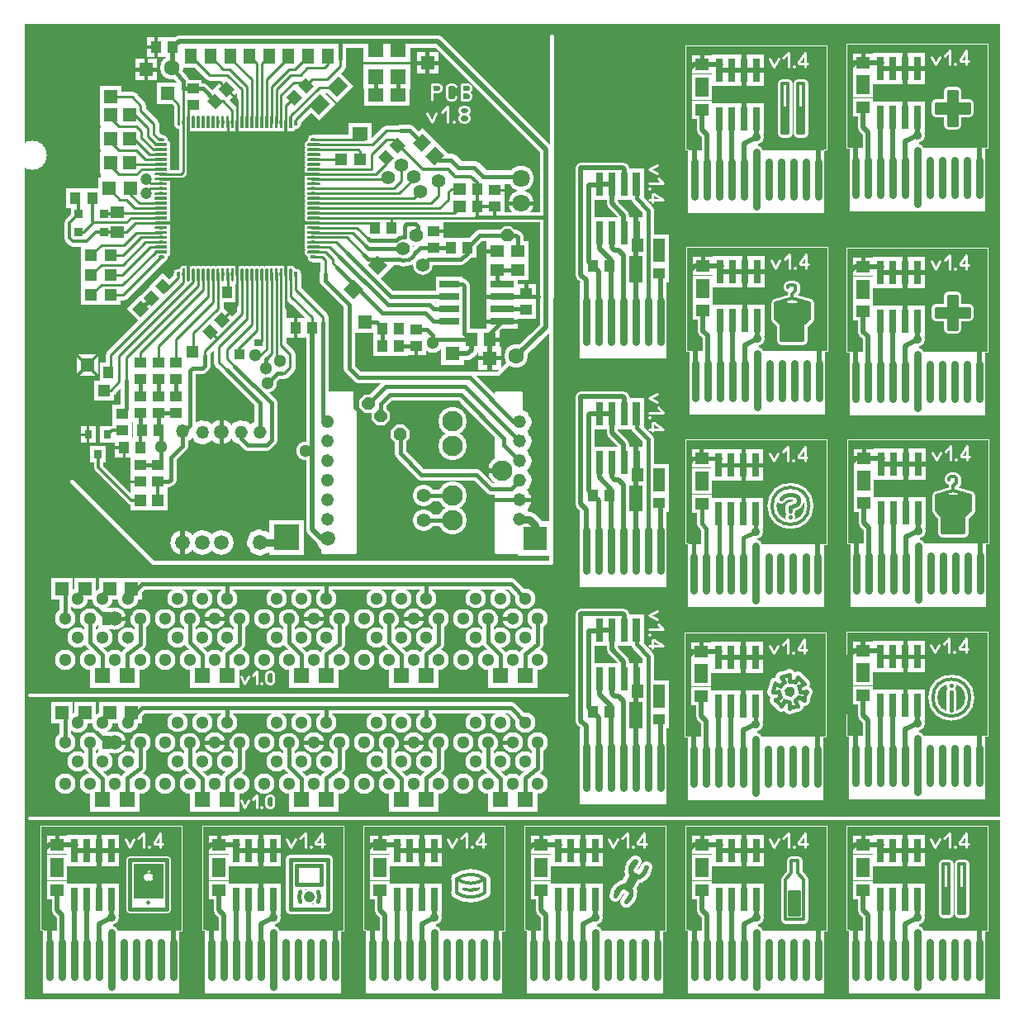
<source format=gtl>
%FSLAX34Y34*%
%MOMM*%
%LNCOPPER_TOP*%
G71*
G01*
%ADD10C, 2.100*%
%ADD11C, 2.300*%
%ADD12C, 1.200*%
%ADD13C, 0.222*%
%ADD14R, 2.600X2.600*%
%ADD15R, 2.200X2.200*%
%ADD16C, 0.286*%
%ADD17R, 2.600X2.500*%
%ADD18C, 1.480*%
%ADD19C, 0.880*%
%ADD20R, 1.500X1.500*%
%ADD21R, 0.900X0.900*%
%ADD22C, 0.600*%
%ADD23C, 1.080*%
%ADD24C, 1.500*%
%ADD25C, 0.300*%
%ADD26C, 2.400*%
%ADD27C, 1.900*%
%ADD28R, 1.900X2.000*%
%ADD29C, 0.900*%
%ADD30R, 2.000X2.000*%
%ADD31R, 3.200X1.600*%
%ADD32R, 1.800X1.700*%
%ADD33R, 2.100X2.400*%
%ADD34R, 2.400X2.200*%
%ADD35C, 3.000*%
%ADD36C, 2.500*%
%ADD37C, 2.600*%
%ADD38R, 2.000X1.900*%
%ADD39C, 0.400*%
%ADD40R, 1.800X2.000*%
%ADD41C, 2.900*%
%ADD42R, 1.600X1.700*%
%ADD43C, 2.200*%
%ADD44C, 2.000*%
%ADD45C, 1.000*%
%ADD46R, 2.400X2.400*%
%ADD47C, 1.300*%
%ADD48C, 2.000*%
%ADD49C, 1.100*%
%ADD50C, 0.280*%
%ADD51R, 2.200X2.100*%
%ADD52R, 2.100X2.200*%
%ADD53R, 2.800X1.600*%
%ADD54R, 1.900X1.900*%
%ADD55R, 1.700X1.600*%
%ADD56C, 1.400*%
%ADD57R, 1.700X2.200*%
%ADD58C, 1.600*%
%ADD59C, 1.350*%
%ADD60R, 1.600X3.200*%
%ADD61C, 0.200*%
%ADD62C, 1.500*%
%ADD63C, 0.254*%
%ADD64C, 0.800*%
%ADD65C, 0.100*%
%ADD66C, 1.022*%
%ADD67C, 0.997*%
%ADD68R, 2.000X2.200*%
%ADD69C, 0.150*%
%ADD70C, 0.500*%
%ADD71C, 0.433*%
%ADD72C, 0.297*%
%ADD73C, 0.372*%
%ADD74C, 0.467*%
%ADD75C, 0.308*%
%ADD76C, 0.378*%
%ADD77C, 0.304*%
%ADD78C, 0.317*%
%ADD79C, 0.267*%
%ADD80C, 1.300*%
%ADD81C, 1.500*%
%ADD82R, 1.600X1.600*%
%ADD83R, 1.400X1.400*%
%ADD84R, 1.400X1.300*%
%ADD85R, 0.300X0.300*%
%ADD86C, 1.600*%
%ADD87R, 1.100X1.200*%
%ADD88R, 1.200X1.200*%
%ADD89R, 2.400X0.800*%
%ADD90C, 0.700*%
%ADD91R, 1.200X1.100*%
%ADD92R, 1.300X1.600*%
%ADD93R, 1.600X1.400*%
%ADD94C, 1.800*%
%ADD95R, 1.000X1.200*%
%ADD96C, 2.100*%
%ADD97R, 0.800X0.900*%
%ADD98C, 1.400*%
%ADD99C, 1.200*%
%ADD100R, 1.300X1.400*%
%ADD101R, 2.000X0.800*%
%ADD102C, 2.600*%
%ADD103R, 1.100X1.100*%
%ADD104R, 0.900X0.800*%
%ADD105R, 0.900X1.400*%
%ADD106C, 0.750*%
%ADD107R, 0.800X2.400*%
%ADD108C, 0.900*%
%ADD109C, 0.000*%
%ADD110C, 0.422*%
%ADD111C, 0.397*%
%ADD112R, 1.200X1.400*%
%LPD*%
G36*
X250Y50D02*
X1000250Y50D01*
X1000250Y-999950D01*
X250Y-999950D01*
X250Y50D01*
G37*
%LPC*%
X42330Y-651323D02*
G54D10*
D03*
X67830Y-651323D02*
G54D10*
D03*
X93330Y-651323D02*
G54D10*
D03*
X118830Y-651323D02*
G54D10*
D03*
X144330Y-651323D02*
G54D10*
D03*
X169830Y-651323D02*
G54D10*
D03*
X195330Y-651323D02*
G54D10*
D03*
X220830Y-651323D02*
G54D10*
D03*
X246330Y-651323D02*
G54D10*
D03*
X271830Y-651323D02*
G54D10*
D03*
X297330Y-651323D02*
G54D10*
D03*
X322830Y-651323D02*
G54D10*
D03*
X348330Y-651323D02*
G54D10*
D03*
X373830Y-651323D02*
G54D10*
D03*
X399330Y-651323D02*
G54D10*
D03*
X424830Y-651323D02*
G54D10*
D03*
X450330Y-651323D02*
G54D10*
D03*
X475830Y-651323D02*
G54D10*
D03*
X501330Y-651323D02*
G54D10*
D03*
X526830Y-651323D02*
G54D10*
D03*
X42330Y-609047D02*
G54D10*
D03*
X67830Y-609048D02*
G54D10*
D03*
X93331Y-609046D02*
G54D11*
D03*
X118830Y-609048D02*
G54D10*
D03*
X144330Y-609048D02*
G54D10*
D03*
X169830Y-609048D02*
G54D10*
D03*
X195330Y-609048D02*
G54D10*
D03*
X220830Y-609048D02*
G54D10*
D03*
X246330Y-609048D02*
G54D10*
D03*
X271830Y-609048D02*
G54D10*
D03*
X297330Y-609048D02*
G54D10*
D03*
X322830Y-609048D02*
G54D10*
D03*
X348330Y-609048D02*
G54D10*
D03*
X373830Y-609048D02*
G54D10*
D03*
X399330Y-609048D02*
G54D10*
D03*
X424830Y-609048D02*
G54D10*
D03*
X450330Y-609048D02*
G54D10*
D03*
X475830Y-609048D02*
G54D10*
D03*
X501330Y-609048D02*
G54D10*
D03*
X526830Y-609048D02*
G54D10*
D03*
X55080Y-629048D02*
G54D10*
D03*
X80580Y-629048D02*
G54D10*
D03*
X106080Y-629048D02*
G54D10*
D03*
X157080Y-629048D02*
G54D10*
D03*
X182580Y-629048D02*
G54D10*
D03*
X208080Y-629048D02*
G54D10*
D03*
X259080Y-629048D02*
G54D10*
D03*
X284580Y-629048D02*
G54D10*
D03*
X310080Y-629048D02*
G54D10*
D03*
X361080Y-629048D02*
G54D10*
D03*
X386580Y-629048D02*
G54D10*
D03*
X412080Y-629048D02*
G54D10*
D03*
X463080Y-629048D02*
G54D10*
D03*
X488580Y-629048D02*
G54D10*
D03*
X514080Y-629048D02*
G54D10*
D03*
X55080Y-589047D02*
G54D10*
D03*
X80580Y-589047D02*
G54D10*
D03*
X106080Y-589048D02*
G54D10*
D03*
X157080Y-589048D02*
G54D10*
D03*
X182580Y-589048D02*
G54D10*
D03*
X208080Y-589048D02*
G54D10*
D03*
X259080Y-589048D02*
G54D10*
D03*
X284580Y-589048D02*
G54D10*
D03*
X310080Y-589048D02*
G54D10*
D03*
X361080Y-589048D02*
G54D10*
D03*
X386580Y-589048D02*
G54D10*
D03*
X412080Y-589048D02*
G54D10*
D03*
X463080Y-589048D02*
G54D10*
D03*
X488580Y-589048D02*
G54D10*
D03*
X514080Y-589048D02*
G54D10*
D03*
G54D12*
X208080Y-589048D02*
X208080Y-576151D01*
G54D12*
X310080Y-589048D02*
X310080Y-576151D01*
G54D12*
X412080Y-589048D02*
X412080Y-576151D01*
G54D12*
X118830Y-609048D02*
X118830Y-635827D01*
X105899Y-645451D01*
X105902Y-668073D01*
G54D12*
X67830Y-609048D02*
X67830Y-634082D01*
X80502Y-646754D01*
X80502Y-668073D01*
G54D12*
X220830Y-609048D02*
X220830Y-635827D01*
X207899Y-645451D01*
X207902Y-668073D01*
G54D12*
X169830Y-609048D02*
X169830Y-634082D01*
X182502Y-646754D01*
X182502Y-668073D01*
G54D12*
X322830Y-609048D02*
X322830Y-635827D01*
X309899Y-645451D01*
X309902Y-668073D01*
G54D12*
X271830Y-609048D02*
X271830Y-634082D01*
X284502Y-646754D01*
X284502Y-668073D01*
G54D12*
X424830Y-609048D02*
X424830Y-635827D01*
X411899Y-645451D01*
X411902Y-668073D01*
G54D12*
X373830Y-609048D02*
X373830Y-634082D01*
X386502Y-646754D01*
X386502Y-668073D01*
G54D12*
X526830Y-609048D02*
X526830Y-635827D01*
X513899Y-645451D01*
X513902Y-668073D01*
G54D12*
X475830Y-609048D02*
X475830Y-634082D01*
X488502Y-646754D01*
X488502Y-668073D01*
G54D13*
X222276Y-668714D02*
X226009Y-675714D01*
X229742Y-668714D01*
G54D13*
X234099Y-667936D02*
X238765Y-663270D01*
X238765Y-675714D01*
G54D13*
X243868Y-675714D02*
X243122Y-675714D01*
X243122Y-675092D01*
X243868Y-675092D01*
X243868Y-675714D01*
X243122Y-675714D01*
G54D13*
X255691Y-665603D02*
X255691Y-673381D01*
X254758Y-674936D01*
X252891Y-675714D01*
X251025Y-675714D01*
X249158Y-674936D01*
X248225Y-673381D01*
X248225Y-665603D01*
X249158Y-664048D01*
X251025Y-663270D01*
X252891Y-663270D01*
X254758Y-664048D01*
X255691Y-665603D01*
X80502Y-668073D02*
G54D14*
D03*
X105902Y-668073D02*
G54D14*
D03*
X182502Y-668073D02*
G54D14*
D03*
X207902Y-668073D02*
G54D14*
D03*
X284502Y-668073D02*
G54D14*
D03*
X309902Y-668073D02*
G54D14*
D03*
X386502Y-668073D02*
G54D14*
D03*
X411902Y-668073D02*
G54D14*
D03*
X488502Y-668073D02*
G54D14*
D03*
X513902Y-668073D02*
G54D14*
D03*
X110038Y-579099D02*
G54D15*
D03*
X87813Y-579099D02*
G54D15*
D03*
X62413Y-579099D02*
G54D15*
D03*
X38998Y-579099D02*
G54D15*
D03*
G54D12*
X514080Y-589048D02*
X498952Y-573920D01*
X121208Y-573920D01*
X106080Y-589048D01*
G54D12*
X42330Y-609048D02*
X42330Y-578545D01*
X43363Y-577512D01*
G54D12*
X55080Y-589048D02*
X55080Y-584845D01*
X62413Y-577512D01*
G54D12*
X80580Y-589048D02*
X80580Y-584745D01*
X87813Y-577512D01*
G54D16*
X417966Y-77358D02*
X417966Y-61358D01*
X423966Y-61358D01*
X426366Y-62358D01*
X427566Y-64358D01*
X427566Y-66358D01*
X426366Y-68358D01*
X423966Y-69358D01*
X417966Y-69358D01*
G54D16*
X442766Y-74358D02*
X441566Y-76358D01*
X439166Y-77358D01*
X436766Y-77358D01*
X434366Y-76358D01*
X433166Y-74358D01*
X433166Y-64358D01*
X434366Y-62358D01*
X436766Y-61358D01*
X439166Y-61358D01*
X441566Y-62358D01*
X442766Y-64358D01*
G54D16*
X448366Y-77358D02*
X448366Y-61358D01*
X454366Y-61358D01*
X456766Y-62358D01*
X457966Y-64358D01*
X457966Y-66358D01*
X456766Y-68358D01*
X454366Y-69358D01*
X456766Y-70358D01*
X457966Y-72358D01*
X457966Y-74358D01*
X456766Y-76358D01*
X454366Y-77358D01*
X448366Y-77358D01*
G54D16*
X448366Y-69358D02*
X454366Y-69358D01*
G54D16*
X412919Y-91152D02*
X417719Y-100152D01*
X422519Y-91152D01*
G54D16*
X428119Y-90152D02*
X434119Y-84152D01*
X434119Y-100152D01*
G54D16*
X440679Y-100152D02*
X439719Y-100152D01*
X439719Y-99352D01*
X440679Y-99352D01*
X440679Y-100152D01*
X439719Y-100152D01*
G54D16*
X452279Y-92152D02*
X449879Y-92152D01*
X447479Y-91152D01*
X446279Y-89152D01*
X446279Y-87152D01*
X447479Y-85152D01*
X449879Y-84152D01*
X452279Y-84152D01*
X454679Y-85152D01*
X455879Y-87152D01*
X455879Y-89152D01*
X454679Y-91152D01*
X452279Y-92152D01*
X454679Y-93152D01*
X455879Y-95152D01*
X455879Y-97152D01*
X454679Y-99152D01*
X452279Y-100152D01*
X449879Y-100152D01*
X447479Y-99152D01*
X446279Y-97152D01*
X446279Y-95152D01*
X447479Y-93152D01*
X449879Y-92152D01*
X95828Y-213418D02*
G54D17*
D03*
X95828Y-192418D02*
G54D17*
D03*
G54D18*
X140528Y-198468D02*
X109666Y-198468D01*
X105106Y-203027D01*
X70776Y-203027D01*
X60738Y-213064D01*
X54135Y-213064D01*
G54D18*
X140528Y-193468D02*
X102459Y-193468D01*
X97228Y-188436D01*
G54D18*
X140528Y-203468D02*
X114434Y-203468D01*
X104484Y-213418D01*
X95828Y-213418D01*
G54D19*
X140528Y-153448D02*
X160870Y-153448D01*
X163502Y-150816D01*
X163502Y-100474D01*
X55722Y-194014D02*
G54D20*
D03*
X55722Y-213064D02*
G54D20*
D03*
X81837Y-213064D02*
G54D20*
D03*
X81884Y-193956D02*
G54D20*
D03*
G36*
X274001Y-95974D02*
X283001Y-95973D01*
X283002Y-104973D01*
X274002Y-104974D01*
X274001Y-95974D01*
G37*
G36*
X269001Y-95974D02*
X278001Y-95973D01*
X278002Y-104973D01*
X269002Y-104974D01*
X269001Y-95974D01*
G37*
X268502Y-100474D02*
G54D21*
D03*
X263502Y-100474D02*
G54D21*
D03*
X258502Y-100474D02*
G54D21*
D03*
X253502Y-100474D02*
G54D21*
D03*
G36*
X244001Y-95974D02*
X253001Y-95973D01*
X253002Y-104973D01*
X244002Y-104974D01*
X244001Y-95974D01*
G37*
X243502Y-100474D02*
G54D21*
D03*
X238502Y-100474D02*
G54D21*
D03*
X233502Y-100474D02*
G54D21*
D03*
X228502Y-100474D02*
G54D21*
D03*
G36*
X219001Y-95974D02*
X228001Y-95973D01*
X228002Y-104973D01*
X219002Y-104974D01*
X219001Y-95974D01*
G37*
X218502Y-100474D02*
G54D21*
D03*
X213502Y-100474D02*
G54D21*
D03*
X208502Y-100474D02*
G54D21*
D03*
X203502Y-100474D02*
G54D21*
D03*
X198502Y-100474D02*
G54D21*
D03*
G36*
X189001Y-95974D02*
X198001Y-95973D01*
X198002Y-104973D01*
X189002Y-104974D01*
X189001Y-95974D01*
G37*
G36*
X184001Y-95974D02*
X193001Y-95973D01*
X193002Y-104973D01*
X184002Y-104974D01*
X184001Y-95974D01*
G37*
X183502Y-100474D02*
G54D21*
D03*
X178502Y-100474D02*
G54D21*
D03*
X173502Y-100474D02*
G54D21*
D03*
G36*
X164001Y-95974D02*
X173001Y-95973D01*
X173002Y-104973D01*
X164002Y-104974D01*
X164001Y-95974D01*
G37*
X163502Y-100474D02*
G54D21*
D03*
G36*
X154001Y-95974D02*
X163001Y-95973D01*
X163002Y-104973D01*
X154002Y-104974D01*
X154001Y-95974D01*
G37*
G36*
X278997Y-97443D02*
X279996Y-98442D01*
X279997Y-102943D01*
X279497Y-103442D01*
X277496Y-103443D01*
X276996Y-102942D01*
X276997Y-98442D01*
X277996Y-97443D01*
X278997Y-97443D01*
G37*
G54D22*
X278997Y-97443D02*
X279996Y-98442D01*
X279997Y-102943D01*
X279497Y-103442D01*
X277496Y-103443D01*
X276996Y-102942D01*
X276997Y-98442D01*
X277996Y-97443D01*
X278997Y-97443D01*
G36*
X158996Y-97442D02*
X159996Y-98442D01*
X159997Y-102943D01*
X159496Y-103442D01*
X157497Y-103443D01*
X156997Y-102943D01*
X156997Y-98442D01*
X157997Y-97443D01*
X158996Y-97442D01*
G37*
G54D22*
X158996Y-97442D02*
X159996Y-98442D01*
X159997Y-102943D01*
X159496Y-103442D01*
X157497Y-103443D01*
X156997Y-102943D01*
X156997Y-98442D01*
X157997Y-97443D01*
X158996Y-97442D01*
G36*
X268997Y-93443D02*
X269996Y-94442D01*
X269996Y-105942D01*
X269497Y-106442D01*
X267497Y-106442D01*
X266997Y-105943D01*
X266996Y-94443D01*
X267996Y-93442D01*
X268997Y-93443D01*
G37*
G54D22*
X268997Y-93443D02*
X269996Y-94442D01*
X269996Y-105942D01*
X269497Y-106442D01*
X267497Y-106442D01*
X266997Y-105943D01*
X266996Y-94443D01*
X267996Y-93442D01*
X268997Y-93443D01*
G36*
X263997Y-93443D02*
X264997Y-94443D01*
X264997Y-105943D01*
X264497Y-106443D01*
X262497Y-106443D01*
X261997Y-105943D01*
X261997Y-94443D01*
X262996Y-93443D01*
X263997Y-93443D01*
G37*
G54D22*
X263997Y-93443D02*
X264997Y-94443D01*
X264997Y-105943D01*
X264497Y-106443D01*
X262497Y-106443D01*
X261997Y-105943D01*
X261997Y-94443D01*
X262996Y-93443D01*
X263997Y-93443D01*
G36*
X258997Y-93442D02*
X259996Y-94442D01*
X259997Y-105943D01*
X259496Y-106442D01*
X257496Y-106442D01*
X256996Y-105943D01*
X256997Y-94442D01*
X257996Y-93443D01*
X258997Y-93442D01*
G37*
G54D22*
X258997Y-93442D02*
X259996Y-94442D01*
X259997Y-105943D01*
X259496Y-106442D01*
X257496Y-106442D01*
X256996Y-105943D01*
X256997Y-94442D01*
X257996Y-93443D01*
X258997Y-93442D01*
G36*
X253997Y-93443D02*
X254997Y-94443D01*
X254997Y-105942D01*
X254497Y-106443D01*
X252497Y-106442D01*
X251997Y-105942D01*
X251997Y-94443D01*
X252996Y-93442D01*
X253997Y-93443D01*
G37*
G54D22*
X253997Y-93443D02*
X254997Y-94443D01*
X254997Y-105942D01*
X254497Y-106443D01*
X252497Y-106442D01*
X251997Y-105942D01*
X251997Y-94443D01*
X252996Y-93442D01*
X253997Y-93443D01*
G36*
X248997Y-93443D02*
X249996Y-94443D01*
X249996Y-105943D01*
X249497Y-106442D01*
X247496Y-106442D01*
X246997Y-105942D01*
X246997Y-94443D01*
X247997Y-93442D01*
X248997Y-93443D01*
G37*
G54D22*
X248997Y-93443D02*
X249996Y-94443D01*
X249996Y-105943D01*
X249497Y-106442D01*
X247496Y-106442D01*
X246997Y-105942D01*
X246997Y-94443D01*
X247997Y-93442D01*
X248997Y-93443D01*
G36*
X243996Y-93442D02*
X244997Y-94443D01*
X244996Y-105942D01*
X244497Y-106443D01*
X242496Y-106442D01*
X241996Y-105943D01*
X241997Y-94443D01*
X242997Y-93442D01*
X243996Y-93442D01*
G37*
G54D22*
X243996Y-93442D02*
X244997Y-94443D01*
X244996Y-105942D01*
X244497Y-106443D01*
X242496Y-106442D01*
X241996Y-105943D01*
X241997Y-94443D01*
X242997Y-93442D01*
X243996Y-93442D01*
G36*
X238996Y-93443D02*
X239997Y-94442D01*
X239996Y-105943D01*
X239496Y-106442D01*
X237497Y-106442D01*
X236997Y-105942D01*
X236997Y-94443D01*
X237997Y-93443D01*
X238996Y-93443D01*
G37*
G54D22*
X238996Y-93443D02*
X239997Y-94442D01*
X239996Y-105943D01*
X239496Y-106442D01*
X237497Y-106442D01*
X236997Y-105942D01*
X236997Y-94443D01*
X237997Y-93443D01*
X238996Y-93443D01*
G36*
X233996Y-93443D02*
X234996Y-94442D01*
X234997Y-105942D01*
X234496Y-106442D01*
X232497Y-106442D01*
X231996Y-105943D01*
X231996Y-94442D01*
X232996Y-93443D01*
X233996Y-93443D01*
G37*
G54D22*
X233996Y-93443D02*
X234996Y-94442D01*
X234997Y-105942D01*
X234496Y-106442D01*
X232497Y-106442D01*
X231996Y-105943D01*
X231996Y-94442D01*
X232996Y-93443D01*
X233996Y-93443D01*
G36*
X228996Y-93442D02*
X229997Y-94442D01*
X229997Y-105942D01*
X229497Y-106443D01*
X227496Y-106442D01*
X226996Y-105943D01*
X226996Y-94443D01*
X227997Y-93442D01*
X228996Y-93442D01*
G37*
G54D22*
X228996Y-93442D02*
X229997Y-94442D01*
X229997Y-105942D01*
X229497Y-106443D01*
X227496Y-106442D01*
X226996Y-105943D01*
X226996Y-94443D01*
X227997Y-93442D01*
X228996Y-93442D01*
G36*
X223997Y-93442D02*
X224997Y-94442D01*
X224997Y-105943D01*
X224497Y-106442D01*
X222497Y-106442D01*
X221996Y-105942D01*
X221997Y-94443D01*
X222997Y-93442D01*
X223997Y-93442D01*
G37*
G54D22*
X223997Y-93442D02*
X224997Y-94442D01*
X224997Y-105943D01*
X224497Y-106442D01*
X222497Y-106442D01*
X221996Y-105942D01*
X221997Y-94443D01*
X222997Y-93442D01*
X223997Y-93442D01*
G36*
X218997Y-93442D02*
X219997Y-94442D01*
X219997Y-105942D01*
X219496Y-106442D01*
X217496Y-106442D01*
X216997Y-105942D01*
X216997Y-94442D01*
X217997Y-93442D01*
X218997Y-93442D01*
G37*
G54D22*
X218997Y-93442D02*
X219997Y-94442D01*
X219997Y-105942D01*
X219496Y-106442D01*
X217496Y-106442D01*
X216997Y-105942D01*
X216997Y-94442D01*
X217997Y-93442D01*
X218997Y-93442D01*
G36*
X213996Y-93443D02*
X214996Y-94443D01*
X214996Y-105943D01*
X214497Y-106442D01*
X212496Y-106442D01*
X211996Y-105942D01*
X211996Y-94442D01*
X212996Y-93442D01*
X213996Y-93443D01*
G37*
G54D22*
X213996Y-93443D02*
X214996Y-94443D01*
X214996Y-105943D01*
X214497Y-106442D01*
X212496Y-106442D01*
X211996Y-105942D01*
X211996Y-94442D01*
X212996Y-93442D01*
X213996Y-93443D01*
G36*
X208997Y-93443D02*
X209997Y-94442D01*
X209997Y-105942D01*
X209496Y-106442D01*
X207497Y-106442D01*
X206997Y-105943D01*
X206997Y-94443D01*
X207997Y-93442D01*
X208997Y-93443D01*
G37*
G54D22*
X208997Y-93443D02*
X209997Y-94442D01*
X209997Y-105942D01*
X209496Y-106442D01*
X207497Y-106442D01*
X206997Y-105943D01*
X206997Y-94443D01*
X207997Y-93442D01*
X208997Y-93443D01*
G36*
X203997Y-93442D02*
X204997Y-94443D01*
X204996Y-105942D01*
X204497Y-106443D01*
X202497Y-106442D01*
X201996Y-105942D01*
X201997Y-94443D01*
X202996Y-93443D01*
X203997Y-93442D01*
G37*
G54D22*
X203997Y-93442D02*
X204997Y-94443D01*
X204996Y-105942D01*
X204497Y-106443D01*
X202497Y-106442D01*
X201996Y-105942D01*
X201997Y-94443D01*
X202996Y-93443D01*
X203997Y-93442D01*
G36*
X198997Y-93442D02*
X199997Y-94442D01*
X199997Y-105942D01*
X199496Y-106442D01*
X197497Y-106443D01*
X196997Y-105942D01*
X196997Y-94443D01*
X197997Y-93442D01*
X198997Y-93442D01*
G37*
G54D22*
X198997Y-93442D02*
X199997Y-94442D01*
X199997Y-105942D01*
X199496Y-106442D01*
X197497Y-106443D01*
X196997Y-105942D01*
X196997Y-94443D01*
X197997Y-93442D01*
X198997Y-93442D01*
G36*
X193997Y-93443D02*
X194997Y-94442D01*
X194996Y-105942D01*
X194497Y-106442D01*
X192496Y-106443D01*
X191996Y-105943D01*
X191997Y-94442D01*
X192997Y-93443D01*
X193997Y-93443D01*
G37*
G54D22*
X193997Y-93443D02*
X194997Y-94442D01*
X194996Y-105942D01*
X194497Y-106442D01*
X192496Y-106443D01*
X191996Y-105943D01*
X191997Y-94442D01*
X192997Y-93443D01*
X193997Y-93443D01*
G36*
X188996Y-93442D02*
X189997Y-94443D01*
X189997Y-105943D01*
X189497Y-106442D01*
X187497Y-106442D01*
X186997Y-105942D01*
X186997Y-94443D01*
X187997Y-93442D01*
X188996Y-93442D01*
G37*
G54D22*
X188996Y-93442D02*
X189997Y-94443D01*
X189997Y-105943D01*
X189497Y-106442D01*
X187497Y-106442D01*
X186997Y-105942D01*
X186997Y-94443D01*
X187997Y-93442D01*
X188996Y-93442D01*
G36*
X183997Y-93443D02*
X184996Y-94442D01*
X184996Y-105942D01*
X184497Y-106443D01*
X182496Y-106443D01*
X181997Y-105942D01*
X181997Y-94443D01*
X182996Y-93442D01*
X183997Y-93443D01*
G37*
G54D22*
X183997Y-93443D02*
X184996Y-94442D01*
X184996Y-105942D01*
X184497Y-106443D01*
X182496Y-106443D01*
X181997Y-105942D01*
X181997Y-94443D01*
X182996Y-93442D01*
X183997Y-93443D01*
G36*
X178997Y-93442D02*
X179996Y-94442D01*
X179996Y-105942D01*
X179497Y-106442D01*
X177497Y-106442D01*
X176997Y-105942D01*
X176997Y-94442D01*
X177997Y-93443D01*
X178997Y-93442D01*
G37*
G54D22*
X178997Y-93442D02*
X179996Y-94442D01*
X179996Y-105942D01*
X179497Y-106442D01*
X177497Y-106442D01*
X176997Y-105942D01*
X176997Y-94442D01*
X177997Y-93443D01*
X178997Y-93442D01*
G36*
X173997Y-93442D02*
X174997Y-94442D01*
X174997Y-105942D01*
X174497Y-106443D01*
X172496Y-106442D01*
X171997Y-105943D01*
X171997Y-94443D01*
X172996Y-93442D01*
X173997Y-93442D01*
G37*
G54D22*
X173997Y-93442D02*
X174997Y-94442D01*
X174997Y-105942D01*
X174497Y-106443D01*
X172496Y-106442D01*
X171997Y-105943D01*
X171997Y-94443D01*
X172996Y-93442D01*
X173997Y-93442D01*
G36*
X168997Y-93442D02*
X169996Y-94442D01*
X169997Y-105942D01*
X169497Y-106443D01*
X167496Y-106442D01*
X166996Y-105943D01*
X166996Y-94443D01*
X167997Y-93442D01*
X168997Y-93442D01*
G37*
G54D22*
X168997Y-93442D02*
X169996Y-94442D01*
X169997Y-105942D01*
X169497Y-106443D01*
X167496Y-106442D01*
X166996Y-105943D01*
X166996Y-94443D01*
X167997Y-93442D01*
X168997Y-93442D01*
G36*
X163996Y-93442D02*
X164997Y-94443D01*
X164997Y-105942D01*
X164496Y-106443D01*
X162497Y-106442D01*
X161997Y-105942D01*
X161997Y-94443D01*
X162997Y-93442D01*
X163996Y-93442D01*
G37*
G54D22*
X163996Y-93442D02*
X164997Y-94443D01*
X164997Y-105942D01*
X164496Y-106443D01*
X162497Y-106442D01*
X161997Y-105942D01*
X161997Y-94443D01*
X162997Y-93442D01*
X163996Y-93442D01*
G36*
X273997Y-93443D02*
X274996Y-94443D01*
X274996Y-105942D01*
X274497Y-106442D01*
X272497Y-106443D01*
X271997Y-105942D01*
X271997Y-94442D01*
X272997Y-93443D01*
X273997Y-93443D01*
G37*
G54D22*
X273997Y-93443D02*
X274996Y-94443D01*
X274996Y-105942D01*
X274497Y-106442D01*
X272497Y-106443D01*
X271997Y-105942D01*
X271997Y-94442D01*
X272997Y-93443D01*
X273997Y-93443D01*
X296466Y-238438D02*
G54D21*
D03*
X296466Y-233438D02*
G54D21*
D03*
X296466Y-228438D02*
G54D21*
D03*
X296466Y-223438D02*
G54D21*
D03*
X296466Y-218438D02*
G54D21*
D03*
X296466Y-213438D02*
G54D21*
D03*
X296466Y-208438D02*
G54D21*
D03*
X296466Y-203438D02*
G54D21*
D03*
X296466Y-198438D02*
G54D21*
D03*
X296466Y-193438D02*
G54D21*
D03*
X296466Y-188438D02*
G54D21*
D03*
X296466Y-183438D02*
G54D21*
D03*
X296466Y-178438D02*
G54D21*
D03*
X296466Y-173438D02*
G54D21*
D03*
X296466Y-168438D02*
G54D21*
D03*
X296466Y-163438D02*
G54D21*
D03*
X296466Y-158438D02*
G54D21*
D03*
X296466Y-153438D02*
G54D21*
D03*
X296466Y-148438D02*
G54D21*
D03*
X296466Y-143438D02*
G54D21*
D03*
X296466Y-138438D02*
G54D21*
D03*
X296466Y-133438D02*
G54D21*
D03*
X296466Y-128438D02*
G54D21*
D03*
X296466Y-123438D02*
G54D21*
D03*
X296466Y-118438D02*
G54D21*
D03*
G36*
X299496Y-238943D02*
X298497Y-239942D01*
X293997Y-239942D01*
X293496Y-239442D01*
X293496Y-237442D01*
X293996Y-236942D01*
X298497Y-236942D01*
X299496Y-237943D01*
X299496Y-238943D01*
G37*
G54D22*
X299496Y-238943D02*
X298497Y-239942D01*
X293997Y-239942D01*
X293496Y-239442D01*
X293496Y-237442D01*
X293996Y-236942D01*
X298497Y-236942D01*
X299496Y-237943D01*
X299496Y-238943D01*
G36*
X299497Y-118943D02*
X298496Y-119942D01*
X293996Y-119943D01*
X293497Y-119442D01*
X293497Y-117442D01*
X293996Y-116943D01*
X298496Y-116942D01*
X299496Y-117943D01*
X299497Y-118943D01*
G37*
G54D22*
X299497Y-118943D02*
X298496Y-119942D01*
X293996Y-119943D01*
X293497Y-119442D01*
X293497Y-117442D01*
X293996Y-116943D01*
X298496Y-116942D01*
X299496Y-117943D01*
X299497Y-118943D01*
G36*
X303497Y-228942D02*
X302497Y-229942D01*
X290996Y-229942D01*
X290497Y-229442D01*
X290496Y-227442D01*
X290996Y-226943D01*
X302496Y-226942D01*
X303497Y-227942D01*
X303497Y-228942D01*
G37*
G54D22*
X303497Y-228942D02*
X302497Y-229942D01*
X290996Y-229942D01*
X290497Y-229442D01*
X290496Y-227442D01*
X290996Y-226943D01*
X302496Y-226942D01*
X303497Y-227942D01*
X303497Y-228942D01*
G36*
X303497Y-223942D02*
X302496Y-224942D01*
X290996Y-224942D01*
X290496Y-224443D01*
X290497Y-222442D01*
X290996Y-221943D01*
X302497Y-221942D01*
X303496Y-222942D01*
X303497Y-223942D01*
G37*
G54D22*
X303497Y-223942D02*
X302496Y-224942D01*
X290996Y-224942D01*
X290496Y-224443D01*
X290497Y-222442D01*
X290996Y-221943D01*
X302497Y-221942D01*
X303496Y-222942D01*
X303497Y-223942D01*
G36*
X303497Y-218942D02*
X302497Y-219942D01*
X290996Y-219943D01*
X290497Y-219443D01*
X290497Y-217443D01*
X290997Y-216942D01*
X302496Y-216942D01*
X303497Y-217942D01*
X303497Y-218942D01*
G37*
G54D22*
X303497Y-218942D02*
X302497Y-219942D01*
X290996Y-219943D01*
X290497Y-219443D01*
X290497Y-217443D01*
X290997Y-216942D01*
X302496Y-216942D01*
X303497Y-217942D01*
X303497Y-218942D01*
G36*
X303497Y-213943D02*
X302496Y-214942D01*
X290996Y-214942D01*
X290497Y-214442D01*
X290496Y-212443D01*
X290997Y-211943D01*
X302496Y-211942D01*
X303497Y-212942D01*
X303497Y-213943D01*
G37*
G54D22*
X303497Y-213943D02*
X302496Y-214942D01*
X290996Y-214942D01*
X290497Y-214442D01*
X290496Y-212443D01*
X290997Y-211943D01*
X302496Y-211942D01*
X303497Y-212942D01*
X303497Y-213943D01*
G36*
X303497Y-208943D02*
X302496Y-209942D01*
X290997Y-209942D01*
X290496Y-209443D01*
X290497Y-207442D01*
X290997Y-206942D01*
X302496Y-206942D01*
X303497Y-207943D01*
X303497Y-208943D01*
G37*
G54D22*
X303497Y-208943D02*
X302496Y-209942D01*
X290997Y-209942D01*
X290496Y-209443D01*
X290497Y-207442D01*
X290997Y-206942D01*
X302496Y-206942D01*
X303497Y-207943D01*
X303497Y-208943D01*
G36*
X303497Y-203942D02*
X302497Y-204942D01*
X290997Y-204942D01*
X290497Y-204442D01*
X290496Y-202442D01*
X290996Y-201943D01*
X302497Y-201943D01*
X303497Y-202943D01*
X303497Y-203942D01*
G37*
G54D22*
X303497Y-203942D02*
X302497Y-204942D01*
X290997Y-204942D01*
X290497Y-204442D01*
X290496Y-202442D01*
X290996Y-201943D01*
X302497Y-201943D01*
X303497Y-202943D01*
X303497Y-203942D01*
G36*
X303496Y-198942D02*
X302496Y-199942D01*
X290997Y-199942D01*
X290496Y-199442D01*
X290496Y-197443D01*
X290997Y-196942D01*
X302497Y-196942D01*
X303496Y-197943D01*
X303496Y-198942D01*
G37*
G54D22*
X303496Y-198942D02*
X302496Y-199942D01*
X290997Y-199942D01*
X290496Y-199442D01*
X290496Y-197443D01*
X290997Y-196942D01*
X302497Y-196942D01*
X303496Y-197943D01*
X303496Y-198942D01*
G36*
X303497Y-193943D02*
X302497Y-194943D01*
X290996Y-194943D01*
X290496Y-194442D01*
X290497Y-192442D01*
X290997Y-191942D01*
X302497Y-191942D01*
X303497Y-192943D01*
X303497Y-193943D01*
G37*
G54D22*
X303497Y-193943D02*
X302497Y-194943D01*
X290996Y-194943D01*
X290496Y-194442D01*
X290497Y-192442D01*
X290997Y-191942D01*
X302497Y-191942D01*
X303497Y-192943D01*
X303497Y-193943D01*
G36*
X303497Y-188942D02*
X302496Y-189942D01*
X290996Y-189943D01*
X290496Y-189442D01*
X290496Y-187443D01*
X290996Y-186942D01*
X302496Y-186942D01*
X303497Y-187943D01*
X303497Y-188942D01*
G37*
G54D22*
X303497Y-188942D02*
X302496Y-189942D01*
X290996Y-189943D01*
X290496Y-189442D01*
X290496Y-187443D01*
X290996Y-186942D01*
X302496Y-186942D01*
X303497Y-187943D01*
X303497Y-188942D01*
G36*
X303496Y-183942D02*
X302497Y-184942D01*
X290996Y-184942D01*
X290496Y-184443D01*
X290496Y-182442D01*
X290996Y-181942D01*
X302497Y-181943D01*
X303497Y-182943D01*
X303496Y-183942D01*
G37*
G54D22*
X303496Y-183942D02*
X302497Y-184942D01*
X290996Y-184942D01*
X290496Y-184443D01*
X290496Y-182442D01*
X290996Y-181942D01*
X302497Y-181943D01*
X303497Y-182943D01*
X303496Y-183942D01*
G36*
X303497Y-178943D02*
X302497Y-179942D01*
X290997Y-179942D01*
X290496Y-179443D01*
X290496Y-177442D01*
X290996Y-176943D01*
X302496Y-176943D01*
X303497Y-177943D01*
X303497Y-178943D01*
G37*
G54D22*
X303497Y-178943D02*
X302497Y-179942D01*
X290997Y-179942D01*
X290496Y-179443D01*
X290496Y-177442D01*
X290996Y-176943D01*
X302496Y-176943D01*
X303497Y-177943D01*
X303497Y-178943D01*
G36*
X303496Y-173942D02*
X302496Y-174942D01*
X290996Y-174942D01*
X290496Y-174442D01*
X290497Y-172442D01*
X290997Y-171943D01*
X302497Y-171943D01*
X303497Y-172942D01*
X303496Y-173942D01*
G37*
G54D22*
X303496Y-173942D02*
X302496Y-174942D01*
X290996Y-174942D01*
X290496Y-174442D01*
X290497Y-172442D01*
X290997Y-171943D01*
X302497Y-171943D01*
X303497Y-172942D01*
X303496Y-173942D01*
G36*
X303497Y-168943D02*
X302496Y-169943D01*
X290996Y-169943D01*
X290497Y-169442D01*
X290496Y-167442D01*
X290996Y-166943D01*
X302497Y-166942D01*
X303497Y-167942D01*
X303497Y-168943D01*
G37*
G54D22*
X303497Y-168943D02*
X302496Y-169943D01*
X290996Y-169943D01*
X290497Y-169442D01*
X290496Y-167442D01*
X290996Y-166943D01*
X302497Y-166942D01*
X303497Y-167942D01*
X303497Y-168943D01*
G36*
X303497Y-163943D02*
X302496Y-164942D01*
X290996Y-164943D01*
X290496Y-164443D01*
X290497Y-162443D01*
X290997Y-161942D01*
X302496Y-161942D01*
X303497Y-162942D01*
X303497Y-163943D01*
G37*
G54D22*
X303497Y-163943D02*
X302496Y-164942D01*
X290996Y-164943D01*
X290496Y-164443D01*
X290497Y-162443D01*
X290997Y-161942D01*
X302496Y-161942D01*
X303497Y-162942D01*
X303497Y-163943D01*
G36*
X303497Y-158943D02*
X302496Y-159942D01*
X290997Y-159943D01*
X290497Y-159442D01*
X290496Y-157442D01*
X290997Y-156942D01*
X302497Y-156942D01*
X303497Y-157943D01*
X303497Y-158943D01*
G37*
G54D22*
X303497Y-158943D02*
X302496Y-159942D01*
X290997Y-159943D01*
X290497Y-159442D01*
X290496Y-157442D01*
X290997Y-156942D01*
X302497Y-156942D01*
X303497Y-157943D01*
X303497Y-158943D01*
G36*
X303496Y-153943D02*
X302496Y-154942D01*
X290997Y-154943D01*
X290496Y-154442D01*
X290496Y-152442D01*
X290997Y-151942D01*
X302496Y-151942D01*
X303497Y-152942D01*
X303496Y-153943D01*
G37*
G54D22*
X303496Y-153943D02*
X302496Y-154942D01*
X290997Y-154943D01*
X290496Y-154442D01*
X290496Y-152442D01*
X290997Y-151942D01*
X302496Y-151942D01*
X303497Y-152942D01*
X303496Y-153943D01*
G36*
X303497Y-148942D02*
X302496Y-149942D01*
X290996Y-149942D01*
X290496Y-149442D01*
X290496Y-147442D01*
X290996Y-146943D01*
X302497Y-146942D01*
X303497Y-147943D01*
X303497Y-148942D01*
G37*
G54D22*
X303497Y-148942D02*
X302496Y-149942D01*
X290996Y-149942D01*
X290496Y-149442D01*
X290496Y-147442D01*
X290996Y-146943D01*
X302497Y-146942D01*
X303497Y-147943D01*
X303497Y-148942D01*
G36*
X303497Y-143942D02*
X302496Y-144943D01*
X290997Y-144942D01*
X290496Y-144443D01*
X290496Y-142442D01*
X290996Y-141942D01*
X302496Y-141943D01*
X303496Y-142942D01*
X303497Y-143942D01*
G37*
G54D22*
X303497Y-143942D02*
X302496Y-144943D01*
X290997Y-144942D01*
X290496Y-144443D01*
X290496Y-142442D01*
X290996Y-141942D01*
X302496Y-141943D01*
X303496Y-142942D01*
X303497Y-143942D01*
G36*
X303497Y-138943D02*
X302496Y-139943D01*
X290997Y-139943D01*
X290496Y-139442D01*
X290496Y-137443D01*
X290997Y-136943D01*
X302496Y-136942D01*
X303496Y-137942D01*
X303497Y-138943D01*
G37*
G54D22*
X303497Y-138943D02*
X302496Y-139943D01*
X290997Y-139943D01*
X290496Y-139442D01*
X290496Y-137443D01*
X290997Y-136943D01*
X302496Y-136942D01*
X303496Y-137942D01*
X303497Y-138943D01*
G36*
X303497Y-133943D02*
X302496Y-134943D01*
X290996Y-134943D01*
X290496Y-134442D01*
X290497Y-132443D01*
X290996Y-131942D01*
X302496Y-131942D01*
X303497Y-132943D01*
X303497Y-133943D01*
G37*
G54D22*
X303497Y-133943D02*
X302496Y-134943D01*
X290996Y-134943D01*
X290496Y-134442D01*
X290497Y-132443D01*
X290996Y-131942D01*
X302496Y-131942D01*
X303497Y-132943D01*
X303497Y-133943D01*
G36*
X303497Y-128942D02*
X302497Y-129942D01*
X290997Y-129943D01*
X290496Y-129442D01*
X290496Y-127442D01*
X290996Y-126943D01*
X302496Y-126942D01*
X303497Y-127943D01*
X303497Y-128942D01*
G37*
G54D22*
X303497Y-128942D02*
X302497Y-129942D01*
X290997Y-129943D01*
X290496Y-129442D01*
X290496Y-127442D01*
X290996Y-126943D01*
X302496Y-126942D01*
X303497Y-127943D01*
X303497Y-128942D01*
G36*
X303497Y-123942D02*
X302496Y-124942D01*
X290996Y-124942D01*
X290496Y-124442D01*
X290496Y-122442D01*
X290997Y-121943D01*
X302496Y-121943D01*
X303496Y-122943D01*
X303497Y-123942D01*
G37*
G54D22*
X303497Y-123942D02*
X302496Y-124942D01*
X290996Y-124942D01*
X290496Y-124442D01*
X290496Y-122442D01*
X290997Y-121943D01*
X302496Y-121943D01*
X303496Y-122943D01*
X303497Y-123942D01*
G36*
X303497Y-233943D02*
X302496Y-234942D01*
X290997Y-234942D01*
X290496Y-234443D01*
X290496Y-232442D01*
X290996Y-231942D01*
X302496Y-231942D01*
X303497Y-232943D01*
X303497Y-233943D01*
G37*
G54D22*
X303497Y-233943D02*
X302496Y-234942D01*
X290997Y-234942D01*
X290496Y-234443D01*
X290496Y-232442D01*
X290996Y-231942D01*
X302496Y-231942D01*
X303497Y-232943D01*
X303497Y-233943D01*
X158502Y-256411D02*
G54D21*
D03*
X163502Y-256412D02*
G54D21*
D03*
X168502Y-256412D02*
G54D21*
D03*
X173502Y-256411D02*
G54D21*
D03*
X178502Y-256412D02*
G54D21*
D03*
X183502Y-256411D02*
G54D21*
D03*
X188502Y-256412D02*
G54D21*
D03*
X193502Y-256411D02*
G54D21*
D03*
X198502Y-256411D02*
G54D21*
D03*
X203502Y-256411D02*
G54D21*
D03*
X208502Y-256411D02*
G54D21*
D03*
X213502Y-256412D02*
G54D21*
D03*
X218502Y-256411D02*
G54D21*
D03*
X223502Y-256412D02*
G54D21*
D03*
X228502Y-256411D02*
G54D21*
D03*
X233502Y-256412D02*
G54D21*
D03*
X238502Y-256411D02*
G54D21*
D03*
X243502Y-256412D02*
G54D21*
D03*
X248502Y-256411D02*
G54D21*
D03*
X253502Y-256412D02*
G54D21*
D03*
X258502Y-256411D02*
G54D21*
D03*
X263502Y-256411D02*
G54D21*
D03*
X268502Y-256411D02*
G54D21*
D03*
X273502Y-256411D02*
G54D21*
D03*
X278502Y-256412D02*
G54D21*
D03*
G36*
X157997Y-259442D02*
X156996Y-258442D01*
X156997Y-253942D01*
X157497Y-253442D01*
X159496Y-253442D01*
X159996Y-253942D01*
X159997Y-258443D01*
X158996Y-259442D01*
X157997Y-259442D01*
G37*
G54D22*
X157997Y-259442D02*
X156996Y-258442D01*
X156997Y-253942D01*
X157497Y-253442D01*
X159496Y-253442D01*
X159996Y-253942D01*
X159997Y-258443D01*
X158996Y-259442D01*
X157997Y-259442D01*
G36*
X277997Y-259443D02*
X276997Y-258442D01*
X276996Y-253942D01*
X277497Y-253443D01*
X279497Y-253442D01*
X279997Y-253942D01*
X279997Y-258443D01*
X278997Y-259442D01*
X277997Y-259443D01*
G37*
G54D22*
X277997Y-259443D02*
X276997Y-258442D01*
X276996Y-253942D01*
X277497Y-253443D01*
X279497Y-253442D01*
X279997Y-253942D01*
X279997Y-258443D01*
X278997Y-259442D01*
X277997Y-259443D01*
G36*
X167997Y-263442D02*
X166997Y-262442D01*
X166996Y-250942D01*
X167496Y-250442D01*
X169496Y-250442D01*
X169997Y-250943D01*
X169997Y-262442D01*
X168997Y-263442D01*
X167997Y-263442D01*
G37*
G54D22*
X167997Y-263442D02*
X166997Y-262442D01*
X166996Y-250942D01*
X167496Y-250442D01*
X169496Y-250442D01*
X169997Y-250943D01*
X169997Y-262442D01*
X168997Y-263442D01*
X167997Y-263442D01*
G36*
X172997Y-263442D02*
X171997Y-262443D01*
X171997Y-250942D01*
X172497Y-250442D01*
X174497Y-250443D01*
X174996Y-250942D01*
X174997Y-262443D01*
X173997Y-263442D01*
X172997Y-263442D01*
G37*
G54D22*
X172997Y-263442D02*
X171997Y-262443D01*
X171997Y-250942D01*
X172497Y-250442D01*
X174497Y-250443D01*
X174996Y-250942D01*
X174997Y-262443D01*
X173997Y-263442D01*
X172997Y-263442D01*
G36*
X177996Y-263443D02*
X176997Y-262442D01*
X176997Y-250943D01*
X177497Y-250442D01*
X179497Y-250443D01*
X179997Y-250942D01*
X179997Y-262442D01*
X178996Y-263442D01*
X177996Y-263443D01*
G37*
G54D22*
X177996Y-263443D02*
X176997Y-262442D01*
X176997Y-250943D01*
X177497Y-250442D01*
X179497Y-250443D01*
X179997Y-250942D01*
X179997Y-262442D01*
X178996Y-263442D01*
X177996Y-263443D01*
G36*
X182997Y-263442D02*
X181997Y-262442D01*
X181996Y-250942D01*
X182496Y-250442D01*
X184497Y-250443D01*
X184997Y-250942D01*
X184997Y-262443D01*
X183997Y-263442D01*
X182997Y-263442D01*
G37*
G54D22*
X182997Y-263442D02*
X181997Y-262442D01*
X181996Y-250942D01*
X182496Y-250442D01*
X184497Y-250443D01*
X184997Y-250942D01*
X184997Y-262443D01*
X183997Y-263442D01*
X182997Y-263442D01*
G36*
X187997Y-263443D02*
X186996Y-262443D01*
X186997Y-250943D01*
X187497Y-250442D01*
X189496Y-250442D01*
X189997Y-250942D01*
X189996Y-262442D01*
X188997Y-263442D01*
X187997Y-263443D01*
G37*
G54D22*
X187997Y-263443D02*
X186996Y-262443D01*
X186997Y-250943D01*
X187497Y-250442D01*
X189496Y-250442D01*
X189997Y-250942D01*
X189996Y-262442D01*
X188997Y-263442D01*
X187997Y-263443D01*
G36*
X192997Y-263442D02*
X191996Y-262443D01*
X191996Y-250942D01*
X192496Y-250442D01*
X194497Y-250443D01*
X194997Y-250942D01*
X194997Y-262443D01*
X193997Y-263443D01*
X192997Y-263442D01*
G37*
G54D22*
X192997Y-263442D02*
X191996Y-262443D01*
X191996Y-250942D01*
X192496Y-250442D01*
X194497Y-250443D01*
X194997Y-250942D01*
X194997Y-262443D01*
X193997Y-263443D01*
X192997Y-263442D01*
G36*
X197996Y-263442D02*
X196996Y-262442D01*
X196996Y-250943D01*
X197497Y-250443D01*
X199496Y-250442D01*
X199997Y-250943D01*
X199996Y-262442D01*
X198997Y-263442D01*
X197996Y-263442D01*
G37*
G54D22*
X197996Y-263442D02*
X196996Y-262442D01*
X196996Y-250943D01*
X197497Y-250443D01*
X199496Y-250442D01*
X199997Y-250943D01*
X199996Y-262442D01*
X198997Y-263442D01*
X197996Y-263442D01*
G36*
X202996Y-263442D02*
X201996Y-262442D01*
X201997Y-250942D01*
X202497Y-250442D01*
X204497Y-250443D01*
X204997Y-250942D01*
X204997Y-262442D01*
X203997Y-263443D01*
X202996Y-263442D01*
G37*
G54D22*
X202996Y-263442D02*
X201996Y-262442D01*
X201997Y-250942D01*
X202497Y-250442D01*
X204497Y-250443D01*
X204997Y-250942D01*
X204997Y-262442D01*
X203997Y-263443D01*
X202996Y-263442D01*
G36*
X207997Y-263443D02*
X206996Y-262442D01*
X206997Y-250943D01*
X207497Y-250443D01*
X209497Y-250442D01*
X209997Y-250942D01*
X209997Y-262443D01*
X208997Y-263442D01*
X207997Y-263443D01*
G37*
G54D22*
X207997Y-263443D02*
X206996Y-262442D01*
X206997Y-250943D01*
X207497Y-250443D01*
X209497Y-250442D01*
X209997Y-250942D01*
X209997Y-262443D01*
X208997Y-263442D01*
X207997Y-263443D01*
G36*
X212997Y-263442D02*
X211997Y-262442D01*
X211997Y-250942D01*
X212496Y-250443D01*
X214497Y-250442D01*
X214996Y-250942D01*
X214996Y-262442D01*
X213997Y-263442D01*
X212997Y-263442D01*
G37*
G54D22*
X212997Y-263442D02*
X211997Y-262442D01*
X211997Y-250942D01*
X212496Y-250443D01*
X214497Y-250442D01*
X214996Y-250942D01*
X214996Y-262442D01*
X213997Y-263442D01*
X212997Y-263442D01*
G36*
X217997Y-263443D02*
X216997Y-262442D01*
X216996Y-250943D01*
X217496Y-250442D01*
X219497Y-250443D01*
X219996Y-250942D01*
X219997Y-262442D01*
X218997Y-263443D01*
X217997Y-263443D01*
G37*
G54D22*
X217997Y-263443D02*
X216997Y-262442D01*
X216996Y-250943D01*
X217496Y-250442D01*
X219497Y-250443D01*
X219996Y-250942D01*
X219997Y-262442D01*
X218997Y-263443D01*
X217997Y-263443D01*
G36*
X222996Y-263442D02*
X221996Y-262442D01*
X221997Y-250942D01*
X222496Y-250442D01*
X224497Y-250442D01*
X224997Y-250942D01*
X224997Y-262442D01*
X223997Y-263442D01*
X222996Y-263442D01*
G37*
G54D22*
X222996Y-263442D02*
X221996Y-262442D01*
X221997Y-250942D01*
X222496Y-250442D01*
X224497Y-250442D01*
X224997Y-250942D01*
X224997Y-262442D01*
X223997Y-263442D01*
X222996Y-263442D01*
G36*
X227997Y-263443D02*
X226997Y-262443D01*
X226996Y-250942D01*
X227497Y-250443D01*
X229496Y-250442D01*
X229996Y-250942D01*
X229997Y-262442D01*
X228997Y-263443D01*
X227997Y-263443D01*
G37*
G54D22*
X227997Y-263443D02*
X226997Y-262443D01*
X226996Y-250942D01*
X227497Y-250443D01*
X229496Y-250442D01*
X229996Y-250942D01*
X229997Y-262442D01*
X228997Y-263443D01*
X227997Y-263443D01*
G36*
X232997Y-263442D02*
X231996Y-262443D01*
X231997Y-250943D01*
X232497Y-250442D01*
X234497Y-250443D01*
X234997Y-250943D01*
X234997Y-262443D01*
X233996Y-263442D01*
X232997Y-263442D01*
G37*
G54D22*
X232997Y-263442D02*
X231996Y-262443D01*
X231997Y-250943D01*
X232497Y-250442D01*
X234497Y-250443D01*
X234997Y-250943D01*
X234997Y-262443D01*
X233996Y-263442D01*
X232997Y-263442D01*
G36*
X237997Y-263442D02*
X236997Y-262442D01*
X236996Y-250942D01*
X237496Y-250443D01*
X239496Y-250442D01*
X239996Y-250942D01*
X239997Y-262443D01*
X238997Y-263442D01*
X237997Y-263442D01*
G37*
G54D22*
X237997Y-263442D02*
X236997Y-262442D01*
X236996Y-250942D01*
X237496Y-250443D01*
X239496Y-250442D01*
X239996Y-250942D01*
X239997Y-262443D01*
X238997Y-263442D01*
X237997Y-263442D01*
G36*
X242997Y-263443D02*
X241997Y-262442D01*
X241997Y-250943D01*
X242497Y-250443D01*
X244497Y-250442D01*
X244997Y-250943D01*
X244996Y-262442D01*
X243997Y-263442D01*
X242997Y-263443D01*
G37*
G54D22*
X242997Y-263443D02*
X241997Y-262442D01*
X241997Y-250943D01*
X242497Y-250443D01*
X244497Y-250442D01*
X244997Y-250943D01*
X244996Y-262442D01*
X243997Y-263442D01*
X242997Y-263443D01*
G36*
X247997Y-263442D02*
X246997Y-262443D01*
X246996Y-250942D01*
X247496Y-250443D01*
X249497Y-250442D01*
X249997Y-250942D01*
X249997Y-262443D01*
X248997Y-263442D01*
X247997Y-263442D01*
G37*
G54D22*
X247997Y-263442D02*
X246997Y-262443D01*
X246996Y-250942D01*
X247496Y-250443D01*
X249497Y-250442D01*
X249997Y-250942D01*
X249997Y-262443D01*
X248997Y-263442D01*
X247997Y-263442D01*
G36*
X252997Y-263443D02*
X251996Y-262442D01*
X251997Y-250942D01*
X252497Y-250442D01*
X254497Y-250443D01*
X254997Y-250943D01*
X254996Y-262442D01*
X253997Y-263443D01*
X252997Y-263443D01*
G37*
G54D22*
X252997Y-263443D02*
X251996Y-262442D01*
X251997Y-250942D01*
X252497Y-250442D01*
X254497Y-250443D01*
X254997Y-250943D01*
X254996Y-262442D01*
X253997Y-263443D01*
X252997Y-263443D01*
G36*
X257997Y-263443D02*
X256997Y-262443D01*
X256997Y-250942D01*
X257497Y-250442D01*
X259497Y-250443D01*
X259997Y-250942D01*
X259997Y-262442D01*
X258997Y-263443D01*
X257997Y-263443D01*
G37*
G54D22*
X257997Y-263443D02*
X256997Y-262443D01*
X256997Y-250942D01*
X257497Y-250442D01*
X259497Y-250443D01*
X259997Y-250942D01*
X259997Y-262442D01*
X258997Y-263443D01*
X257997Y-263443D01*
G36*
X262997Y-263442D02*
X261996Y-262442D01*
X261997Y-250943D01*
X262497Y-250443D01*
X264496Y-250442D01*
X264996Y-250943D01*
X264997Y-262442D01*
X263997Y-263443D01*
X262997Y-263442D01*
G37*
G54D22*
X262997Y-263442D02*
X261996Y-262442D01*
X261997Y-250943D01*
X262497Y-250443D01*
X264496Y-250442D01*
X264996Y-250943D01*
X264997Y-262442D01*
X263997Y-263443D01*
X262997Y-263442D01*
G36*
X267997Y-263443D02*
X266997Y-262443D01*
X266997Y-250943D01*
X267497Y-250443D01*
X269497Y-250442D01*
X269996Y-250942D01*
X269996Y-262442D01*
X268997Y-263442D01*
X267997Y-263443D01*
G37*
G54D22*
X267997Y-263443D02*
X266997Y-262443D01*
X266997Y-250943D01*
X267497Y-250443D01*
X269497Y-250442D01*
X269996Y-250942D01*
X269996Y-262442D01*
X268997Y-263442D01*
X267997Y-263443D01*
G36*
X272997Y-263442D02*
X271997Y-262442D01*
X271997Y-250943D01*
X272497Y-250443D01*
X274497Y-250443D01*
X274997Y-250942D01*
X274996Y-262442D01*
X273997Y-263442D01*
X272997Y-263442D01*
G37*
G54D22*
X272997Y-263442D02*
X271997Y-262442D01*
X271997Y-250943D01*
X272497Y-250443D01*
X274497Y-250443D01*
X274997Y-250942D01*
X274996Y-262442D01*
X273997Y-263442D01*
X272997Y-263442D01*
G36*
X162997Y-263443D02*
X161997Y-262443D01*
X161997Y-250942D01*
X162497Y-250443D01*
X164497Y-250442D01*
X164996Y-250942D01*
X164997Y-262442D01*
X163997Y-263442D01*
X162997Y-263443D01*
G37*
G54D22*
X162997Y-263443D02*
X161997Y-262443D01*
X161997Y-250942D01*
X162497Y-250443D01*
X164497Y-250442D01*
X164996Y-250942D01*
X164997Y-262442D01*
X163997Y-263442D01*
X162997Y-263443D01*
X140528Y-118448D02*
G54D21*
D03*
X140528Y-123448D02*
G54D21*
D03*
X140528Y-128448D02*
G54D21*
D03*
X140528Y-133448D02*
G54D21*
D03*
X140528Y-138448D02*
G54D21*
D03*
X140528Y-143448D02*
G54D21*
D03*
X140528Y-148448D02*
G54D21*
D03*
X140528Y-153448D02*
G54D21*
D03*
X140528Y-158448D02*
G54D21*
D03*
X140528Y-163448D02*
G54D21*
D03*
X140528Y-168448D02*
G54D21*
D03*
X140528Y-173448D02*
G54D21*
D03*
X140528Y-178448D02*
G54D21*
D03*
X140528Y-183448D02*
G54D21*
D03*
X140528Y-188448D02*
G54D21*
D03*
X140528Y-193448D02*
G54D21*
D03*
X140528Y-198448D02*
G54D21*
D03*
X140528Y-203448D02*
G54D21*
D03*
X140528Y-208448D02*
G54D21*
D03*
X140528Y-213448D02*
G54D21*
D03*
X140528Y-218448D02*
G54D21*
D03*
X140528Y-223448D02*
G54D21*
D03*
X140528Y-228448D02*
G54D21*
D03*
X140528Y-233448D02*
G54D21*
D03*
X140528Y-238448D02*
G54D21*
D03*
G36*
X137497Y-117942D02*
X138497Y-116942D01*
X142997Y-116943D01*
X143497Y-117442D01*
X143496Y-119442D01*
X142997Y-119942D01*
X138497Y-119942D01*
X137497Y-118943D01*
X137497Y-117942D01*
G37*
G54D22*
X137497Y-117942D02*
X138497Y-116942D01*
X142997Y-116943D01*
X143497Y-117442D01*
X143496Y-119442D01*
X142997Y-119942D01*
X138497Y-119942D01*
X137497Y-118943D01*
X137497Y-117942D01*
G36*
X137496Y-237942D02*
X138496Y-236942D01*
X142997Y-236942D01*
X143496Y-237442D01*
X143497Y-239442D01*
X142997Y-239943D01*
X138497Y-239942D01*
X137497Y-238943D01*
X137496Y-237942D01*
G37*
G54D22*
X137496Y-237942D02*
X138496Y-236942D01*
X142997Y-236942D01*
X143496Y-237442D01*
X143497Y-239442D01*
X142997Y-239943D01*
X138497Y-239942D01*
X137497Y-238943D01*
X137496Y-237942D01*
G36*
X133497Y-127942D02*
X134496Y-126943D01*
X145996Y-126942D01*
X146496Y-127443D01*
X146497Y-129442D01*
X145997Y-129942D01*
X134496Y-129943D01*
X133497Y-128942D01*
X133497Y-127942D01*
G37*
G54D22*
X133497Y-127942D02*
X134496Y-126943D01*
X145996Y-126942D01*
X146496Y-127443D01*
X146497Y-129442D01*
X145997Y-129942D01*
X134496Y-129943D01*
X133497Y-128942D01*
X133497Y-127942D01*
G36*
X133496Y-132943D02*
X134497Y-131942D01*
X145996Y-131942D01*
X146496Y-132443D01*
X146497Y-134442D01*
X145996Y-134943D01*
X134496Y-134942D01*
X133497Y-133943D01*
X133496Y-132943D01*
G37*
G54D22*
X133496Y-132943D02*
X134497Y-131942D01*
X145996Y-131942D01*
X146496Y-132443D01*
X146497Y-134442D01*
X145996Y-134943D01*
X134496Y-134942D01*
X133497Y-133943D01*
X133496Y-132943D01*
G36*
X133496Y-137942D02*
X134496Y-136942D01*
X145997Y-136943D01*
X146497Y-137443D01*
X146497Y-139443D01*
X145997Y-139942D01*
X134497Y-139943D01*
X133497Y-138942D01*
X133496Y-137942D01*
G37*
G54D22*
X133496Y-137942D02*
X134496Y-136942D01*
X145997Y-136943D01*
X146497Y-137443D01*
X146497Y-139443D01*
X145997Y-139942D01*
X134497Y-139943D01*
X133497Y-138942D01*
X133496Y-137942D01*
G36*
X133497Y-142943D02*
X134496Y-141942D01*
X145996Y-141943D01*
X146496Y-142443D01*
X146497Y-144443D01*
X145997Y-144943D01*
X134496Y-144943D01*
X133496Y-143942D01*
X133497Y-142943D01*
G37*
G54D22*
X133497Y-142943D02*
X134496Y-141942D01*
X145996Y-141943D01*
X146496Y-142443D01*
X146497Y-144443D01*
X145997Y-144943D01*
X134496Y-144943D01*
X133496Y-143942D01*
X133497Y-142943D01*
G36*
X133497Y-147942D02*
X134497Y-146943D01*
X145997Y-146942D01*
X146497Y-147442D01*
X146497Y-149443D01*
X145996Y-149942D01*
X134497Y-149942D01*
X133497Y-148942D01*
X133497Y-147942D01*
G37*
G54D22*
X133497Y-147942D02*
X134497Y-146943D01*
X145997Y-146942D01*
X146497Y-147442D01*
X146497Y-149443D01*
X145996Y-149942D01*
X134497Y-149942D01*
X133497Y-148942D01*
X133497Y-147942D01*
G36*
X133496Y-152943D02*
X134497Y-151943D01*
X145997Y-151943D01*
X146496Y-152442D01*
X146497Y-154442D01*
X145997Y-154942D01*
X134497Y-154943D01*
X133497Y-153943D01*
X133496Y-152943D01*
G37*
G54D22*
X133496Y-152943D02*
X134497Y-151943D01*
X145997Y-151943D01*
X146496Y-152442D01*
X146497Y-154442D01*
X145997Y-154942D01*
X134497Y-154943D01*
X133497Y-153943D01*
X133496Y-152943D01*
G36*
X133497Y-157943D02*
X134496Y-156942D01*
X145996Y-156942D01*
X146496Y-157442D01*
X146497Y-159442D01*
X145997Y-159943D01*
X134496Y-159943D01*
X133497Y-158942D01*
X133497Y-157943D01*
G37*
G54D22*
X133497Y-157943D02*
X134496Y-156942D01*
X145996Y-156942D01*
X146496Y-157442D01*
X146497Y-159442D01*
X145997Y-159943D01*
X134496Y-159943D01*
X133497Y-158942D01*
X133497Y-157943D01*
G36*
X133497Y-162942D02*
X134496Y-161942D01*
X145997Y-161942D01*
X146497Y-162442D01*
X146497Y-164442D01*
X145997Y-164943D01*
X134497Y-164942D01*
X133497Y-163943D01*
X133497Y-162942D01*
G37*
G54D22*
X133497Y-162942D02*
X134496Y-161942D01*
X145997Y-161942D01*
X146497Y-162442D01*
X146497Y-164442D01*
X145997Y-164943D01*
X134497Y-164942D01*
X133497Y-163943D01*
X133497Y-162942D01*
G36*
X133496Y-167942D02*
X134496Y-166943D01*
X145996Y-166942D01*
X146496Y-167442D01*
X146496Y-169442D01*
X145996Y-169943D01*
X134497Y-169943D01*
X133496Y-168943D01*
X133496Y-167942D01*
G37*
G54D22*
X133496Y-167942D02*
X134496Y-166943D01*
X145996Y-166942D01*
X146496Y-167442D01*
X146496Y-169442D01*
X145996Y-169943D01*
X134497Y-169943D01*
X133496Y-168943D01*
X133496Y-167942D01*
G36*
X133497Y-172942D02*
X134497Y-171943D01*
X145997Y-171942D01*
X146496Y-172442D01*
X146497Y-174442D01*
X145997Y-174943D01*
X134496Y-174943D01*
X133497Y-173942D01*
X133497Y-172942D01*
G37*
G54D22*
X133497Y-172942D02*
X134497Y-171943D01*
X145997Y-171942D01*
X146496Y-172442D01*
X146497Y-174442D01*
X145997Y-174943D01*
X134496Y-174943D01*
X133497Y-173942D01*
X133497Y-172942D01*
G36*
X133497Y-177942D02*
X134497Y-176942D01*
X145996Y-176943D01*
X146496Y-177442D01*
X146497Y-179442D01*
X145996Y-179942D01*
X134497Y-179942D01*
X133497Y-178943D01*
X133497Y-177942D01*
G37*
G54D22*
X133497Y-177942D02*
X134497Y-176942D01*
X145996Y-176943D01*
X146496Y-177442D01*
X146497Y-179442D01*
X145996Y-179942D01*
X134497Y-179942D01*
X133497Y-178943D01*
X133497Y-177942D01*
G36*
X133497Y-182942D02*
X134496Y-181943D01*
X145997Y-181943D01*
X146496Y-182443D01*
X146496Y-184443D01*
X145997Y-184943D01*
X134497Y-184942D01*
X133497Y-183943D01*
X133497Y-182942D01*
G37*
G54D22*
X133497Y-182942D02*
X134496Y-181943D01*
X145997Y-181943D01*
X146496Y-182443D01*
X146496Y-184443D01*
X145997Y-184943D01*
X134497Y-184942D01*
X133497Y-183943D01*
X133497Y-182942D01*
G36*
X133497Y-187942D02*
X134497Y-186942D01*
X145997Y-186943D01*
X146496Y-187442D01*
X146497Y-189442D01*
X145997Y-189943D01*
X134496Y-189943D01*
X133497Y-188942D01*
X133497Y-187942D01*
G37*
G54D22*
X133497Y-187942D02*
X134497Y-186942D01*
X145997Y-186943D01*
X146496Y-187442D01*
X146497Y-189442D01*
X145997Y-189943D01*
X134496Y-189943D01*
X133497Y-188942D01*
X133497Y-187942D01*
G36*
X133497Y-192942D02*
X134496Y-191942D01*
X145997Y-191942D01*
X146496Y-192442D01*
X146497Y-194442D01*
X145997Y-194943D01*
X134497Y-194943D01*
X133497Y-193942D01*
X133497Y-192942D01*
G37*
G54D22*
X133497Y-192942D02*
X134496Y-191942D01*
X145997Y-191942D01*
X146496Y-192442D01*
X146497Y-194442D01*
X145997Y-194943D01*
X134497Y-194943D01*
X133497Y-193942D01*
X133497Y-192942D01*
G36*
X133497Y-197942D02*
X134496Y-196942D01*
X145997Y-196942D01*
X146497Y-197442D01*
X146497Y-199443D01*
X145996Y-199942D01*
X134496Y-199942D01*
X133497Y-198942D01*
X133497Y-197942D01*
G37*
G54D22*
X133497Y-197942D02*
X134496Y-196942D01*
X145997Y-196942D01*
X146497Y-197442D01*
X146497Y-199443D01*
X145996Y-199942D01*
X134496Y-199942D01*
X133497Y-198942D01*
X133497Y-197942D01*
G36*
X133497Y-202942D02*
X134497Y-201943D01*
X145997Y-201943D01*
X146497Y-202442D01*
X146497Y-204442D01*
X145996Y-204943D01*
X134497Y-204942D01*
X133497Y-203942D01*
X133497Y-202942D01*
G37*
G54D22*
X133497Y-202942D02*
X134497Y-201943D01*
X145997Y-201943D01*
X146497Y-202442D01*
X146497Y-204442D01*
X145996Y-204943D01*
X134497Y-204942D01*
X133497Y-203942D01*
X133497Y-202942D01*
G36*
X133497Y-207943D02*
X134496Y-206942D01*
X145996Y-206942D01*
X146496Y-207442D01*
X146497Y-209442D01*
X145997Y-209942D01*
X134497Y-209942D01*
X133496Y-208943D01*
X133497Y-207943D01*
G37*
G54D22*
X133497Y-207943D02*
X134496Y-206942D01*
X145996Y-206942D01*
X146496Y-207442D01*
X146497Y-209442D01*
X145997Y-209942D01*
X134497Y-209942D01*
X133496Y-208943D01*
X133497Y-207943D01*
G36*
X133497Y-212943D02*
X134496Y-211942D01*
X145997Y-211942D01*
X146497Y-212442D01*
X146497Y-214442D01*
X145996Y-214942D01*
X134496Y-214942D01*
X133497Y-213942D01*
X133497Y-212943D01*
G37*
G54D22*
X133497Y-212943D02*
X134496Y-211942D01*
X145997Y-211942D01*
X146497Y-212442D01*
X146497Y-214442D01*
X145996Y-214942D01*
X134496Y-214942D01*
X133497Y-213942D01*
X133497Y-212943D01*
G36*
X133497Y-217943D02*
X134497Y-216942D01*
X145997Y-216942D01*
X146497Y-217442D01*
X146497Y-219442D01*
X145997Y-219943D01*
X134496Y-219942D01*
X133497Y-218942D01*
X133497Y-217943D01*
G37*
G54D22*
X133497Y-217943D02*
X134497Y-216942D01*
X145997Y-216942D01*
X146497Y-217442D01*
X146497Y-219442D01*
X145997Y-219943D01*
X134496Y-219942D01*
X133497Y-218942D01*
X133497Y-217943D01*
G36*
X133497Y-222942D02*
X134496Y-221942D01*
X145996Y-221942D01*
X146497Y-222442D01*
X146496Y-224442D01*
X145996Y-224942D01*
X134497Y-224943D01*
X133497Y-223942D01*
X133497Y-222942D01*
G37*
G54D22*
X133497Y-222942D02*
X134496Y-221942D01*
X145996Y-221942D01*
X146497Y-222442D01*
X146496Y-224442D01*
X145996Y-224942D01*
X134497Y-224943D01*
X133497Y-223942D01*
X133497Y-222942D01*
G36*
X133497Y-227942D02*
X134496Y-226942D01*
X145997Y-226942D01*
X146496Y-227442D01*
X146497Y-229442D01*
X145997Y-229942D01*
X134497Y-229943D01*
X133497Y-228942D01*
X133497Y-227942D01*
G37*
G54D22*
X133497Y-227942D02*
X134496Y-226942D01*
X145997Y-226942D01*
X146496Y-227442D01*
X146497Y-229442D01*
X145997Y-229942D01*
X134497Y-229943D01*
X133497Y-228942D01*
X133497Y-227942D01*
G36*
X133497Y-232942D02*
X134496Y-231943D01*
X145996Y-231942D01*
X146496Y-232442D01*
X146497Y-234443D01*
X145997Y-234942D01*
X134497Y-234943D01*
X133497Y-233942D01*
X133497Y-232942D01*
G37*
G54D22*
X133497Y-232942D02*
X134496Y-231943D01*
X145996Y-231942D01*
X146496Y-232442D01*
X146497Y-234443D01*
X145997Y-234942D01*
X134497Y-234943D01*
X133497Y-233942D01*
X133497Y-232942D01*
G36*
X133496Y-122943D02*
X134497Y-121943D01*
X145996Y-121943D01*
X146496Y-122442D01*
X146496Y-124442D01*
X145996Y-124943D01*
X134496Y-124942D01*
X133497Y-123942D01*
X133496Y-122943D01*
G37*
G54D22*
X133496Y-122943D02*
X134497Y-121943D01*
X145996Y-121943D01*
X146496Y-122442D01*
X146496Y-124442D01*
X145996Y-124943D01*
X134496Y-124942D01*
X133497Y-123942D01*
X133496Y-122943D01*
G54D23*
X296466Y-238438D02*
X305384Y-238438D01*
X308769Y-241822D01*
X308769Y-256110D01*
X419080Y-326878D02*
G54D10*
D03*
G54D24*
G75*
G01X315930Y-407387D02*
G03X315930Y-407387I-5000J0D01*
G01*
G36*
G75*
G01X315930Y-407387D02*
G03X315930Y-407387I-5000J0D01*
G01*
G37*
X315930Y-407387D01*
G54D24*
G75*
G01X315975Y-427082D02*
G03X315975Y-427082I-5000J0D01*
G01*
G36*
G75*
G01X315975Y-427082D02*
G03X315975Y-427082I-5000J0D01*
G01*
G37*
X315975Y-427082D01*
G54D24*
G75*
G01X315975Y-447399D02*
G03X315975Y-447399I-5000J0D01*
G01*
G36*
G75*
G01X315975Y-447399D02*
G03X315975Y-447399I-5000J0D01*
G01*
G37*
X315975Y-447399D01*
G54D24*
G75*
G01X315975Y-467399D02*
G03X315975Y-467399I-5000J0D01*
G01*
G36*
G75*
G01X315975Y-467399D02*
G03X315975Y-467399I-5000J0D01*
G01*
G37*
X315975Y-467399D01*
G54D24*
G75*
G01X315975Y-507399D02*
G03X315975Y-507399I-5000J0D01*
G01*
G36*
G75*
G01X315975Y-507399D02*
G03X315975Y-507399I-5000J0D01*
G01*
G37*
X315975Y-507399D01*
G54D24*
G75*
G01X315975Y-527399D02*
G03X315975Y-527399I-5000J0D01*
G01*
G36*
G75*
G01X315975Y-527399D02*
G03X315975Y-527399I-5000J0D01*
G01*
G37*
X315975Y-527399D01*
G54D24*
G75*
G01X315975Y-487399D02*
G03X315975Y-487399I-5000J0D01*
G01*
G36*
G75*
G01X315975Y-487399D02*
G03X315975Y-487399I-5000J0D01*
G01*
G37*
X315975Y-487399D01*
G54D24*
G75*
G01X512776Y-407387D02*
G03X512776Y-407387I-5000J0D01*
G01*
G36*
G75*
G01X512776Y-407387D02*
G03X512776Y-407387I-5000J0D01*
G01*
G37*
X512776Y-407387D01*
G54D24*
G75*
G01X512820Y-427082D02*
G03X512820Y-427082I-5000J0D01*
G01*
G36*
G75*
G01X512820Y-427082D02*
G03X512820Y-427082I-5000J0D01*
G01*
G37*
X512820Y-427082D01*
G54D24*
G75*
G01X512820Y-447399D02*
G03X512820Y-447399I-5000J0D01*
G01*
G36*
G75*
G01X512820Y-447399D02*
G03X512820Y-447399I-5000J0D01*
G01*
G37*
X512820Y-447399D01*
G54D24*
G75*
G01X512820Y-467399D02*
G03X512820Y-467399I-5000J0D01*
G01*
G36*
G75*
G01X512820Y-467399D02*
G03X512820Y-467399I-5000J0D01*
G01*
G37*
X512820Y-467399D01*
G36*
X509474Y-377837D02*
X483780Y-377837D01*
X483780Y-541362D01*
X509474Y-541362D01*
X509474Y-377837D01*
G37*
G54D25*
X509474Y-377837D02*
X483780Y-377837D01*
X483780Y-541362D01*
X509474Y-541362D01*
X509474Y-377837D01*
G36*
X339317Y-377837D02*
X339317Y-541362D01*
X306124Y-541362D01*
X306123Y-377837D01*
X339317Y-377837D01*
G37*
G54D25*
X339317Y-377837D02*
X339317Y-541362D01*
X306124Y-541362D01*
X306123Y-377837D01*
X339317Y-377837D01*
G54D24*
G75*
G01X512820Y-507399D02*
G03X512820Y-507399I-5000J0D01*
G01*
G36*
G75*
G01X512820Y-507399D02*
G03X512820Y-507399I-5000J0D01*
G01*
G37*
X512820Y-507399D01*
X504537Y-340233D02*
G54D26*
D03*
X247650Y-352656D02*
G54D10*
D03*
X261942Y-345286D02*
G54D10*
D03*
X249218Y-368154D02*
G54D27*
D03*
X359965Y-209153D02*
G54D28*
D03*
X376965Y-209153D02*
G54D28*
D03*
X464344Y-186994D02*
G54D28*
D03*
X447344Y-186994D02*
G54D28*
D03*
X464344Y-168738D02*
G54D28*
D03*
X447344Y-168738D02*
G54D28*
D03*
G54D29*
X464344Y-172706D02*
X464344Y-196453D01*
X507820Y-487399D02*
G54D27*
D03*
G54D19*
X463947Y-198438D02*
X296466Y-198438D01*
G54D23*
X296466Y-213438D02*
X336469Y-213438D01*
X350440Y-227409D01*
G54D23*
X296466Y-208438D02*
X341390Y-208438D01*
X352822Y-219869D01*
G54D23*
X296466Y-203438D02*
X358616Y-203438D01*
G54D23*
X376965Y-209153D02*
X376965Y-198900D01*
G54D23*
X296466Y-193438D02*
X440900Y-193438D01*
X447344Y-186994D01*
G54D23*
X296466Y-188438D02*
X425925Y-188438D01*
X434975Y-179784D01*
X434975Y-171847D01*
X438084Y-168738D01*
X445756Y-168738D01*
X445756Y-168738D02*
G54D30*
D03*
X445756Y-186994D02*
G54D30*
D03*
G36*
X396598Y-124518D02*
X383163Y-137953D01*
X369021Y-123812D01*
X382456Y-110376D01*
X396598Y-124518D01*
G37*
G36*
X384578Y-136539D02*
X371142Y-149974D01*
X357000Y-135832D01*
X370436Y-122397D01*
X384578Y-136539D01*
G37*
G54D23*
X296466Y-153438D02*
X360680Y-153438D01*
X371582Y-142535D01*
X371582Y-135392D01*
G54D23*
X296466Y-148438D02*
X355990Y-148438D01*
X355990Y-133753D01*
X371475Y-118269D01*
X378501Y-118269D01*
X383604Y-123371D01*
G54D23*
X278502Y-256412D02*
X278502Y-272152D01*
X306609Y-300259D01*
X306609Y-305815D01*
X278276Y-310823D02*
G54D28*
D03*
X295275Y-310819D02*
G54D28*
D03*
G54D23*
X273502Y-256411D02*
X273502Y-278661D01*
X295275Y-300434D01*
X295275Y-310819D01*
G54D24*
G75*
G01X512820Y-487399D02*
G03X512820Y-487399I-5000J0D01*
G01*
G36*
G75*
G01X512820Y-487399D02*
G03X512820Y-487399I-5000J0D01*
G01*
G37*
X512820Y-487399D01*
G36*
X505874Y-545026D02*
X505874Y-509026D01*
X541874Y-509026D01*
X541874Y-545026D01*
X505874Y-545026D01*
G37*
X489796Y-304493D02*
G54D31*
D03*
X489796Y-291793D02*
G54D31*
D03*
X489796Y-279093D02*
G54D31*
D03*
X489796Y-266393D02*
G54D31*
D03*
X173038Y-66007D02*
G54D32*
D03*
X173041Y-83006D02*
G54D32*
D03*
G54D19*
X168502Y-100474D02*
X168502Y-87149D01*
X173438Y-82212D01*
X171062Y-32589D02*
G54D33*
D03*
X191062Y-32589D02*
G54D33*
D03*
X211062Y-32589D02*
G54D33*
D03*
X231062Y-32589D02*
G54D33*
D03*
X251062Y-32589D02*
G54D33*
D03*
X271062Y-32589D02*
G54D33*
D03*
X291062Y-32589D02*
G54D33*
D03*
X311062Y-32560D02*
G54D33*
D03*
G54D23*
X243502Y-100474D02*
X243502Y-40150D01*
X251062Y-32589D01*
G54D23*
X238502Y-100474D02*
X238502Y-40029D01*
X231062Y-32589D01*
G54D23*
X248502Y-100474D02*
X248502Y-56686D01*
X271062Y-34125D01*
X271062Y-32589D01*
G54D23*
X253502Y-100474D02*
X253502Y-63989D01*
X271594Y-45897D01*
X277755Y-45897D01*
X291062Y-32589D01*
G54D23*
X258502Y-100474D02*
X258502Y-66926D01*
X273578Y-51850D01*
X283040Y-51850D01*
X290441Y-44450D01*
X307578Y-44450D01*
X311062Y-40966D01*
X311062Y-32560D01*
G54D23*
X233502Y-100474D02*
X233502Y-56686D01*
X210941Y-34125D01*
X210941Y-32590D01*
G54D23*
X228502Y-100474D02*
X228502Y-63989D01*
X210410Y-45897D01*
X204249Y-45897D01*
X190941Y-32590D01*
G54D23*
X223502Y-100474D02*
X223502Y-66926D01*
X208426Y-51850D01*
X190232Y-51850D01*
X170941Y-32560D01*
G54D23*
X263502Y-100474D02*
X263502Y-72642D01*
X276753Y-59391D01*
X285196Y-59391D01*
X288745Y-62940D01*
X295329Y-56356D01*
X310356Y-56356D01*
X323850Y-42862D01*
X323850Y-34925D01*
G36*
X302534Y-63294D02*
X289099Y-76729D01*
X274957Y-62587D01*
X288392Y-49152D01*
X302534Y-63294D01*
G37*
G36*
X290523Y-75305D02*
X277087Y-88739D01*
X262946Y-74595D01*
X276382Y-61162D01*
X290523Y-75305D01*
G37*
G36*
X221571Y-66866D02*
X208136Y-80300D01*
X193994Y-66158D01*
X207429Y-52723D01*
X221571Y-66866D01*
G37*
G36*
X209558Y-78886D02*
X196121Y-92319D01*
X181981Y-78176D01*
X195417Y-64742D01*
X209558Y-78886D01*
G37*
G54D23*
X195769Y-78530D02*
X203421Y-78530D01*
X213502Y-88611D01*
X213502Y-100474D01*
G54D12*
X155186Y-49469D02*
X163472Y-57755D01*
X163472Y-66090D01*
G54D23*
X268502Y-100474D02*
X268502Y-83183D01*
X276734Y-74950D01*
X344154Y-112470D02*
G54D34*
D03*
G36*
X321019Y-80112D02*
X305463Y-64556D01*
X322433Y-47585D01*
X337990Y-63142D01*
X321019Y-80112D01*
G37*
G54D23*
X273502Y-100474D02*
X273502Y-94004D01*
X302816Y-64691D01*
X318294Y-64691D01*
G54D23*
X278502Y-101664D02*
X278502Y-97736D01*
X302419Y-73819D01*
X7998Y-134137D02*
G54D35*
D03*
X236934Y-339559D02*
G54D10*
D03*
G54D23*
X248502Y-256411D02*
X248502Y-333151D01*
X242094Y-339559D01*
X236934Y-339559D01*
G54D23*
X243502Y-256412D02*
X243502Y-325054D01*
G54D23*
X238502Y-256411D02*
X238502Y-313782D01*
X162330Y-531149D02*
G54D36*
D03*
X182975Y-531155D02*
G54D36*
D03*
X202025Y-531155D02*
G54D36*
D03*
X202022Y-418315D02*
G54D36*
D03*
G36*
X287040Y-508074D02*
X287040Y-544074D01*
X251040Y-544074D01*
X251040Y-508074D01*
X287040Y-508074D01*
G37*
G54D24*
G75*
G01X167334Y-416728D02*
G03X167334Y-416728I-5000J0D01*
G01*
G36*
G75*
G01X167334Y-416728D02*
G03X167334Y-416728I-5000J0D01*
G01*
G37*
X167334Y-416728D01*
G54D24*
G75*
G01X187971Y-418316D02*
G03X187971Y-418316I-5000J0D01*
G01*
G36*
G75*
G01X187971Y-418316D02*
G03X187971Y-418316I-5000J0D01*
G01*
G37*
X187971Y-418316D01*
G54D24*
G75*
G01X207022Y-418316D02*
G03X207022Y-418316I-5000J0D01*
G01*
G36*
G75*
G01X207022Y-418316D02*
G03X207022Y-418316I-5000J0D01*
G01*
G37*
X207022Y-418316D01*
G54D24*
G75*
G01X227659Y-418316D02*
G03X227659Y-418316I-5000J0D01*
G01*
G36*
G75*
G01X227659Y-418316D02*
G03X227659Y-418316I-5000J0D01*
G01*
G37*
X227659Y-418316D01*
G54D24*
G75*
G01X246709Y-418316D02*
G03X246709Y-418316I-5000J0D01*
G01*
G36*
G75*
G01X246709Y-418316D02*
G03X246709Y-418316I-5000J0D01*
G01*
G37*
X246709Y-418316D01*
G54D24*
G75*
G01X247719Y-531149D02*
G03X247719Y-531149I-6000J0D01*
G01*
G36*
G75*
G01X247719Y-531149D02*
G03X247719Y-531149I-6000J0D01*
G01*
G37*
X247719Y-531149D01*
G54D24*
G75*
G01X207022Y-531153D02*
G03X207022Y-531153I-5000J0D01*
G01*
G36*
G75*
G01X207022Y-531153D02*
G03X207022Y-531153I-5000J0D01*
G01*
G37*
X207022Y-531153D01*
G54D24*
G75*
G01X187972Y-531153D02*
G03X187972Y-531153I-5000J0D01*
G01*
G36*
G75*
G01X187972Y-531153D02*
G03X187972Y-531153I-5000J0D01*
G01*
G37*
X187972Y-531153D01*
G54D24*
G75*
G01X167334Y-531153D02*
G03X167334Y-531153I-5000J0D01*
G01*
G36*
G75*
G01X167334Y-531153D02*
G03X167334Y-531153I-5000J0D01*
G01*
G37*
X167334Y-531153D01*
G54D23*
X233502Y-256412D02*
X233502Y-307439D01*
X207962Y-332978D01*
X207962Y-342900D01*
X215900Y-350838D01*
G54D23*
X228502Y-256411D02*
X228502Y-302120D01*
X200025Y-330597D01*
X200025Y-346869D01*
X207963Y-354806D01*
X147101Y-71090D02*
G54D15*
D03*
X107811Y-92521D02*
G54D15*
D03*
X88761Y-74265D02*
G54D15*
D03*
X88761Y-92521D02*
G54D15*
D03*
X107811Y-117128D02*
G54D15*
D03*
X88761Y-141734D02*
G54D15*
D03*
X107811Y-141734D02*
G54D15*
D03*
X88761Y-117128D02*
G54D15*
D03*
G54D23*
X140528Y-143448D02*
X110066Y-143448D01*
X107810Y-145702D01*
G54D23*
X140528Y-183448D02*
X117963Y-183448D01*
X109140Y-174625D01*
X108604Y-168324D02*
G54D15*
D03*
X509438Y-183754D02*
G54D37*
D03*
X509435Y-158354D02*
G54D37*
D03*
G54D23*
X296466Y-128438D02*
X342285Y-128438D01*
X344577Y-130729D01*
X344577Y-138438D01*
X360472Y-25656D02*
G54D14*
D03*
X360472Y-53656D02*
G54D14*
D03*
X383491Y-25656D02*
G54D14*
D03*
X383491Y-53656D02*
G54D14*
D03*
G54D23*
X296466Y-118438D02*
X348902Y-118438D01*
G36*
X301969Y-98369D02*
X286413Y-82812D01*
X303383Y-65842D01*
X318939Y-81398D01*
X301969Y-98369D01*
G37*
G36*
X177213Y-314820D02*
X190650Y-301387D01*
X204790Y-315530D01*
X191353Y-328964D01*
X177213Y-314820D01*
G37*
G36*
X189237Y-302801D02*
X202672Y-289367D01*
X216814Y-303509D01*
X203379Y-316944D01*
X189237Y-302801D01*
G37*
G54D23*
X219452Y-338388D02*
X219452Y-332832D01*
X238502Y-313782D01*
G54D23*
X184944Y-340122D02*
X184944Y-334962D01*
X223502Y-296404D01*
X223502Y-256412D01*
G54D23*
X196898Y-321072D02*
X191002Y-315175D01*
X155347Y-347098D02*
G54D38*
D03*
X155344Y-364100D02*
G54D38*
D03*
X137487Y-347098D02*
G54D38*
D03*
X137484Y-364100D02*
G54D38*
D03*
G54D23*
X198502Y-256411D02*
X198502Y-291639D01*
X173603Y-316538D01*
X173603Y-335986D01*
G54D23*
X193502Y-256411D02*
X193502Y-285130D01*
X155347Y-323284D01*
X155347Y-347098D01*
G54D23*
X188502Y-256412D02*
X188502Y-278620D01*
X137488Y-329634D01*
X137488Y-347098D01*
G54D23*
X183502Y-256411D02*
X183502Y-272508D01*
X119043Y-336966D01*
X119043Y-347119D01*
X155347Y-381229D02*
G54D38*
D03*
X155344Y-398231D02*
G54D38*
D03*
X137487Y-381229D02*
G54D38*
D03*
X137484Y-398231D02*
G54D38*
D03*
G54D12*
X137484Y-364100D02*
X137488Y-381229D01*
G54D12*
X155344Y-364100D02*
X155347Y-381229D01*
G54D12*
X155344Y-398231D02*
X137484Y-398231D01*
X68696Y-236969D02*
G54D30*
D03*
G54D23*
X140528Y-213448D02*
X115165Y-213448D01*
G54D23*
X140528Y-218448D02*
X119690Y-218448D01*
G54D23*
X140528Y-223448D02*
X124612Y-223448D01*
G54D23*
X140528Y-228448D02*
X129534Y-228448D01*
G54D23*
X140528Y-233448D02*
X134852Y-233448D01*
X151737Y-44706D02*
G54D26*
D03*
X140097Y-432990D02*
G54D27*
D03*
G54D23*
X178502Y-256412D02*
X178502Y-267983D01*
X105172Y-341312D01*
X105172Y-365522D01*
G54D23*
X173502Y-256411D02*
X173502Y-263458D01*
X97234Y-339725D01*
X97234Y-366324D01*
X88364Y-375194D01*
X82293Y-375194D01*
G54D23*
X163502Y-256412D02*
X163502Y-264330D01*
X88503Y-339328D01*
X88503Y-355886D01*
G54D23*
X158502Y-256411D02*
X158502Y-259804D01*
X144860Y-273447D01*
X162334Y-418316D02*
G54D10*
D03*
X222659Y-418316D02*
G54D10*
D03*
X241709Y-418316D02*
G54D10*
D03*
G36*
X213502Y-88611D02*
X203421Y-78530D01*
X173038Y-66007D01*
X168502Y-87149D01*
X168502Y-95474D01*
X173502Y-100474D01*
X208502Y-100474D01*
X213502Y-88611D01*
G37*
G54D25*
X213502Y-88611D02*
X203421Y-78530D01*
X173038Y-66007D01*
X168502Y-87149D01*
X168502Y-95474D01*
X173502Y-100474D01*
X208502Y-100474D01*
X213502Y-88611D01*
G36*
X191062Y-32589D02*
X317500Y-32589D01*
X317500Y-53975D01*
X191062Y-53975D01*
X191062Y-32589D01*
G37*
G54D25*
X191062Y-32589D02*
X317500Y-32589D01*
X317500Y-53975D01*
X191062Y-53975D01*
X191062Y-32589D01*
G54D39*
X49212Y-468312D02*
X132159Y-551259D01*
X540147Y-551259D01*
X540940Y-12700D01*
X208500Y-274388D02*
G54D40*
D03*
X82293Y-375590D02*
G54D30*
D03*
X86519Y-357077D02*
G54D40*
D03*
G36*
X119598Y-305992D02*
X105456Y-291850D01*
X119598Y-277708D01*
X133740Y-291850D01*
X119598Y-305992D01*
G37*
X118767Y-451972D02*
G54D38*
D03*
X118760Y-468976D02*
G54D38*
D03*
X137152Y-452041D02*
G54D38*
D03*
X137149Y-469043D02*
G54D38*
D03*
X490336Y-457421D02*
G54D41*
D03*
X439536Y-482820D02*
G54D41*
D03*
X439536Y-432020D02*
G54D41*
D03*
X439536Y-406621D02*
G54D41*
D03*
X439536Y-508220D02*
G54D41*
D03*
X85714Y-420848D02*
G54D42*
D03*
G36*
X67707Y-432343D02*
X83707Y-432342D01*
X83708Y-449342D01*
X67708Y-449343D01*
X67707Y-432343D01*
G37*
G54D23*
X296466Y-138438D02*
X324971Y-138438D01*
X324971Y-138438D02*
G54D30*
D03*
X344577Y-138438D02*
G54D30*
D03*
X401648Y-216652D02*
G54D43*
D03*
G36*
X504815Y-219833D02*
X499404Y-225244D01*
X491726Y-225244D01*
X486315Y-219833D01*
X486315Y-212155D01*
X491726Y-206744D01*
X499404Y-206744D01*
X504815Y-212155D01*
X504815Y-219833D01*
G37*
X408574Y-247106D02*
G54D44*
D03*
X419720Y-212228D02*
G54D38*
D03*
X419728Y-229229D02*
G54D38*
D03*
X454270Y-228832D02*
G54D28*
D03*
X437270Y-228832D02*
G54D28*
D03*
G54D23*
X296466Y-218438D02*
X330753Y-218438D01*
X348853Y-236538D01*
G54D23*
X296466Y-233438D02*
X308844Y-233438D01*
X316310Y-240903D01*
X316310Y-244475D01*
X321072Y-249238D01*
G54D23*
X296466Y-228438D02*
X313482Y-228438D01*
G54D23*
X296466Y-223438D02*
X320012Y-223438D01*
X331390Y-234816D01*
G54D12*
X308769Y-256110D02*
X308769Y-262891D01*
X333593Y-287715D01*
X333593Y-353040D01*
X342900Y-362347D01*
X456782Y-362347D01*
G36*
X310975Y-520099D02*
X294207Y-516982D01*
X294084Y-407194D01*
X310930Y-407387D01*
X310975Y-520099D01*
G37*
G54D39*
X310975Y-520099D02*
X294207Y-516982D01*
X294084Y-407194D01*
X310930Y-407387D01*
X310975Y-520099D01*
G54D12*
X507820Y-427082D02*
X451816Y-371078D01*
X370681Y-371078D01*
X352822Y-388938D01*
G36*
X369464Y-392138D02*
X375022Y-397696D01*
X375022Y-405580D01*
X369464Y-411138D01*
X361580Y-411138D01*
X356022Y-405580D01*
X356022Y-397696D01*
X361580Y-392138D01*
X369464Y-392138D01*
G37*
G36*
X356764Y-379438D02*
X362322Y-384996D01*
X362322Y-392880D01*
X356764Y-398438D01*
X348880Y-398438D01*
X343322Y-392880D01*
X343322Y-384996D01*
X348880Y-379438D01*
X356764Y-379438D01*
G37*
G36*
X389434Y-410394D02*
X394992Y-415952D01*
X394992Y-423836D01*
X389434Y-429394D01*
X381550Y-429394D01*
X375992Y-423836D01*
X375992Y-415952D01*
X381550Y-410394D01*
X389434Y-410394D01*
G37*
G54D12*
X507820Y-467398D02*
X498967Y-476250D01*
X478234Y-476250D01*
X463947Y-461962D01*
X407320Y-461962D01*
X385492Y-440134D01*
X385492Y-419894D01*
G54D45*
X419728Y-229229D02*
X436794Y-229229D01*
X437191Y-228832D01*
X388178Y-230122D02*
G54D43*
D03*
G54D12*
X454190Y-228832D02*
X454190Y-234784D01*
X447675Y-241300D01*
X414380Y-241300D01*
X408574Y-247106D01*
X384456Y-311662D02*
G54D28*
D03*
X367459Y-311658D02*
G54D28*
D03*
X349538Y-305308D02*
G54D15*
D03*
X477390Y-342274D02*
G54D46*
D03*
X439290Y-337511D02*
G54D46*
D03*
X514657Y-292984D02*
G54D38*
D03*
X514661Y-275987D02*
G54D38*
D03*
G54D12*
X489796Y-291793D02*
X514657Y-291793D01*
G54D47*
X152463Y-23479D02*
X158622Y-17320D01*
X423608Y-17320D01*
X534714Y-128425D01*
X534670Y-310101D01*
X504537Y-340234D01*
X310975Y-527400D02*
G54D11*
D03*
X409374Y-482820D02*
G54D43*
D03*
X409526Y-508220D02*
G54D43*
D03*
G54D47*
X295275Y-310819D02*
X295398Y-518172D01*
X304625Y-527399D01*
X310975Y-527399D01*
X125484Y-158749D02*
G54D48*
D03*
X125480Y-173034D02*
G54D48*
D03*
G54D23*
X140528Y-163448D02*
X129785Y-163448D01*
X125880Y-159543D01*
G54D23*
X140528Y-168448D02*
X129670Y-168448D01*
X125877Y-172240D01*
G54D23*
X140528Y-148448D02*
X120634Y-148448D01*
X115094Y-153988D01*
G54D23*
X140528Y-138448D02*
X124160Y-138448D01*
X115094Y-129381D01*
G54D23*
X140528Y-133448D02*
X128685Y-133448D01*
X112365Y-117128D01*
X107810Y-117128D01*
G54D23*
X140528Y-128448D02*
X132416Y-128448D01*
X120253Y-116284D01*
X120253Y-109934D01*
X115094Y-104775D01*
G54D23*
X140528Y-123448D02*
X135354Y-123448D01*
X126603Y-114697D01*
X126603Y-105966D01*
X113159Y-92521D01*
X107810Y-92521D01*
G54D23*
X140528Y-118448D02*
X138688Y-118448D01*
X132953Y-112712D01*
X132953Y-102394D01*
X119460Y-88900D01*
X119460Y-83136D01*
X110589Y-74265D01*
X88760Y-74265D01*
X86776Y-168324D02*
G54D15*
D03*
G54D23*
X140528Y-188448D02*
X113041Y-188448D01*
X104378Y-179784D01*
G54D49*
X81837Y-213064D02*
X73479Y-213064D01*
X64294Y-222250D01*
X50006Y-222250D01*
X46434Y-218678D01*
X46434Y-203302D01*
X55722Y-194014D01*
G36*
X85790Y-190018D02*
X101997Y-226616D01*
X68696Y-236969D01*
X51790Y-217017D01*
X51790Y-190018D01*
X85790Y-190018D01*
G37*
G54D50*
X85790Y-190018D02*
X101997Y-226616D01*
X68696Y-236969D01*
X51790Y-217017D01*
X51790Y-190018D01*
X85790Y-190018D01*
G36*
X171062Y-20100D02*
X171062Y-37352D01*
X151737Y-34177D01*
X151737Y-20100D01*
X171062Y-20100D01*
G37*
G54D50*
X171062Y-20100D02*
X171062Y-37352D01*
X151737Y-34177D01*
X151737Y-20100D01*
X171062Y-20100D01*
G36*
X119040Y-381421D02*
X101997Y-325438D01*
X188684Y-298281D01*
X184944Y-350044D01*
X169862Y-358775D01*
X119040Y-381421D01*
G37*
G54D50*
X119040Y-381421D02*
X101997Y-325438D01*
X188684Y-298281D01*
X184944Y-350044D01*
X169862Y-358775D01*
X119040Y-381421D01*
G54D45*
X173038Y-66007D02*
X183246Y-66007D01*
X195769Y-78530D01*
X485164Y-232563D02*
G54D51*
D03*
X485164Y-251563D02*
G54D51*
D03*
X477390Y-323453D02*
G54D52*
D03*
X458390Y-323453D02*
G54D52*
D03*
G54D45*
X477390Y-323453D02*
X477390Y-316898D01*
X489796Y-304493D01*
G54D49*
X477390Y-323453D02*
X477390Y-342274D01*
G54D45*
X458390Y-323453D02*
X421712Y-323453D01*
X419080Y-326085D01*
G54D45*
X485164Y-251563D02*
X485164Y-261761D01*
X489796Y-266393D01*
X505801Y-232563D02*
G54D51*
D03*
X505801Y-251563D02*
G54D51*
D03*
G54D45*
X485164Y-251563D02*
X505801Y-251563D01*
X436224Y-266393D02*
G54D53*
D03*
X436224Y-279093D02*
G54D53*
D03*
X436224Y-291793D02*
G54D53*
D03*
X436224Y-304493D02*
G54D53*
D03*
G54D12*
X436700Y-266393D02*
X449432Y-266393D01*
X451326Y-268288D01*
X451326Y-317103D01*
X457676Y-323453D01*
G54D12*
X439536Y-482820D02*
X409374Y-482820D01*
G54D12*
X439536Y-508220D02*
X409526Y-508220D01*
X288258Y-437753D02*
G54D27*
D03*
X386556Y-144462D02*
G54D44*
D03*
X372978Y-157247D02*
G54D44*
D03*
G54D23*
X296466Y-168438D02*
X378853Y-168438D01*
X386556Y-160734D01*
X386556Y-144462D01*
X399256Y-156369D02*
G54D44*
D03*
G54D23*
X296466Y-173438D02*
X384569Y-173438D01*
X399256Y-158750D01*
X399256Y-156369D01*
X406400Y-171450D02*
G54D44*
D03*
G54D23*
X296466Y-178438D02*
X399412Y-178438D01*
X406400Y-171450D01*
G54D23*
X296466Y-183438D02*
X417431Y-183438D01*
X425053Y-175816D01*
X425053Y-160338D01*
X425053Y-160338D02*
G54D44*
D03*
G54D45*
X463947Y-197842D02*
X534194Y-197842D01*
G54D23*
X296466Y-158438D02*
X372978Y-158438D01*
G36*
X441722Y-155972D02*
X419894Y-136922D01*
X391716Y-109141D01*
X371078Y-109141D01*
X356791Y-123428D01*
X353616Y-194469D01*
X441722Y-194469D01*
X441722Y-155972D01*
G37*
G54D39*
X441722Y-155972D02*
X419894Y-136922D01*
X391716Y-109141D01*
X371078Y-109141D01*
X356791Y-123428D01*
X353616Y-194469D01*
X441722Y-194469D01*
X441722Y-155972D01*
G54D23*
X296466Y-123438D02*
X356781Y-123438D01*
X371078Y-109141D01*
X385530Y-109141D01*
X384456Y-329919D02*
G54D28*
D03*
X367459Y-329915D02*
G54D28*
D03*
G54D12*
X367459Y-311658D02*
X367459Y-329915D01*
G54D23*
X313482Y-228438D02*
X323453Y-238409D01*
G54D12*
X437414Y-291793D02*
X419984Y-291793D01*
X415925Y-287734D01*
G54D12*
X437414Y-304493D02*
X419984Y-304493D01*
X411162Y-295672D01*
X482368Y-187094D02*
G54D38*
D03*
X482369Y-170094D02*
G54D38*
D03*
G54D29*
X482368Y-187094D02*
X482368Y-197808D01*
G54D19*
X158502Y-100474D02*
X158502Y-82490D01*
X147101Y-71090D01*
X413540Y-39692D02*
G54D15*
D03*
X125020Y-46438D02*
G54D15*
D03*
G54D12*
G75*
G01X389810Y-218238D02*
G03X381431Y-221708I0J-11850D01*
G01*
G54D12*
G75*
G01X383582Y-240834D02*
G03X401714Y-233324I6184J10712D01*
G01*
G54D12*
X419728Y-229229D02*
X405808Y-229229D01*
X401713Y-233323D01*
X221040Y-338388D02*
G54D54*
D03*
X240248Y-326164D02*
G54D55*
D03*
G54D23*
X163502Y-100474D02*
X163472Y-66090D01*
G54D12*
X163472Y-66090D02*
X172956Y-66090D01*
X173038Y-66007D01*
G54D49*
X383604Y-123371D02*
X409062Y-148829D01*
X434861Y-148829D01*
X441888Y-155856D01*
X457878Y-155856D01*
X464344Y-162322D01*
X464344Y-169531D01*
G54D12*
X385530Y-109141D02*
X395452Y-109141D01*
X407705Y-121393D01*
G54D12*
X495565Y-215994D02*
X467107Y-215994D01*
X454270Y-228832D01*
G54D12*
X495565Y-215994D02*
X503332Y-215994D01*
X505801Y-218464D01*
X505801Y-232563D01*
G36*
X414380Y-241300D02*
X402034Y-241300D01*
X402034Y-230981D01*
X414380Y-230981D01*
X414380Y-241300D01*
G37*
G54D39*
X414380Y-241300D02*
X402034Y-241300D01*
X402034Y-230981D01*
X414380Y-230981D01*
X414380Y-241300D01*
X152463Y-23479D02*
G54D28*
D03*
X135462Y-23479D02*
G54D28*
D03*
G54D23*
X253502Y-256412D02*
X253502Y-337445D01*
X248444Y-342503D01*
G54D23*
X258502Y-256411D02*
X258502Y-341845D01*
X261942Y-345286D01*
G54D23*
X263502Y-256411D02*
X263502Y-329383D01*
X272256Y-338138D01*
X272256Y-352028D01*
X266700Y-357584D01*
X263922Y-357584D01*
G36*
X235994Y-370138D02*
X213519Y-348456D01*
X213519Y-345909D01*
X215087Y-326481D01*
X240248Y-326164D01*
X242820Y-326164D01*
X261942Y-345286D01*
X235994Y-370138D01*
G37*
G54D39*
X235994Y-370138D02*
X213519Y-348456D01*
X213519Y-345909D01*
X215087Y-326481D01*
X240248Y-326164D01*
X242820Y-326164D01*
X261942Y-345286D01*
X235994Y-370138D01*
X119043Y-347119D02*
G54D38*
D03*
X119040Y-364121D02*
G54D38*
D03*
X119040Y-381421D02*
G54D38*
D03*
X119037Y-398422D02*
G54D38*
D03*
G54D12*
X119040Y-364121D02*
X119040Y-381421D01*
X119496Y-434023D02*
G54D28*
D03*
X102491Y-434016D02*
G54D28*
D03*
X137652Y-416166D02*
G54D28*
D03*
X120650Y-416163D02*
G54D28*
D03*
G54D56*
X509435Y-158354D02*
X507054Y-155972D01*
X470694Y-155972D01*
X461566Y-146844D01*
X445294Y-146844D01*
X437753Y-139303D01*
X425615Y-139303D01*
X421140Y-134828D01*
G54D47*
X482368Y-187094D02*
X464444Y-187094D01*
X464344Y-186994D01*
G54D12*
X436224Y-279093D02*
X375668Y-279093D01*
X331390Y-234816D01*
G54D12*
X415925Y-287734D02*
X372779Y-287734D01*
X323453Y-238409D01*
G54D12*
X411162Y-295672D02*
X367506Y-295672D01*
X321072Y-249238D01*
G54D12*
X215900Y-350838D02*
X253603Y-388541D01*
X253603Y-426641D01*
X248840Y-431403D01*
X228997Y-431403D01*
X222659Y-425065D01*
X222659Y-418316D01*
X172809Y-335986D02*
G54D30*
D03*
G54D12*
X241709Y-418316D02*
X241709Y-388553D01*
X207963Y-354806D01*
G54D12*
X182562Y-352425D02*
X172640Y-352425D01*
X169862Y-355203D01*
X169862Y-410787D01*
X162334Y-418316D01*
G54D12*
X184944Y-340122D02*
X184944Y-350044D01*
X182562Y-352425D01*
G54D12*
X162334Y-418316D02*
X162334Y-432582D01*
X150416Y-444500D01*
X150416Y-466725D01*
X148034Y-469106D01*
X147971Y-469043D01*
X137150Y-469043D01*
G36*
X169862Y-410787D02*
X150416Y-444500D01*
X118767Y-451972D01*
X119040Y-410787D01*
X119040Y-381421D01*
X169862Y-381421D01*
X169862Y-410787D01*
G37*
G54D39*
X169862Y-410787D02*
X150416Y-444500D01*
X118767Y-451972D01*
X119040Y-410787D01*
X119040Y-381421D01*
X169862Y-381421D01*
X169862Y-410787D01*
G54D12*
X137152Y-452041D02*
X118836Y-452041D01*
X118767Y-451972D01*
G54D12*
X323850Y-17859D02*
X323850Y-34925D01*
X360472Y-72706D02*
G54D34*
D03*
X383491Y-72706D02*
G54D34*
D03*
G54D12*
X360472Y-53656D02*
X360472Y-72706D01*
G54D12*
X383491Y-53656D02*
X383491Y-72706D01*
G54D12*
X119037Y-398422D02*
X119037Y-414154D01*
X121047Y-416163D01*
G54D12*
X140097Y-432990D02*
X140097Y-418214D01*
X138049Y-416166D01*
G54D12*
X137484Y-398231D02*
X137484Y-415602D01*
X138049Y-416166D01*
G54D12*
X140097Y-432990D02*
X140097Y-448303D01*
X136358Y-452041D01*
G54D12*
X105172Y-365522D02*
X105172Y-394274D01*
X101536Y-397910D01*
G54D12*
X263922Y-357584D02*
X259787Y-357584D01*
X249218Y-368154D01*
G54D12*
X247650Y-352656D02*
X247650Y-343297D01*
X248444Y-342503D01*
G36*
X341390Y-208438D02*
X359965Y-209153D01*
X333593Y-287715D01*
X308769Y-262891D01*
X305384Y-238438D01*
X341390Y-208438D01*
G37*
G54D39*
X341390Y-208438D02*
X359965Y-209153D01*
X333593Y-287715D01*
X308769Y-262891D01*
X305384Y-238438D01*
X341390Y-208438D01*
X64694Y-349650D02*
G54D15*
D03*
G36*
X156484Y-269107D02*
X143049Y-282542D01*
X128907Y-268400D01*
X142342Y-254965D01*
X156484Y-269107D01*
G37*
G36*
X144460Y-281128D02*
X131024Y-294562D01*
X116883Y-280420D01*
X130318Y-266985D01*
X144460Y-281128D01*
G37*
G54D12*
X119598Y-291850D02*
X130671Y-280774D01*
X100968Y-415934D02*
G54D38*
D03*
X100971Y-398932D02*
G54D38*
D03*
X65708Y-420842D02*
G54D42*
D03*
G54D29*
X100968Y-415934D02*
X90627Y-415934D01*
X85714Y-420848D01*
X137150Y-488480D02*
G54D30*
D03*
G54D29*
X137150Y-488480D02*
X137150Y-469043D01*
X118760Y-488413D02*
G54D30*
D03*
G54D29*
X75708Y-440842D02*
X75708Y-454326D01*
X109794Y-488413D01*
X118760Y-488413D01*
G54D29*
X119496Y-434023D02*
X119496Y-417318D01*
X120650Y-416163D01*
X84600Y-609046D02*
G54D57*
D03*
G54D12*
X381431Y-221708D02*
X354661Y-221708D01*
X352822Y-219869D01*
G54D12*
X383582Y-240834D02*
X353150Y-240834D01*
X348853Y-236538D01*
G54D12*
X389766Y-230122D02*
X353153Y-230122D01*
X350440Y-227409D01*
G54D12*
X310930Y-407387D02*
X306564Y-403021D01*
X306609Y-305815D01*
G36*
X337740Y-254616D02*
X354711Y-271586D01*
X337740Y-288557D01*
X320770Y-271586D01*
X337740Y-254616D01*
G37*
G36*
X362347Y-230010D02*
X379317Y-246980D01*
X362346Y-263951D01*
X345376Y-246980D01*
X362347Y-230010D01*
G37*
X88696Y-236969D02*
G54D30*
D03*
X68696Y-257366D02*
G54D30*
D03*
X88696Y-257366D02*
G54D30*
D03*
X68696Y-277762D02*
G54D30*
D03*
X88696Y-277762D02*
G54D30*
D03*
G54D23*
X79050Y-267409D02*
X68696Y-277762D01*
G54D23*
X79050Y-247012D02*
X68696Y-257366D01*
G54D23*
X104378Y-179784D02*
X98236Y-179784D01*
X86776Y-168324D01*
G54D23*
X88761Y-141734D02*
X88761Y-145306D01*
X97442Y-153988D01*
X115094Y-153988D01*
G54D23*
X88761Y-117128D02*
X88761Y-120699D01*
X97442Y-129381D01*
X115094Y-129381D01*
G54D23*
X88761Y-92521D02*
X88761Y-96093D01*
X97442Y-104775D01*
X115094Y-104775D01*
G54D23*
X68696Y-236969D02*
X79050Y-226616D01*
G54D23*
X79050Y-226616D02*
X101997Y-226616D01*
X115165Y-213448D01*
G54D23*
X79050Y-247012D02*
X101047Y-247012D01*
X124612Y-223448D01*
G54D23*
X79050Y-267409D02*
X100891Y-267409D01*
X134852Y-233448D01*
G54D23*
X88696Y-257366D02*
X100616Y-257366D01*
X129534Y-228448D01*
G54D23*
X88696Y-236969D02*
X101169Y-236969D01*
X119690Y-218448D01*
G54D23*
X88696Y-277762D02*
X101213Y-277762D01*
X140528Y-238448D01*
G54D12*
X507776Y-407387D02*
X501822Y-407387D01*
X456782Y-362347D01*
G54D12*
X365522Y-401638D02*
X365522Y-389334D01*
X374650Y-380206D01*
X448072Y-380206D01*
X492125Y-424259D01*
X492125Y-431704D01*
X507820Y-447399D01*
G54D58*
X507820Y-507399D02*
X518115Y-507399D01*
X523875Y-513159D01*
X523874Y-527026D01*
G54D58*
X241719Y-531149D02*
X263965Y-531149D01*
X269040Y-526074D01*
G36*
X408059Y-106190D02*
X422908Y-121040D01*
X407351Y-136596D01*
X392502Y-121746D01*
X408059Y-106190D01*
G37*
G36*
X421494Y-119626D02*
X436343Y-134475D01*
X420786Y-150031D01*
X405937Y-135181D01*
X421494Y-119626D01*
G37*
X241719Y-531149D02*
G54D11*
D03*
X507821Y-507400D02*
G54D27*
D03*
G54D12*
X389810Y-218238D02*
X389810Y-207090D01*
X392112Y-204788D01*
X400844Y-204788D01*
X403236Y-207180D01*
X403236Y-216652D01*
G36*
X419720Y-212228D02*
X395684Y-212228D01*
X395684Y-199628D01*
X419720Y-199628D01*
X419720Y-212228D01*
G37*
G54D39*
X419720Y-212228D02*
X395684Y-212228D01*
X395684Y-199628D01*
X419720Y-199628D01*
X419720Y-212228D01*
G36*
X80566Y-65484D02*
X80566Y-162114D01*
X86776Y-168324D01*
X115909Y-168324D01*
X125484Y-158749D01*
X125484Y-94924D01*
X119460Y-88900D01*
X119460Y-83136D01*
X110589Y-74265D01*
X80566Y-65484D01*
G37*
G54D39*
X80566Y-65484D02*
X80566Y-162114D01*
X86776Y-168324D01*
X115909Y-168324D01*
X125484Y-158749D01*
X125484Y-94924D01*
X119460Y-88900D01*
X119460Y-83136D01*
X110589Y-74265D01*
X80566Y-65484D01*
G54D39*
X356790Y-198834D02*
X332565Y-223060D01*
X332565Y-348440D01*
X342106Y-357981D01*
X486193Y-357981D01*
X536654Y-307520D01*
X536654Y-199707D01*
X535781Y-198834D01*
X356790Y-198834D01*
G54D47*
X152463Y-23479D02*
X152463Y-43981D01*
X151737Y-44706D01*
X52703Y-177986D02*
G54D28*
D03*
X69703Y-177986D02*
G54D28*
D03*
G54D49*
X55722Y-194014D02*
X55722Y-181005D01*
X52703Y-177986D01*
G54D49*
X69703Y-177986D02*
X69703Y-201955D01*
X70776Y-203027D01*
G36*
X52703Y-177986D02*
X95828Y-177986D01*
X95828Y-213418D01*
X52703Y-213418D01*
X52703Y-177986D01*
G37*
G54D50*
X52703Y-177986D02*
X95828Y-177986D01*
X95828Y-213418D01*
X52703Y-213418D01*
X52703Y-177986D01*
X42330Y-778323D02*
G54D10*
D03*
X67830Y-778323D02*
G54D10*
D03*
X93330Y-778323D02*
G54D10*
D03*
X118830Y-778323D02*
G54D10*
D03*
X144330Y-778323D02*
G54D10*
D03*
X169830Y-778323D02*
G54D10*
D03*
X195330Y-778323D02*
G54D10*
D03*
X220830Y-778323D02*
G54D10*
D03*
X246330Y-778323D02*
G54D10*
D03*
X271830Y-778323D02*
G54D10*
D03*
X297330Y-778323D02*
G54D10*
D03*
X322830Y-778323D02*
G54D10*
D03*
X348330Y-778323D02*
G54D10*
D03*
X373830Y-778323D02*
G54D10*
D03*
X399330Y-778323D02*
G54D10*
D03*
X424830Y-778323D02*
G54D10*
D03*
X450330Y-778323D02*
G54D10*
D03*
X475830Y-778323D02*
G54D10*
D03*
X501330Y-778323D02*
G54D10*
D03*
X526830Y-778323D02*
G54D10*
D03*
X42330Y-736047D02*
G54D10*
D03*
X67830Y-736048D02*
G54D10*
D03*
X93331Y-736046D02*
G54D11*
D03*
X118830Y-736048D02*
G54D10*
D03*
X144330Y-736048D02*
G54D10*
D03*
X169830Y-736048D02*
G54D10*
D03*
X195330Y-736048D02*
G54D10*
D03*
X220830Y-736048D02*
G54D10*
D03*
X246330Y-736048D02*
G54D10*
D03*
X271830Y-736048D02*
G54D10*
D03*
X297330Y-736048D02*
G54D10*
D03*
X322830Y-736048D02*
G54D10*
D03*
X348330Y-736048D02*
G54D10*
D03*
X373830Y-736048D02*
G54D10*
D03*
X399330Y-736048D02*
G54D10*
D03*
X424830Y-736048D02*
G54D10*
D03*
X450330Y-736048D02*
G54D10*
D03*
X475830Y-736048D02*
G54D10*
D03*
X501330Y-736048D02*
G54D10*
D03*
X526830Y-736048D02*
G54D10*
D03*
X55080Y-756048D02*
G54D10*
D03*
X80580Y-756048D02*
G54D10*
D03*
X106080Y-756048D02*
G54D10*
D03*
X157080Y-756048D02*
G54D10*
D03*
X182580Y-756048D02*
G54D10*
D03*
X208080Y-756048D02*
G54D10*
D03*
X259080Y-756048D02*
G54D10*
D03*
X284580Y-756048D02*
G54D10*
D03*
X310080Y-756048D02*
G54D10*
D03*
X361080Y-756048D02*
G54D10*
D03*
X386580Y-756048D02*
G54D10*
D03*
X412080Y-756048D02*
G54D10*
D03*
X463080Y-756048D02*
G54D10*
D03*
X488580Y-756048D02*
G54D10*
D03*
X514080Y-756048D02*
G54D10*
D03*
X55080Y-716047D02*
G54D10*
D03*
X80580Y-716047D02*
G54D10*
D03*
X106080Y-716048D02*
G54D10*
D03*
X157080Y-716048D02*
G54D10*
D03*
X182580Y-716048D02*
G54D10*
D03*
X208080Y-716048D02*
G54D10*
D03*
X259080Y-716048D02*
G54D10*
D03*
X284580Y-716048D02*
G54D10*
D03*
X310080Y-716048D02*
G54D10*
D03*
X361080Y-716048D02*
G54D10*
D03*
X386580Y-716048D02*
G54D10*
D03*
X412080Y-716048D02*
G54D10*
D03*
X463080Y-716048D02*
G54D10*
D03*
X488580Y-716048D02*
G54D10*
D03*
X514080Y-716048D02*
G54D10*
D03*
G54D12*
X208080Y-716048D02*
X208080Y-703151D01*
G54D12*
X310080Y-716048D02*
X310080Y-703151D01*
G54D12*
X412080Y-716048D02*
X412080Y-703151D01*
G54D12*
X118830Y-736048D02*
X118830Y-762827D01*
X105899Y-772451D01*
X105902Y-795073D01*
G54D12*
X67830Y-736048D02*
X67830Y-761082D01*
X80502Y-773754D01*
X80502Y-795073D01*
G54D12*
X220830Y-736048D02*
X220830Y-762827D01*
X207899Y-772451D01*
X207902Y-795073D01*
G54D12*
X169830Y-736048D02*
X169830Y-761082D01*
X182502Y-773754D01*
X182502Y-795073D01*
G54D12*
X322830Y-736048D02*
X322830Y-762827D01*
X309899Y-772451D01*
X309902Y-795073D01*
G54D12*
X271830Y-736048D02*
X271830Y-761082D01*
X284502Y-773754D01*
X284502Y-795073D01*
G54D12*
X424830Y-736048D02*
X424830Y-762827D01*
X411899Y-772451D01*
X411902Y-795073D01*
G54D12*
X373830Y-736048D02*
X373830Y-761082D01*
X386502Y-773754D01*
X386502Y-795073D01*
G54D12*
X526830Y-736048D02*
X526830Y-762827D01*
X513899Y-772451D01*
X513902Y-795073D01*
G54D12*
X475830Y-736048D02*
X475830Y-761082D01*
X488502Y-773754D01*
X488502Y-795073D01*
G54D13*
X222276Y-795714D02*
X226009Y-802714D01*
X229742Y-795714D01*
G54D13*
X234099Y-794936D02*
X238765Y-790270D01*
X238765Y-802714D01*
G54D13*
X243868Y-802714D02*
X243122Y-802714D01*
X243122Y-802092D01*
X243868Y-802092D01*
X243868Y-802714D01*
X243122Y-802714D01*
G54D13*
X255691Y-792603D02*
X255691Y-800381D01*
X254758Y-801936D01*
X252891Y-802714D01*
X251025Y-802714D01*
X249158Y-801936D01*
X248225Y-800381D01*
X248225Y-792603D01*
X249158Y-791048D01*
X251025Y-790270D01*
X252891Y-790270D01*
X254758Y-791048D01*
X255691Y-792603D01*
X80502Y-795073D02*
G54D14*
D03*
X105902Y-795073D02*
G54D14*
D03*
X182502Y-795073D02*
G54D14*
D03*
X207902Y-795073D02*
G54D14*
D03*
X284502Y-795073D02*
G54D14*
D03*
X309902Y-795073D02*
G54D14*
D03*
X386502Y-795073D02*
G54D14*
D03*
X411902Y-795073D02*
G54D14*
D03*
X488502Y-795073D02*
G54D14*
D03*
X513902Y-795073D02*
G54D14*
D03*
X110038Y-706099D02*
G54D15*
D03*
X87813Y-706099D02*
G54D15*
D03*
X62413Y-706099D02*
G54D15*
D03*
X38998Y-706099D02*
G54D15*
D03*
G54D12*
X514080Y-716048D02*
X498952Y-700920D01*
X121208Y-700920D01*
X106080Y-716048D01*
G54D12*
X42330Y-736048D02*
X42330Y-705545D01*
X43363Y-704512D01*
G54D12*
X55080Y-716048D02*
X55080Y-711845D01*
X62413Y-704512D01*
G54D12*
X80580Y-716048D02*
X80580Y-711745D01*
X87813Y-704512D01*
X84600Y-736046D02*
G54D57*
D03*
G36*
X794802Y-913290D02*
X794802Y-889081D01*
X784484Y-889081D01*
X784484Y-913290D01*
X794802Y-913290D01*
G37*
G54D29*
X794802Y-913290D02*
X794802Y-889081D01*
X784484Y-889081D01*
X784484Y-913290D01*
X794802Y-913290D01*
G54D29*
X780118Y-917656D02*
X780118Y-876381D01*
X786468Y-870031D01*
X786468Y-857331D01*
X792818Y-857331D01*
X792818Y-870031D01*
X799168Y-876381D01*
X799168Y-917656D01*
X780118Y-917656D01*
G54D59*
X750696Y-931198D02*
X750696Y-986442D01*
G54D49*
X750696Y-916116D02*
X750696Y-906247D01*
G54D49*
X725296Y-897516D02*
X725296Y-941516D01*
G54D49*
X712696Y-897516D02*
X712696Y-941516D01*
X695056Y-841476D02*
G54D38*
D03*
X695053Y-860481D02*
G54D38*
D03*
X695053Y-868469D02*
G54D38*
D03*
X695046Y-887466D02*
G54D38*
D03*
G54D49*
X695046Y-887466D02*
X695046Y-907990D01*
X699896Y-912840D01*
X699896Y-941516D01*
G54D49*
X737996Y-941516D02*
X737996Y-922466D01*
X750696Y-916116D01*
X750696Y-847516D02*
G54D60*
D03*
X737996Y-847516D02*
G54D60*
D03*
X725296Y-847516D02*
G54D60*
D03*
X712596Y-847516D02*
G54D60*
D03*
X712596Y-897516D02*
G54D60*
D03*
X725296Y-897516D02*
G54D60*
D03*
X737996Y-897516D02*
G54D60*
D03*
X750696Y-897516D02*
G54D60*
D03*
G36*
X780118Y-917656D02*
X780118Y-876381D01*
X786468Y-870031D01*
X792818Y-870031D01*
X799168Y-876381D01*
X799168Y-917656D01*
X780118Y-917656D01*
G37*
G54D61*
X780118Y-917656D02*
X780118Y-876381D01*
X786468Y-870031D01*
X792818Y-870031D01*
X799168Y-876381D01*
X799168Y-917656D01*
X780118Y-917656D01*
X750696Y-916116D02*
G54D62*
D03*
G54D59*
X255396Y-931198D02*
X255396Y-986442D01*
G54D49*
X255396Y-916116D02*
X255396Y-906247D01*
G54D49*
X229996Y-897516D02*
X229996Y-941516D01*
G54D49*
X217396Y-897516D02*
X217396Y-941516D01*
X199756Y-841476D02*
G54D38*
D03*
X199753Y-860481D02*
G54D38*
D03*
X199753Y-868469D02*
G54D38*
D03*
X199746Y-887466D02*
G54D38*
D03*
G54D49*
X199746Y-887466D02*
X199746Y-907990D01*
X204596Y-912840D01*
X204596Y-941516D01*
G54D49*
X242696Y-941516D02*
X242696Y-922466D01*
X255396Y-916116D01*
X255396Y-847516D02*
G54D60*
D03*
X242696Y-847516D02*
G54D60*
D03*
X229996Y-847516D02*
G54D60*
D03*
X217296Y-847516D02*
G54D60*
D03*
X217296Y-897516D02*
G54D60*
D03*
X229996Y-897516D02*
G54D60*
D03*
X242696Y-897516D02*
G54D60*
D03*
X255396Y-897516D02*
G54D60*
D03*
G54D45*
X273241Y-856372D02*
X311341Y-856372D01*
X311341Y-907172D01*
X273241Y-907172D01*
X273241Y-856372D01*
G54D45*
X279591Y-862722D02*
X304991Y-862722D01*
X304991Y-881772D01*
X279591Y-881772D01*
X279591Y-862722D01*
G54D19*
G75*
G01X296841Y-894522D02*
G03X296841Y-894522I-4500J0D01*
G01*
G36*
G75*
G01X296841Y-894522D02*
G03X296841Y-894522I-4500J0D01*
G01*
G37*
X296841Y-894522D01*
G54D45*
G75*
G01X301434Y-899772D02*
G03X301434Y-889272I-9093J5250D01*
G01*
G54D45*
G75*
G01X283247Y-889272D02*
G03X283247Y-899772I9094J-5250D01*
G01*
G36*
X304991Y-881772D02*
X279591Y-881772D01*
X279591Y-862722D01*
X304991Y-862722D01*
X304991Y-881772D01*
G37*
G54D50*
X304991Y-881772D02*
X279591Y-881772D01*
X279591Y-862722D01*
X304991Y-862722D01*
X304991Y-881772D01*
X255396Y-916116D02*
G54D62*
D03*
G54D59*
X420496Y-931198D02*
X420496Y-986442D01*
G54D49*
X420496Y-916116D02*
X420496Y-906247D01*
G54D49*
X395096Y-897516D02*
X395096Y-941516D01*
G54D49*
X382496Y-897516D02*
X382496Y-941516D01*
X364856Y-841476D02*
G54D38*
D03*
X364853Y-860481D02*
G54D38*
D03*
X364853Y-868469D02*
G54D38*
D03*
X364846Y-887466D02*
G54D38*
D03*
G54D49*
X364846Y-887466D02*
X364846Y-907990D01*
X369696Y-912840D01*
X369696Y-941516D01*
G54D49*
X407796Y-941516D02*
X407796Y-922466D01*
X420496Y-916116D01*
X420496Y-847516D02*
G54D60*
D03*
X407796Y-847516D02*
G54D60*
D03*
X395096Y-847516D02*
G54D60*
D03*
X382396Y-847516D02*
G54D60*
D03*
X382396Y-897516D02*
G54D60*
D03*
X395096Y-897516D02*
G54D60*
D03*
X407796Y-897516D02*
G54D60*
D03*
X420496Y-897516D02*
G54D60*
D03*
G54D49*
G75*
G01X443161Y-890357D02*
G03X472413Y-890357I14626J20888D01*
G01*
G54D49*
G75*
G01X443161Y-876070D02*
G03X472413Y-876070I14626J20889D01*
G01*
G54D49*
X443160Y-890357D02*
X443160Y-876070D01*
G54D49*
X472413Y-890357D02*
X472413Y-876070D01*
G54D49*
G75*
G01X472413Y-876070D02*
G03X443161Y-876070I-14626J-20888D01*
G01*
X420496Y-916116D02*
G54D62*
D03*
G36*
X942042Y-885906D02*
X942042Y-911306D01*
X948392Y-911306D01*
X948392Y-885906D01*
X942042Y-885906D01*
G37*
G54D29*
X942042Y-885906D02*
X942042Y-911306D01*
X948392Y-911306D01*
X948392Y-885906D01*
X942042Y-885906D01*
G36*
X957918Y-885906D02*
X957918Y-911306D01*
X964268Y-911306D01*
X964268Y-885906D01*
X957918Y-885906D01*
G37*
G54D29*
X957918Y-885906D02*
X957918Y-911306D01*
X964268Y-911306D01*
X964268Y-885906D01*
X957918Y-885906D01*
G54D29*
X942042Y-885906D02*
X942042Y-860506D01*
X948392Y-860506D01*
X948392Y-885906D01*
G54D29*
X957918Y-885906D02*
X957918Y-860506D01*
X964268Y-860506D01*
X964268Y-885906D01*
G54D59*
X915796Y-931198D02*
X915796Y-986442D01*
G54D49*
X915796Y-916116D02*
X915796Y-906247D01*
G54D49*
X890396Y-897516D02*
X890396Y-941516D01*
G54D49*
X877796Y-897516D02*
X877796Y-941516D01*
X860156Y-841476D02*
G54D38*
D03*
X860153Y-860481D02*
G54D38*
D03*
X860153Y-868469D02*
G54D38*
D03*
X860146Y-887466D02*
G54D38*
D03*
G54D49*
X860146Y-887466D02*
X860146Y-907990D01*
X864996Y-912840D01*
X864996Y-941516D01*
G54D49*
X903096Y-941516D02*
X903096Y-922466D01*
X915796Y-916116D01*
G54D63*
X929818Y-835640D02*
X934084Y-843640D01*
X938351Y-835640D01*
G54D63*
X943328Y-834752D02*
X948662Y-829418D01*
X948662Y-843640D01*
G54D63*
X954493Y-843640D02*
X953640Y-843640D01*
X953640Y-842929D01*
X954493Y-842929D01*
X954493Y-843640D01*
X953640Y-843640D01*
G54D63*
X965870Y-843640D02*
X965870Y-829418D01*
X959470Y-838307D01*
X959470Y-840085D01*
X968004Y-840085D01*
X915796Y-847516D02*
G54D60*
D03*
X903096Y-847516D02*
G54D60*
D03*
X890396Y-847516D02*
G54D60*
D03*
X877696Y-847516D02*
G54D60*
D03*
X877696Y-897516D02*
G54D60*
D03*
X890396Y-897516D02*
G54D60*
D03*
X903096Y-897516D02*
G54D60*
D03*
X915796Y-897516D02*
G54D60*
D03*
X915796Y-916116D02*
G54D62*
D03*
G54D59*
X585596Y-931198D02*
X585596Y-986442D01*
G54D49*
X585596Y-916116D02*
X585596Y-906247D01*
G54D49*
X560196Y-897516D02*
X560196Y-941516D01*
G54D49*
X547596Y-897516D02*
X547596Y-941516D01*
X529956Y-841476D02*
G54D38*
D03*
X529953Y-860481D02*
G54D38*
D03*
X529953Y-868469D02*
G54D38*
D03*
X529946Y-887466D02*
G54D38*
D03*
G54D49*
X529946Y-887466D02*
X529946Y-907990D01*
X534796Y-912840D01*
X534796Y-941516D01*
X585596Y-847516D02*
G54D60*
D03*
X572896Y-847516D02*
G54D60*
D03*
X560196Y-847516D02*
G54D60*
D03*
X547496Y-847516D02*
G54D60*
D03*
X547496Y-897516D02*
G54D60*
D03*
X560196Y-897516D02*
G54D60*
D03*
X572896Y-897516D02*
G54D60*
D03*
X585596Y-897516D02*
G54D60*
D03*
G54D12*
X637907Y-864296D02*
X633144Y-872544D01*
X628807Y-873707D01*
X623308Y-870532D01*
X622146Y-866194D01*
X626908Y-857946D01*
G54D12*
X626058Y-872119D02*
X618120Y-885867D01*
G54D12*
G75*
G01X626908Y-857946D02*
G03X622882Y-872972I5500J-9526D01*
G01*
G54D12*
G75*
G01X626892Y-875333D02*
G03X637892Y-864333I0J11000D01*
G01*
G54D12*
X617270Y-900041D02*
X622032Y-891792D01*
X620870Y-887455D01*
X615371Y-884280D01*
X611034Y-885442D01*
X606271Y-893691D01*
G54D12*
G75*
G01X617271Y-882691D02*
G03X606271Y-893691I0J-11000D01*
G01*
G54D12*
G75*
G01X617294Y-900010D02*
G03X621320Y-884983I-5500J9527D01*
G01*
G54D12*
X626892Y-875333D02*
X621320Y-884983D01*
G54D12*
X622882Y-872972D02*
X617271Y-882691D01*
G54D49*
X572896Y-941516D02*
X572896Y-922466D01*
X585596Y-916116D01*
G54D59*
X89502Y-931198D02*
X89502Y-986442D01*
G36*
X19596Y-993934D02*
X19596Y-928934D01*
X159046Y-928934D01*
X159046Y-993934D01*
X19596Y-993934D01*
G37*
G54D49*
X89502Y-916116D02*
X89502Y-906247D01*
G54D49*
X64102Y-897516D02*
X64102Y-941516D01*
G54D49*
X51502Y-897516D02*
X51502Y-941516D01*
X33862Y-841476D02*
G54D38*
D03*
X33859Y-860481D02*
G54D38*
D03*
X33859Y-868469D02*
G54D38*
D03*
X33852Y-887466D02*
G54D38*
D03*
G54D49*
X33852Y-887466D02*
X33852Y-907990D01*
X38702Y-912840D01*
X38702Y-941516D01*
G54D49*
X76802Y-941516D02*
X76802Y-922466D01*
X89502Y-916116D01*
X89502Y-847516D02*
G54D60*
D03*
X76802Y-847516D02*
G54D60*
D03*
X64102Y-847516D02*
G54D60*
D03*
X51402Y-847516D02*
G54D60*
D03*
X51402Y-897516D02*
G54D60*
D03*
X64102Y-897516D02*
G54D60*
D03*
X76802Y-897516D02*
G54D60*
D03*
X89502Y-897516D02*
G54D60*
D03*
G54D64*
X108141Y-856372D02*
X146241Y-856372D01*
X146241Y-907172D01*
X108141Y-907172D01*
X108141Y-856372D01*
G54D50*
G75*
G01X128544Y-874575D02*
G03X128544Y-874575I-2500J0D01*
G01*
G36*
G75*
G01X128544Y-874575D02*
G03X128544Y-874575I-2500J0D01*
G01*
G37*
X128544Y-874575D01*
G54D50*
G75*
G01X131719Y-874575D02*
G03X131719Y-874575I-2500J0D01*
G01*
G36*
G75*
G01X131719Y-874575D02*
G03X131719Y-874575I-2500J0D01*
G01*
G37*
X131719Y-874575D01*
G54D61*
X127816Y-868822D02*
X129006Y-867631D01*
G36*
X107516Y-907172D02*
X146241Y-907172D01*
X146241Y-897000D01*
X107516Y-897000D01*
X107516Y-907172D01*
G37*
G54D61*
X107516Y-907172D02*
X146241Y-907172D01*
X146241Y-897000D01*
X107516Y-897000D01*
X107516Y-907172D01*
X89502Y-916116D02*
G54D62*
D03*
X585596Y-916116D02*
G54D62*
D03*
G54D65*
X19596Y-928934D02*
X19421Y-928760D01*
X16925Y-928760D01*
X16925Y-822059D01*
X161725Y-822059D01*
X161725Y-928860D01*
X159121Y-928860D01*
X159046Y-928934D01*
G36*
X185490Y-993934D02*
X185490Y-928934D01*
X324940Y-928934D01*
X324940Y-993934D01*
X185490Y-993934D01*
G37*
G54D65*
X185490Y-928934D02*
X185315Y-928760D01*
X182819Y-928760D01*
X182819Y-822059D01*
X327619Y-822059D01*
X327619Y-928860D01*
X325015Y-928860D01*
X324940Y-928934D01*
G36*
X350590Y-993934D02*
X350590Y-928934D01*
X490040Y-928934D01*
X490040Y-993934D01*
X350590Y-993934D01*
G37*
G54D65*
X350590Y-928934D02*
X350415Y-928760D01*
X347919Y-928760D01*
X347919Y-822059D01*
X492719Y-822059D01*
X492719Y-928860D01*
X490115Y-928860D01*
X490040Y-928934D01*
G36*
X515690Y-993934D02*
X515690Y-928934D01*
X655140Y-928934D01*
X655140Y-993934D01*
X515690Y-993934D01*
G37*
G54D65*
X515690Y-928934D02*
X515515Y-928760D01*
X513019Y-928760D01*
X513019Y-822059D01*
X657819Y-822059D01*
X657819Y-928860D01*
X655215Y-928860D01*
X655140Y-928934D01*
G36*
X680790Y-993934D02*
X680790Y-928934D01*
X820240Y-928934D01*
X820240Y-993934D01*
X680790Y-993934D01*
G37*
G54D65*
X680790Y-928934D02*
X680615Y-928760D01*
X678119Y-928760D01*
X678119Y-822059D01*
X822919Y-822059D01*
X822919Y-928860D01*
X820315Y-928860D01*
X820240Y-928934D01*
G36*
X845890Y-993934D02*
X845890Y-928934D01*
X985340Y-928934D01*
X985340Y-993934D01*
X845890Y-993934D01*
G37*
G54D65*
X845890Y-928934D02*
X845715Y-928760D01*
X843219Y-928760D01*
X843219Y-822059D01*
X988019Y-822059D01*
X988019Y-928860D01*
X985416Y-928860D01*
X985340Y-928934D01*
G36*
X915796Y-931198D02*
X865188Y-931198D01*
X860146Y-887466D01*
X915796Y-896938D01*
X915796Y-931198D01*
G37*
G54D25*
X915796Y-931198D02*
X865188Y-931198D01*
X860146Y-887466D01*
X915796Y-896938D01*
X915796Y-931198D01*
G54D63*
X764718Y-835640D02*
X768984Y-843640D01*
X773251Y-835640D01*
G54D63*
X778229Y-834752D02*
X783562Y-829418D01*
X783562Y-843640D01*
G54D63*
X789393Y-843640D02*
X788540Y-843640D01*
X788540Y-842929D01*
X789393Y-842929D01*
X789393Y-843640D01*
X788540Y-843640D01*
G54D63*
X800771Y-843640D02*
X800771Y-829418D01*
X794371Y-838307D01*
X794371Y-840085D01*
X802904Y-840085D01*
G36*
X750696Y-931198D02*
X700088Y-931198D01*
X695046Y-887466D01*
X750696Y-896938D01*
X750696Y-931198D01*
G37*
G54D25*
X750696Y-931198D02*
X700088Y-931198D01*
X695046Y-887466D01*
X750696Y-896938D01*
X750696Y-931198D01*
G54D63*
X434518Y-835640D02*
X438784Y-843640D01*
X443051Y-835640D01*
G54D63*
X448029Y-834752D02*
X453362Y-829418D01*
X453362Y-843640D01*
G54D63*
X459193Y-843640D02*
X458340Y-843640D01*
X458340Y-842929D01*
X459193Y-842929D01*
X459193Y-843640D01*
X458340Y-843640D01*
G54D63*
X470571Y-843640D02*
X470571Y-829418D01*
X464171Y-838307D01*
X464171Y-840085D01*
X472704Y-840085D01*
G36*
X420496Y-931198D02*
X369888Y-931198D01*
X364846Y-887466D01*
X420496Y-896938D01*
X420496Y-931198D01*
G37*
G54D25*
X420496Y-931198D02*
X369888Y-931198D01*
X364846Y-887466D01*
X420496Y-896938D01*
X420496Y-931198D01*
G54D63*
X599618Y-835640D02*
X603884Y-843640D01*
X608151Y-835640D01*
G54D63*
X613129Y-834752D02*
X618462Y-829418D01*
X618462Y-843640D01*
G54D63*
X624293Y-843640D02*
X623440Y-843640D01*
X623440Y-842929D01*
X624293Y-842929D01*
X624293Y-843640D01*
X623440Y-843640D01*
G54D63*
X635671Y-843640D02*
X635671Y-829418D01*
X629271Y-838307D01*
X629271Y-840085D01*
X637804Y-840085D01*
G36*
X585596Y-931198D02*
X534988Y-931198D01*
X529946Y-887466D01*
X585596Y-896938D01*
X585596Y-931198D01*
G37*
G54D25*
X585596Y-931198D02*
X534988Y-931198D01*
X529946Y-887466D01*
X585596Y-896938D01*
X585596Y-931198D01*
G54D63*
X269418Y-835640D02*
X273684Y-843640D01*
X277951Y-835640D01*
G54D63*
X282929Y-834752D02*
X288262Y-829418D01*
X288262Y-843640D01*
G54D63*
X294093Y-843640D02*
X293240Y-843640D01*
X293240Y-842929D01*
X294093Y-842929D01*
X294093Y-843640D01*
X293240Y-843640D01*
G54D63*
X305471Y-843640D02*
X305471Y-829418D01*
X299071Y-838307D01*
X299071Y-840085D01*
X307604Y-840085D01*
G36*
X255396Y-931198D02*
X204788Y-931198D01*
X199746Y-887466D01*
X255396Y-896938D01*
X255396Y-931198D01*
G37*
G54D25*
X255396Y-931198D02*
X204788Y-931198D01*
X199746Y-887466D01*
X255396Y-896938D01*
X255396Y-931198D01*
G54D63*
X103524Y-835640D02*
X107790Y-843640D01*
X112057Y-835640D01*
G54D63*
X117035Y-834752D02*
X122368Y-829418D01*
X122368Y-843640D01*
G54D63*
X128199Y-843640D02*
X127346Y-843640D01*
X127346Y-842929D01*
X128199Y-842929D01*
X128199Y-843640D01*
X127346Y-843640D01*
G54D63*
X139577Y-843640D02*
X139577Y-829418D01*
X133177Y-838307D01*
X133177Y-840085D01*
X141710Y-840085D01*
G36*
X89502Y-931198D02*
X38894Y-931198D01*
X33852Y-887466D01*
X89502Y-896938D01*
X89502Y-931198D01*
G37*
G54D25*
X89502Y-931198D02*
X38894Y-931198D01*
X33852Y-887466D01*
X89502Y-896938D01*
X89502Y-931198D01*
G54D25*
X5953Y-814388D02*
X1000125Y-814388D01*
G54D25*
X5953Y-688181D02*
X557212Y-688181D01*
G54D59*
X915605Y-731654D02*
X915605Y-786898D01*
G54D49*
X915605Y-716573D02*
X915605Y-706703D01*
G54D49*
X890205Y-697972D02*
X890205Y-741973D01*
G54D49*
X877605Y-697972D02*
X877605Y-741973D01*
X859965Y-641933D02*
G54D38*
D03*
X859962Y-660938D02*
G54D38*
D03*
X859962Y-668925D02*
G54D38*
D03*
X859955Y-687923D02*
G54D38*
D03*
G54D49*
X859955Y-687923D02*
X859955Y-708446D01*
X864805Y-713296D01*
X864805Y-741973D01*
G54D49*
X902905Y-741973D02*
X902905Y-722923D01*
X915605Y-716573D01*
G54D66*
X950584Y-703390D02*
X950584Y-684390D01*
G54D66*
X950584Y-678057D02*
X950584Y-678057D01*
G54D29*
G75*
G01X969584Y-690356D02*
G03X969584Y-690356I-19000J0D01*
G01*
X915605Y-647972D02*
G54D60*
D03*
X902905Y-647972D02*
G54D60*
D03*
X890205Y-647972D02*
G54D60*
D03*
X877505Y-647972D02*
G54D60*
D03*
X877505Y-697972D02*
G54D60*
D03*
X890205Y-697972D02*
G54D60*
D03*
X902905Y-697972D02*
G54D60*
D03*
X915605Y-697972D02*
G54D60*
D03*
X915605Y-716573D02*
G54D62*
D03*
G54D59*
X750108Y-732448D02*
X750108Y-787692D01*
G54D45*
X750108Y-717366D02*
X750108Y-707497D01*
G54D49*
X724708Y-698766D02*
X724708Y-742766D01*
G54D49*
X712108Y-698766D02*
X712108Y-742766D01*
X694468Y-642726D02*
G54D38*
D03*
X694466Y-661731D02*
G54D38*
D03*
X694466Y-669719D02*
G54D38*
D03*
X694458Y-688716D02*
G54D38*
D03*
G54D49*
X694458Y-688716D02*
X694458Y-709240D01*
X699308Y-714090D01*
X699308Y-742766D01*
G54D49*
X737408Y-742766D02*
X737408Y-723716D01*
X750108Y-717366D01*
X750108Y-648766D02*
G54D60*
D03*
X737408Y-648766D02*
G54D60*
D03*
X724708Y-648766D02*
G54D60*
D03*
X712008Y-648766D02*
G54D60*
D03*
X712008Y-698766D02*
G54D60*
D03*
X724708Y-698766D02*
G54D60*
D03*
X737408Y-698766D02*
G54D60*
D03*
X750108Y-698766D02*
G54D60*
D03*
X750108Y-717366D02*
G54D62*
D03*
G54D12*
G75*
G01X799742Y-675713D02*
G03X793519Y-669490I-14723J-8500D01*
G01*
G54D12*
G75*
G01X796019Y-684213D02*
G03X794545Y-678713I-11000J0D01*
G01*
G54D12*
G75*
G01X790519Y-674686D02*
G03X785019Y-673213I-5500J-9527D01*
G01*
G54D12*
G75*
G01X785019Y-667213D02*
G03X776519Y-669490I0J-17000D01*
G01*
G54D12*
X794545Y-678713D02*
X799742Y-675713D01*
G54D12*
X790519Y-674686D02*
X793519Y-669490D01*
G54D12*
X785019Y-673213D02*
X785019Y-667213D01*
G54D12*
G75*
G01X779519Y-674686D02*
G03X775493Y-678713I5500J-9527D01*
G01*
G54D12*
G75*
G01X779519Y-693739D02*
G03X785019Y-695213I5500J9526D01*
G01*
G54D12*
G75*
G01X785019Y-701213D02*
G03X793519Y-698935I0J17000D01*
G01*
G54D12*
G75*
G01X770297Y-692713D02*
G03X776519Y-698935I14722J8500D01*
G01*
G54D12*
X768019Y-684213D02*
X774019Y-684213D01*
G54D12*
X775493Y-689713D02*
X770297Y-692713D01*
G54D12*
X785019Y-695213D02*
X785019Y-701213D01*
G54D12*
X790519Y-693739D02*
X793519Y-698935D01*
G54D12*
X796019Y-684213D02*
X802019Y-684213D01*
G54D12*
G75*
G01X770297Y-675713D02*
G03X768019Y-684213I14722J-8500D01*
G01*
G54D12*
X779519Y-674686D02*
X776519Y-669490D01*
G54D12*
X775493Y-678713D02*
X770297Y-675713D01*
G54D12*
G75*
G01X774019Y-684213D02*
G03X775493Y-689713I11000J0D01*
G01*
G54D12*
X779519Y-693739D02*
X776519Y-698935D01*
G54D12*
G75*
G01X790519Y-693739D02*
G03X794545Y-689713I-5500J9526D01*
G01*
G54D12*
G75*
G01X799742Y-692713D02*
G03X802019Y-684213I-14723J8500D01*
G01*
G54D12*
X794545Y-689713D02*
X799742Y-692713D01*
G36*
X845700Y-794391D02*
X845700Y-729391D01*
X985150Y-729391D01*
X985150Y-794391D01*
X845700Y-794391D01*
G37*
G54D65*
X845700Y-729391D02*
X845524Y-729216D01*
X843028Y-729216D01*
X843028Y-622516D01*
X987828Y-622516D01*
X987828Y-729316D01*
X985225Y-729316D01*
X985150Y-729391D01*
G36*
X680203Y-795184D02*
X680203Y-730184D01*
X819653Y-730184D01*
X819653Y-795184D01*
X680203Y-795184D01*
G37*
G54D65*
X680203Y-730184D02*
X680028Y-730009D01*
X677531Y-730009D01*
X677531Y-623309D01*
X822331Y-623309D01*
X822331Y-730109D01*
X819728Y-730109D01*
X819653Y-730184D01*
G54D63*
X764130Y-636890D02*
X768397Y-644890D01*
X772664Y-636890D01*
G54D63*
X777641Y-636002D02*
X782974Y-630668D01*
X782974Y-644890D01*
G54D63*
X788806Y-644890D02*
X787952Y-644890D01*
X787952Y-644179D01*
X788806Y-644179D01*
X788806Y-644890D01*
X787952Y-644890D01*
G54D63*
X800183Y-644890D02*
X800183Y-630668D01*
X793783Y-639557D01*
X793783Y-641335D01*
X802316Y-641335D01*
G36*
X750108Y-732448D02*
X699500Y-732448D01*
X694458Y-688716D01*
X750108Y-698188D01*
X750108Y-732448D01*
G37*
G54D25*
X750108Y-732448D02*
X699500Y-732448D01*
X694458Y-688716D01*
X750108Y-698188D01*
X750108Y-732448D01*
G54D63*
X929627Y-636097D02*
X933894Y-644097D01*
X938160Y-636097D01*
G54D63*
X943138Y-635208D02*
X948471Y-629874D01*
X948471Y-644097D01*
G54D63*
X954302Y-644097D02*
X953449Y-644097D01*
X953449Y-643386D01*
X954302Y-643386D01*
X954302Y-644097D01*
X953449Y-644097D01*
G54D63*
X965680Y-644097D02*
X965680Y-629874D01*
X959280Y-638763D01*
X959280Y-640541D01*
X967813Y-640541D01*
G36*
X915605Y-731654D02*
X864997Y-731654D01*
X859955Y-687923D01*
X915605Y-697394D01*
X915605Y-731654D01*
G37*
G54D25*
X915605Y-731654D02*
X864997Y-731654D01*
X859955Y-687923D01*
X915605Y-697394D01*
X915605Y-731654D01*
G54D59*
X750277Y-535054D02*
X750277Y-590298D01*
X750277Y-451372D02*
G54D60*
D03*
X737577Y-451372D02*
G54D60*
D03*
X724877Y-451372D02*
G54D60*
D03*
X712177Y-451372D02*
G54D60*
D03*
X712177Y-501372D02*
G54D60*
D03*
X724877Y-501372D02*
G54D60*
D03*
X737577Y-501372D02*
G54D60*
D03*
X750277Y-501372D02*
G54D60*
D03*
G54D45*
X750277Y-519973D02*
X750277Y-510103D01*
G54D45*
X724877Y-501372D02*
X724877Y-545373D01*
G54D45*
X712277Y-501372D02*
X712277Y-545373D01*
X694637Y-445333D02*
G54D38*
D03*
X694634Y-464337D02*
G54D38*
D03*
X694634Y-472325D02*
G54D38*
D03*
X694627Y-491323D02*
G54D38*
D03*
G54D45*
X694627Y-491323D02*
X694627Y-511846D01*
X699477Y-516696D01*
X699477Y-545373D01*
G54D45*
X737577Y-545373D02*
X737577Y-526323D01*
X750277Y-519973D01*
G54D67*
X785482Y-499311D02*
X785482Y-495145D01*
X787704Y-493756D01*
X792148Y-492367D01*
X794370Y-489589D01*
X794370Y-486811D01*
X792148Y-484034D01*
X787704Y-482645D01*
X783260Y-482645D01*
X778815Y-484034D01*
X776593Y-486811D01*
G54D67*
X785482Y-504867D02*
X785482Y-504867D01*
G54D29*
G75*
G01X804652Y-493756D02*
G03X804652Y-493756I-19000J0D01*
G01*
X750277Y-519973D02*
G54D62*
D03*
G54D59*
X916796Y-534407D02*
X916796Y-589651D01*
G54D49*
X916796Y-519326D02*
X916796Y-509456D01*
G54D49*
X891396Y-500725D02*
X891396Y-544726D01*
G54D49*
X878796Y-500725D02*
X878796Y-544726D01*
X861156Y-444686D02*
G54D38*
D03*
X861153Y-463691D02*
G54D38*
D03*
X861153Y-471678D02*
G54D38*
D03*
X861146Y-490676D02*
G54D38*
D03*
G54D49*
X861146Y-490676D02*
X861146Y-511199D01*
X865996Y-516049D01*
X865996Y-544726D01*
G54D29*
X952569Y-478003D02*
X970031Y-482765D01*
X970031Y-498640D01*
X963681Y-504990D01*
X963681Y-520865D01*
X941456Y-520865D01*
X941456Y-504990D01*
X935106Y-498640D01*
X935106Y-482765D01*
X952569Y-478003D01*
G54D29*
X952569Y-484353D02*
X957331Y-484353D01*
X960506Y-481178D01*
G54D29*
X952569Y-484353D02*
X947806Y-484353D01*
X944631Y-481178D01*
G36*
X935106Y-498640D02*
X941456Y-504990D01*
X941456Y-520865D01*
X963681Y-520865D01*
X963681Y-504990D01*
X970031Y-498640D01*
X970031Y-482765D01*
X960506Y-481178D01*
X957331Y-484353D01*
X947806Y-484353D01*
X944631Y-481178D01*
X935106Y-482765D01*
X935106Y-498640D01*
G37*
G54D29*
X935106Y-498640D02*
X941456Y-504990D01*
X941456Y-520865D01*
X963681Y-520865D01*
X963681Y-504990D01*
X970031Y-498640D01*
X970031Y-482765D01*
X960506Y-481178D01*
X957331Y-484353D01*
X947806Y-484353D01*
X944631Y-481178D01*
X935106Y-482765D01*
X935106Y-498640D01*
G54D29*
X952569Y-478003D02*
X952569Y-473240D01*
X955744Y-470065D01*
X955744Y-465303D01*
X954156Y-463715D01*
X949394Y-463715D01*
X947806Y-465303D01*
X947806Y-466890D01*
G54D49*
X904096Y-544726D02*
X904096Y-525676D01*
X916796Y-519326D01*
X916796Y-450725D02*
G54D60*
D03*
X904096Y-450725D02*
G54D60*
D03*
X891396Y-450725D02*
G54D60*
D03*
X878696Y-450725D02*
G54D60*
D03*
X878696Y-500725D02*
G54D60*
D03*
X891396Y-500725D02*
G54D60*
D03*
X904096Y-500725D02*
G54D60*
D03*
X916796Y-500725D02*
G54D60*
D03*
X916796Y-519326D02*
G54D62*
D03*
G36*
X846890Y-597144D02*
X846890Y-532144D01*
X986340Y-532144D01*
X986340Y-597144D01*
X846890Y-597144D01*
G37*
G54D65*
X846890Y-532144D02*
X846715Y-531969D01*
X844219Y-531969D01*
X844219Y-425269D01*
X989019Y-425269D01*
X989019Y-532069D01*
X986415Y-532069D01*
X986340Y-532144D01*
G36*
X680371Y-597791D02*
X680371Y-532791D01*
X819822Y-532791D01*
X819822Y-597791D01*
X680371Y-597791D01*
G37*
G54D65*
X680371Y-532791D02*
X680196Y-532616D01*
X677700Y-532616D01*
X677700Y-425916D01*
X822500Y-425916D01*
X822500Y-532716D01*
X819896Y-532716D01*
X819822Y-532791D01*
G54D63*
X764299Y-439497D02*
X768566Y-447497D01*
X772832Y-439497D01*
G54D63*
X777810Y-438608D02*
X783143Y-433274D01*
X783143Y-447497D01*
G54D63*
X788974Y-447497D02*
X788121Y-447497D01*
X788121Y-446786D01*
X788974Y-446786D01*
X788974Y-447497D01*
X788121Y-447497D01*
G54D63*
X800352Y-447497D02*
X800352Y-433274D01*
X793952Y-442163D01*
X793952Y-443941D01*
X802485Y-443941D01*
G36*
X750277Y-535054D02*
X699669Y-535054D01*
X694627Y-491323D01*
X750277Y-500794D01*
X750277Y-535054D01*
G37*
G54D25*
X750277Y-535054D02*
X699669Y-535054D01*
X694627Y-491323D01*
X750277Y-500794D01*
X750277Y-535054D01*
G54D63*
X930818Y-438850D02*
X935084Y-446850D01*
X939351Y-438850D01*
G54D63*
X944329Y-437961D02*
X949662Y-432628D01*
X949662Y-446850D01*
G54D63*
X955493Y-446850D02*
X954640Y-446850D01*
X954640Y-446139D01*
X955493Y-446139D01*
X955493Y-446850D01*
X954640Y-446850D01*
G54D63*
X966871Y-446850D02*
X966871Y-432628D01*
X960471Y-441516D01*
X960471Y-443294D01*
X969004Y-443294D01*
G36*
X916796Y-534407D02*
X866188Y-534407D01*
X861146Y-490676D01*
X916796Y-500147D01*
X916796Y-534407D01*
G37*
G54D25*
X916796Y-534407D02*
X866188Y-534407D01*
X861146Y-490676D01*
X916796Y-500147D01*
X916796Y-534407D01*
G36*
X955743Y-299410D02*
X955743Y-312110D01*
X947806Y-312110D01*
X947806Y-299410D01*
X935106Y-299410D01*
X935106Y-291472D01*
X947806Y-291472D01*
X947806Y-278772D01*
X955743Y-278772D01*
X955743Y-291472D01*
X968443Y-291472D01*
X968443Y-299410D01*
X955743Y-299410D01*
G37*
G54D45*
X955743Y-299410D02*
X955743Y-312110D01*
X947806Y-312110D01*
X947806Y-299410D01*
X935106Y-299410D01*
X935106Y-291472D01*
X947806Y-291472D01*
X947806Y-278772D01*
X955743Y-278772D01*
X955743Y-291472D01*
X968443Y-291472D01*
X968443Y-299410D01*
X955743Y-299410D01*
G54D59*
X916002Y-338351D02*
X916002Y-393594D01*
G54D49*
X916002Y-323270D02*
X916002Y-313400D01*
G54D49*
X890602Y-304668D02*
X890602Y-348670D01*
G54D49*
X878002Y-304668D02*
X878002Y-348670D01*
X860362Y-248630D02*
G54D38*
D03*
X860359Y-267634D02*
G54D38*
D03*
X860359Y-275622D02*
G54D38*
D03*
X860352Y-294620D02*
G54D38*
D03*
G54D49*
X860352Y-294620D02*
X860352Y-315143D01*
X865202Y-319993D01*
X865202Y-348670D01*
G54D49*
X903302Y-348670D02*
X903302Y-329620D01*
X916002Y-323270D01*
X916002Y-254669D02*
G54D60*
D03*
X903302Y-254669D02*
G54D60*
D03*
X890602Y-254669D02*
G54D60*
D03*
X877902Y-254669D02*
G54D60*
D03*
X877902Y-304669D02*
G54D60*
D03*
X890602Y-304669D02*
G54D60*
D03*
X903302Y-304669D02*
G54D60*
D03*
X916002Y-304669D02*
G54D60*
D03*
X916002Y-323270D02*
G54D62*
D03*
G54D59*
X751696Y-337557D02*
X751696Y-392801D01*
G54D49*
X751696Y-322476D02*
X751696Y-312606D01*
G54D49*
X726296Y-303875D02*
X726296Y-347876D01*
G54D49*
X713696Y-303875D02*
X713696Y-347876D01*
X696056Y-247836D02*
G54D38*
D03*
X696053Y-266841D02*
G54D38*
D03*
X696053Y-274828D02*
G54D38*
D03*
X696046Y-293826D02*
G54D38*
D03*
G54D49*
X696046Y-293826D02*
X696046Y-314349D01*
X700896Y-319199D01*
X700896Y-347876D01*
G54D29*
X787469Y-281153D02*
X804931Y-285915D01*
X804931Y-301790D01*
X798581Y-308140D01*
X798581Y-324015D01*
X776356Y-324015D01*
X776356Y-308140D01*
X770006Y-301790D01*
X770006Y-285915D01*
X787469Y-281153D01*
G54D29*
X787469Y-287503D02*
X792231Y-287503D01*
X795406Y-284328D01*
G54D29*
X787469Y-287503D02*
X782706Y-287503D01*
X779531Y-284328D01*
G36*
X770006Y-301790D02*
X776356Y-308140D01*
X776356Y-324015D01*
X798581Y-324015D01*
X798581Y-308140D01*
X804931Y-301790D01*
X804931Y-285915D01*
X795406Y-284328D01*
X792231Y-287503D01*
X782706Y-287503D01*
X779531Y-284328D01*
X770006Y-285915D01*
X770006Y-301790D01*
G37*
G54D29*
X770006Y-301790D02*
X776356Y-308140D01*
X776356Y-324015D01*
X798581Y-324015D01*
X798581Y-308140D01*
X804931Y-301790D01*
X804931Y-285915D01*
X795406Y-284328D01*
X792231Y-287503D01*
X782706Y-287503D01*
X779531Y-284328D01*
X770006Y-285915D01*
X770006Y-301790D01*
G54D29*
X787469Y-281153D02*
X787469Y-276390D01*
X790644Y-273215D01*
X790644Y-268453D01*
X789056Y-266865D01*
X784294Y-266865D01*
X782706Y-268453D01*
X782706Y-270040D01*
G54D49*
X738996Y-347876D02*
X738996Y-328826D01*
X751696Y-322476D01*
X751696Y-253875D02*
G54D60*
D03*
X738996Y-253875D02*
G54D60*
D03*
X726296Y-253875D02*
G54D60*
D03*
X713596Y-253875D02*
G54D60*
D03*
X713596Y-303875D02*
G54D60*
D03*
X726296Y-303875D02*
G54D60*
D03*
X738996Y-303875D02*
G54D60*
D03*
X751696Y-303875D02*
G54D60*
D03*
X751696Y-322476D02*
G54D62*
D03*
G36*
X846096Y-401088D02*
X846096Y-336088D01*
X985546Y-336088D01*
X985546Y-401088D01*
X846096Y-401088D01*
G37*
G54D65*
X846096Y-336088D02*
X845921Y-335912D01*
X843425Y-335912D01*
X843425Y-229212D01*
X988225Y-229212D01*
X988225Y-336012D01*
X985622Y-336012D01*
X985546Y-336088D01*
G36*
X681790Y-400294D02*
X681790Y-335294D01*
X821240Y-335294D01*
X821240Y-400294D01*
X681790Y-400294D01*
G37*
G54D65*
X681790Y-335294D02*
X681615Y-335119D01*
X679119Y-335119D01*
X679119Y-228419D01*
X823919Y-228419D01*
X823919Y-335219D01*
X821315Y-335219D01*
X821240Y-335294D01*
G54D63*
X765718Y-242000D02*
X769984Y-250000D01*
X774251Y-242000D01*
G54D63*
X779229Y-241111D02*
X784562Y-235778D01*
X784562Y-250000D01*
G54D63*
X790393Y-250000D02*
X789540Y-250000D01*
X789540Y-249289D01*
X790393Y-249289D01*
X790393Y-250000D01*
X789540Y-250000D01*
G54D63*
X801771Y-250000D02*
X801771Y-235778D01*
X795371Y-244666D01*
X795371Y-246444D01*
X803904Y-246444D01*
G36*
X751696Y-337557D02*
X701088Y-337557D01*
X696046Y-293826D01*
X751696Y-303297D01*
X751696Y-337557D01*
G37*
G54D25*
X751696Y-337557D02*
X701088Y-337557D01*
X696046Y-293826D01*
X751696Y-303297D01*
X751696Y-337557D01*
G54D63*
X930024Y-242794D02*
X934290Y-250794D01*
X938557Y-242794D01*
G54D63*
X943535Y-241905D02*
X948868Y-236571D01*
X948868Y-250794D01*
G54D63*
X954699Y-250794D02*
X953846Y-250794D01*
X953846Y-250082D01*
X954699Y-250082D01*
X954699Y-250794D01*
X953846Y-250794D01*
G54D63*
X966077Y-250794D02*
X966077Y-236571D01*
X959677Y-245460D01*
X959677Y-247238D01*
X968210Y-247238D01*
G36*
X916002Y-338351D02*
X865394Y-338351D01*
X860352Y-294620D01*
X916002Y-304091D01*
X916002Y-338351D01*
G37*
G54D25*
X916002Y-338351D02*
X865394Y-338351D01*
X860352Y-294620D01*
X916002Y-304091D01*
X916002Y-338351D01*
X589684Y-671324D02*
G54D60*
D03*
X602384Y-671324D02*
G54D60*
D03*
X615084Y-671324D02*
G54D60*
D03*
X627784Y-671324D02*
G54D60*
D03*
G36*
X619783Y-605324D02*
X635783Y-605323D01*
X635785Y-637323D01*
X619785Y-637324D01*
X619783Y-605324D01*
G37*
X615084Y-621324D02*
G54D60*
D03*
X602384Y-621324D02*
G54D60*
D03*
X589684Y-621324D02*
G54D60*
D03*
G54D49*
X614584Y-671530D02*
X614584Y-653118D01*
X602384Y-640918D01*
X602384Y-621324D01*
X579658Y-621530D01*
X578864Y-622324D01*
X578864Y-700674D01*
X583280Y-705090D01*
X588976Y-710786D01*
X588976Y-747076D01*
X651096Y-683835D02*
G54D68*
D03*
X628920Y-683836D02*
G54D68*
D03*
G54D12*
X639876Y-747075D02*
X639876Y-719686D01*
X639984Y-647786D01*
X627784Y-635586D01*
X627784Y-621324D01*
G54D49*
X601776Y-747076D02*
X601776Y-699048D01*
X589580Y-686852D01*
X589580Y-671426D01*
X589684Y-671324D01*
G54D49*
X652476Y-747075D02*
X652476Y-715148D01*
X650009Y-712682D01*
G54D63*
X648788Y-601452D02*
X640788Y-605718D01*
X648788Y-609985D01*
G54D63*
X649677Y-614962D02*
X655010Y-620296D01*
X640788Y-620296D01*
G54D63*
X640788Y-626127D02*
X640788Y-625274D01*
X641499Y-625274D01*
X641499Y-626127D01*
X640788Y-626127D01*
X640788Y-625274D01*
G54D63*
X640788Y-637504D02*
X655010Y-637504D01*
X646121Y-631104D01*
X644344Y-631104D01*
X644344Y-639638D01*
G54D49*
X615084Y-621324D02*
X615084Y-605444D01*
X613671Y-604031D01*
X570833Y-604031D01*
X570734Y-714043D01*
X576276Y-719586D01*
X576276Y-747076D01*
G54D49*
X602384Y-671324D02*
X602384Y-686022D01*
X605392Y-689031D01*
X609221Y-689030D01*
X614384Y-694193D01*
X614376Y-747076D01*
G36*
X569870Y-799493D02*
X569871Y-721793D01*
X658520Y-721793D01*
X658521Y-799493D01*
X569870Y-799493D01*
G37*
X583280Y-705090D02*
G54D28*
D03*
X600280Y-705090D02*
G54D28*
D03*
G36*
X614376Y-740726D02*
X597416Y-740726D01*
X570734Y-714043D01*
X570734Y-694504D01*
X577850Y-687388D01*
X620278Y-687388D01*
X620734Y-691018D01*
X614384Y-694193D01*
X614376Y-740726D01*
G37*
G54D69*
X614376Y-740726D02*
X597416Y-740726D01*
X570734Y-714043D01*
X570734Y-694504D01*
X577850Y-687388D01*
X620278Y-687388D01*
X620734Y-691018D01*
X614384Y-694193D01*
X614376Y-740726D01*
G36*
X570833Y-604031D02*
X574675Y-604031D01*
X574675Y-608012D01*
X570833Y-608012D01*
X570833Y-604031D01*
G37*
G54D70*
X570833Y-604031D02*
X574675Y-604031D01*
X574675Y-608012D01*
X570833Y-608012D01*
X570833Y-604031D01*
G36*
X570833Y-604031D02*
X589684Y-604031D01*
X589684Y-621324D01*
X570833Y-621324D01*
X570833Y-604031D01*
G37*
G54D70*
X570833Y-604031D02*
X589684Y-604031D01*
X589684Y-621324D01*
X570833Y-621324D01*
X570833Y-604031D01*
X651120Y-695682D02*
G54D38*
D03*
X651120Y-712682D02*
G54D38*
D03*
X589684Y-449074D02*
G54D60*
D03*
X602384Y-449074D02*
G54D60*
D03*
X615084Y-449074D02*
G54D60*
D03*
X627784Y-449074D02*
G54D60*
D03*
G36*
X619783Y-383074D02*
X635783Y-383073D01*
X635785Y-415073D01*
X619785Y-415074D01*
X619783Y-383074D01*
G37*
X615084Y-399074D02*
G54D60*
D03*
X602384Y-399074D02*
G54D60*
D03*
X589684Y-399074D02*
G54D60*
D03*
G54D49*
X614584Y-449280D02*
X614584Y-430868D01*
X602384Y-418668D01*
X602384Y-399074D01*
X579658Y-399280D01*
X578864Y-400074D01*
X578864Y-478424D01*
X583280Y-482840D01*
X588976Y-488536D01*
X588976Y-524826D01*
X651096Y-461585D02*
G54D68*
D03*
X628920Y-461586D02*
G54D68*
D03*
G54D12*
X639876Y-524825D02*
X639876Y-497436D01*
X639984Y-425536D01*
X627784Y-413336D01*
X627784Y-399074D01*
G54D49*
X601776Y-524826D02*
X601776Y-476798D01*
X589580Y-464602D01*
X589580Y-449176D01*
X589684Y-449074D01*
G54D49*
X652476Y-524825D02*
X652476Y-492898D01*
X650009Y-490432D01*
G54D63*
X648788Y-379202D02*
X640788Y-383468D01*
X648788Y-387735D01*
G54D63*
X649677Y-392712D02*
X655010Y-398046D01*
X640788Y-398046D01*
G54D63*
X640788Y-403877D02*
X640788Y-403024D01*
X641499Y-403024D01*
X641499Y-403877D01*
X640788Y-403877D01*
X640788Y-403024D01*
G54D63*
X640788Y-415254D02*
X655010Y-415254D01*
X646121Y-408854D01*
X644344Y-408854D01*
X644344Y-417388D01*
G54D49*
X615084Y-399074D02*
X615084Y-383194D01*
X613671Y-381781D01*
X570833Y-381781D01*
X570734Y-491793D01*
X576276Y-497336D01*
X576276Y-524826D01*
G54D49*
X602384Y-449074D02*
X602384Y-463772D01*
X605392Y-466781D01*
X609221Y-466780D01*
X614384Y-471943D01*
X614376Y-524826D01*
G36*
X569870Y-577243D02*
X569871Y-499543D01*
X658520Y-499543D01*
X658521Y-577243D01*
X569870Y-577243D01*
G37*
X583280Y-482840D02*
G54D28*
D03*
X600280Y-482840D02*
G54D28*
D03*
G36*
X614376Y-518476D02*
X597416Y-518476D01*
X570734Y-491793D01*
X570734Y-472254D01*
X577850Y-465138D01*
X620278Y-465138D01*
X620734Y-468768D01*
X614384Y-471943D01*
X614376Y-518476D01*
G37*
G54D69*
X614376Y-518476D02*
X597416Y-518476D01*
X570734Y-491793D01*
X570734Y-472254D01*
X577850Y-465138D01*
X620278Y-465138D01*
X620734Y-468768D01*
X614384Y-471943D01*
X614376Y-518476D01*
G36*
X570833Y-381781D02*
X574675Y-381781D01*
X574675Y-385762D01*
X570833Y-385762D01*
X570833Y-381781D01*
G37*
G54D70*
X570833Y-381781D02*
X574675Y-381781D01*
X574675Y-385762D01*
X570833Y-385762D01*
X570833Y-381781D01*
G36*
X570833Y-381781D02*
X589684Y-381781D01*
X589684Y-399074D01*
X570833Y-399074D01*
X570833Y-381781D01*
G37*
G54D70*
X570833Y-381781D02*
X589684Y-381781D01*
X589684Y-399074D01*
X570833Y-399074D01*
X570833Y-381781D01*
X651120Y-473432D02*
G54D38*
D03*
X651120Y-490432D02*
G54D38*
D03*
X589684Y-214124D02*
G54D60*
D03*
X602384Y-214124D02*
G54D60*
D03*
X615084Y-214124D02*
G54D60*
D03*
X627784Y-214124D02*
G54D60*
D03*
G36*
X619783Y-148124D02*
X635783Y-148123D01*
X635785Y-180123D01*
X619785Y-180124D01*
X619783Y-148124D01*
G37*
X615084Y-164124D02*
G54D60*
D03*
X602384Y-164124D02*
G54D60*
D03*
X589684Y-164124D02*
G54D60*
D03*
G54D49*
X614584Y-214330D02*
X614584Y-195918D01*
X602384Y-183718D01*
X602384Y-164124D01*
X579658Y-164330D01*
X578864Y-165124D01*
X578864Y-243474D01*
X583280Y-247890D01*
X588976Y-253586D01*
X588976Y-289876D01*
X651096Y-226635D02*
G54D68*
D03*
X628920Y-226636D02*
G54D68*
D03*
G54D12*
X639876Y-289875D02*
X639876Y-262486D01*
X639984Y-190586D01*
X627784Y-178386D01*
X627784Y-164124D01*
G54D49*
X601776Y-289876D02*
X601776Y-241848D01*
X589580Y-229652D01*
X589580Y-214226D01*
X589684Y-214124D01*
G54D49*
X652476Y-289875D02*
X652476Y-257948D01*
X650009Y-255482D01*
G54D63*
X648788Y-144252D02*
X640788Y-148518D01*
X648788Y-152785D01*
G54D63*
X649677Y-157762D02*
X655010Y-163096D01*
X640788Y-163096D01*
G54D63*
X640788Y-168927D02*
X640788Y-168074D01*
X641499Y-168074D01*
X641499Y-168927D01*
X640788Y-168927D01*
X640788Y-168074D01*
G54D63*
X640788Y-180304D02*
X655010Y-180304D01*
X646121Y-173904D01*
X644344Y-173904D01*
X644344Y-182438D01*
G54D49*
X615084Y-164124D02*
X615084Y-148244D01*
X613671Y-146831D01*
X570833Y-146831D01*
X570734Y-256843D01*
X576276Y-262386D01*
X576276Y-289876D01*
G54D49*
X602384Y-214124D02*
X602384Y-228822D01*
X605392Y-231831D01*
X609221Y-231830D01*
X614384Y-236993D01*
X614376Y-289876D01*
G36*
X569870Y-342293D02*
X569871Y-264593D01*
X658520Y-264593D01*
X658521Y-342293D01*
X569870Y-342293D01*
G37*
X583280Y-247890D02*
G54D28*
D03*
X600280Y-247890D02*
G54D28*
D03*
G36*
X614376Y-283526D02*
X597416Y-283526D01*
X570734Y-256843D01*
X570734Y-237304D01*
X577850Y-230188D01*
X620278Y-230188D01*
X620734Y-233818D01*
X614384Y-236993D01*
X614376Y-283526D01*
G37*
G54D69*
X614376Y-283526D02*
X597416Y-283526D01*
X570734Y-256843D01*
X570734Y-237304D01*
X577850Y-230188D01*
X620278Y-230188D01*
X620734Y-233818D01*
X614384Y-236993D01*
X614376Y-283526D01*
G36*
X570833Y-146831D02*
X574675Y-146831D01*
X574675Y-150812D01*
X570833Y-150812D01*
X570833Y-146831D01*
G37*
G54D70*
X570833Y-146831D02*
X574675Y-146831D01*
X574675Y-150812D01*
X570833Y-150812D01*
X570833Y-146831D01*
G36*
X570833Y-146831D02*
X589684Y-146831D01*
X589684Y-164124D01*
X570833Y-164124D01*
X570833Y-146831D01*
G37*
G54D70*
X570833Y-146831D02*
X589684Y-146831D01*
X589684Y-164124D01*
X570833Y-164124D01*
X570833Y-146831D01*
X651120Y-238482D02*
G54D38*
D03*
X651120Y-255482D02*
G54D38*
D03*
G36*
X955743Y-89860D02*
X955743Y-102560D01*
X947806Y-102560D01*
X947806Y-89860D01*
X935106Y-89860D01*
X935106Y-81922D01*
X947806Y-81922D01*
X947806Y-69222D01*
X955743Y-69222D01*
X955743Y-81922D01*
X968443Y-81922D01*
X968443Y-89860D01*
X955743Y-89860D01*
G37*
G54D45*
X955743Y-89860D02*
X955743Y-102560D01*
X947806Y-102560D01*
X947806Y-89860D01*
X935106Y-89860D01*
X935106Y-81922D01*
X947806Y-81922D01*
X947806Y-69222D01*
X955743Y-69222D01*
X955743Y-81922D01*
X968443Y-81922D01*
X968443Y-89860D01*
X955743Y-89860D01*
G54D59*
X916002Y-128801D02*
X916002Y-184044D01*
G54D49*
X916002Y-113720D02*
X916002Y-103850D01*
G54D49*
X890602Y-95118D02*
X890602Y-139120D01*
G54D49*
X878002Y-95118D02*
X878002Y-139120D01*
X860362Y-39080D02*
G54D38*
D03*
X860359Y-58084D02*
G54D38*
D03*
X860359Y-66072D02*
G54D38*
D03*
X860352Y-85070D02*
G54D38*
D03*
G54D49*
X860352Y-85070D02*
X860352Y-105593D01*
X865202Y-110443D01*
X865202Y-139120D01*
G54D49*
X903302Y-139120D02*
X903302Y-120070D01*
X916002Y-113720D01*
X916002Y-45119D02*
G54D60*
D03*
X903302Y-45119D02*
G54D60*
D03*
X890602Y-45119D02*
G54D60*
D03*
X877902Y-45119D02*
G54D60*
D03*
X877902Y-95119D02*
G54D60*
D03*
X890602Y-95119D02*
G54D60*
D03*
X903302Y-95119D02*
G54D60*
D03*
X916002Y-95119D02*
G54D60*
D03*
X916002Y-113720D02*
G54D62*
D03*
G36*
X846096Y-191538D02*
X846096Y-126538D01*
X985546Y-126538D01*
X985546Y-191538D01*
X846096Y-191538D01*
G37*
G54D65*
X846096Y-126538D02*
X845921Y-126362D01*
X843425Y-126362D01*
X843425Y-19662D01*
X988225Y-19662D01*
X988225Y-126462D01*
X985622Y-126462D01*
X985546Y-126538D01*
G54D63*
X930024Y-33244D02*
X934290Y-41244D01*
X938557Y-33244D01*
G54D63*
X943535Y-32355D02*
X948868Y-27021D01*
X948868Y-41244D01*
G54D63*
X954699Y-41244D02*
X953846Y-41244D01*
X953846Y-40532D01*
X954699Y-40532D01*
X954699Y-41244D01*
X953846Y-41244D01*
G54D63*
X966077Y-41244D02*
X966077Y-27021D01*
X959677Y-35910D01*
X959677Y-37688D01*
X968210Y-37688D01*
G36*
X916002Y-128801D02*
X865394Y-128801D01*
X860352Y-85070D01*
X916002Y-94541D01*
X916002Y-128801D01*
G37*
G54D25*
X916002Y-128801D02*
X865394Y-128801D01*
X860352Y-85070D01*
X916002Y-94541D01*
X916002Y-128801D01*
G36*
X776943Y-85806D02*
X776943Y-111206D01*
X783293Y-111206D01*
X783293Y-85806D01*
X776943Y-85806D01*
G37*
G54D29*
X776943Y-85806D02*
X776943Y-111206D01*
X783293Y-111206D01*
X783293Y-85806D01*
X776943Y-85806D01*
G36*
X792818Y-85806D02*
X792818Y-111206D01*
X799168Y-111206D01*
X799168Y-85806D01*
X792818Y-85806D01*
G37*
G54D29*
X792818Y-85806D02*
X792818Y-111206D01*
X799168Y-111206D01*
X799168Y-85806D01*
X792818Y-85806D01*
G54D29*
X776943Y-85806D02*
X776943Y-60406D01*
X783293Y-60406D01*
X783293Y-85806D01*
G54D29*
X792818Y-85806D02*
X792818Y-60406D01*
X799168Y-60406D01*
X799168Y-85806D01*
G54D59*
X750696Y-131098D02*
X750696Y-186341D01*
G54D49*
X750696Y-116016D02*
X750696Y-106147D01*
G54D49*
X725296Y-97415D02*
X725296Y-141416D01*
G54D49*
X712696Y-97415D02*
X712696Y-141416D01*
X695056Y-41376D02*
G54D38*
D03*
X695053Y-60381D02*
G54D38*
D03*
X695053Y-68369D02*
G54D38*
D03*
X695046Y-87366D02*
G54D38*
D03*
G54D49*
X695046Y-87366D02*
X695046Y-107890D01*
X699896Y-112740D01*
X699896Y-141416D01*
G54D49*
X737996Y-141416D02*
X737996Y-122366D01*
X750696Y-116016D01*
G54D63*
X764718Y-35540D02*
X768984Y-43540D01*
X773251Y-35540D01*
G54D63*
X778229Y-34652D02*
X783562Y-29318D01*
X783562Y-43540D01*
G54D63*
X789393Y-43540D02*
X788540Y-43540D01*
X788540Y-42829D01*
X789393Y-42829D01*
X789393Y-43540D01*
X788540Y-43540D01*
G54D63*
X800770Y-43540D02*
X800770Y-29318D01*
X794371Y-38207D01*
X794371Y-39985D01*
X802904Y-39985D01*
X750696Y-47416D02*
G54D60*
D03*
X737996Y-47416D02*
G54D60*
D03*
X725296Y-47416D02*
G54D60*
D03*
X712596Y-47416D02*
G54D60*
D03*
X712596Y-97416D02*
G54D60*
D03*
X725296Y-97416D02*
G54D60*
D03*
X737996Y-97416D02*
G54D60*
D03*
X750696Y-97416D02*
G54D60*
D03*
X750696Y-116016D02*
G54D62*
D03*
G36*
X680790Y-193834D02*
X680790Y-128834D01*
X820240Y-128834D01*
X820240Y-193834D01*
X680790Y-193834D01*
G37*
G54D65*
X680790Y-128834D02*
X680615Y-128659D01*
X678119Y-128659D01*
X678119Y-21959D01*
X822919Y-21959D01*
X822919Y-128759D01*
X820316Y-128759D01*
X820240Y-128834D01*
G36*
X750696Y-131098D02*
X700088Y-131098D01*
X695046Y-87366D01*
X750696Y-96838D01*
X750696Y-131098D01*
G37*
G54D25*
X750696Y-131098D02*
X700088Y-131098D01*
X695046Y-87366D01*
X750696Y-96838D01*
X750696Y-131098D01*
G54D47*
X439290Y-337511D02*
X454652Y-337511D01*
X458390Y-333772D01*
X458390Y-321866D01*
X401990Y-329679D02*
G54D38*
D03*
X401994Y-312683D02*
G54D38*
D03*
G54D12*
X419080Y-326878D02*
X419080Y-319068D01*
X412695Y-312683D01*
X401994Y-312683D01*
G36*
X450850Y-309562D02*
X346075Y-274638D01*
X333593Y-287715D01*
X349538Y-305308D01*
X415925Y-323723D01*
X419080Y-326878D01*
X449409Y-326878D01*
X450850Y-325438D01*
X450850Y-309562D01*
G37*
G54D39*
X450850Y-309562D02*
X346075Y-274638D01*
X333593Y-287715D01*
X349538Y-305308D01*
X415925Y-323723D01*
X419080Y-326878D01*
X449409Y-326878D01*
X450850Y-325438D01*
X450850Y-309562D01*
G54D12*
X401990Y-329679D02*
X384695Y-329679D01*
X384456Y-329919D01*
G54D12*
X349538Y-305308D02*
X361109Y-305308D01*
X367459Y-311658D01*
%LPD*%
G54D71*
G36*
X507820Y-485232D02*
X517820Y-485232D01*
X517820Y-489566D01*
X507820Y-489566D01*
X507820Y-485232D01*
G37*
G36*
X507820Y-489566D02*
X497820Y-489566D01*
X497820Y-485232D01*
X507820Y-485232D01*
X507820Y-489566D01*
G37*
G54D72*
G36*
X276791Y-310823D02*
X276791Y-300323D01*
X279761Y-300323D01*
X279761Y-310823D01*
X276791Y-310823D01*
G37*
G36*
X279761Y-310823D02*
X279761Y-321323D01*
X276791Y-321323D01*
X276791Y-310823D01*
X279761Y-310823D01*
G37*
G54D70*
G36*
X159830Y-531149D02*
X159830Y-518149D01*
X164830Y-518149D01*
X164830Y-531149D01*
X159830Y-531149D01*
G37*
G36*
X164830Y-531149D02*
X164830Y-544149D01*
X159830Y-544149D01*
X159830Y-531149D01*
X164830Y-531149D01*
G37*
G54D73*
G36*
X509438Y-185614D02*
X495938Y-185614D01*
X495938Y-181894D01*
X509438Y-181894D01*
X509438Y-185614D01*
G37*
G36*
X509438Y-181894D02*
X522938Y-181894D01*
X522938Y-185614D01*
X509438Y-185614D01*
X509438Y-181894D01*
G37*
G54D72*
G36*
X118760Y-470462D02*
X108260Y-470460D01*
X108260Y-467490D01*
X118760Y-467492D01*
X118760Y-470462D01*
G37*
G54D72*
G36*
X419720Y-210742D02*
X430220Y-210742D01*
X430220Y-213712D01*
X419720Y-213712D01*
X419720Y-210742D01*
G37*
G54D74*
G36*
X477390Y-339940D02*
X489890Y-339940D01*
X489890Y-344607D01*
X477390Y-344607D01*
X477390Y-339940D01*
G37*
G36*
X479724Y-342274D02*
X479724Y-354774D01*
X475057Y-354774D01*
X475057Y-342274D01*
X479724Y-342274D01*
G37*
G36*
X477390Y-344607D02*
X464890Y-344607D01*
X464890Y-339940D01*
X477390Y-339940D01*
X477390Y-344607D01*
G37*
G54D75*
G36*
X482369Y-168554D02*
X492869Y-168554D01*
X492869Y-171634D01*
X482369Y-171634D01*
X482369Y-168554D01*
G37*
G54D76*
G36*
X411650Y-39692D02*
X411650Y-28192D01*
X415430Y-28192D01*
X415430Y-39692D01*
X411650Y-39692D01*
G37*
G36*
X413540Y-37802D02*
X425040Y-37802D01*
X425040Y-41582D01*
X413540Y-41582D01*
X413540Y-37802D01*
G37*
G36*
X415430Y-39692D02*
X415430Y-51192D01*
X411650Y-51192D01*
X411650Y-39692D01*
X415430Y-39692D01*
G37*
G36*
X413540Y-41582D02*
X402040Y-41582D01*
X402040Y-37802D01*
X413540Y-37802D01*
X413540Y-41582D01*
G37*
G54D76*
G36*
X123130Y-46438D02*
X123130Y-34938D01*
X126910Y-34938D01*
X126910Y-46438D01*
X123130Y-46438D01*
G37*
G36*
X125020Y-44548D02*
X136520Y-44548D01*
X136520Y-48328D01*
X125020Y-48328D01*
X125020Y-44548D01*
G37*
G36*
X126910Y-46438D02*
X126910Y-57938D01*
X123130Y-57938D01*
X123130Y-46438D01*
X126910Y-46438D01*
G37*
G36*
X125020Y-48328D02*
X113520Y-48328D01*
X113520Y-44548D01*
X125020Y-44548D01*
X125020Y-48328D01*
G37*
G54D77*
G36*
X136984Y-23479D02*
X136984Y-33979D01*
X133941Y-33979D01*
X133941Y-23479D01*
X136984Y-23479D01*
G37*
G36*
X135462Y-25001D02*
X125462Y-25000D01*
X125462Y-21957D01*
X135462Y-21958D01*
X135462Y-25001D01*
G37*
G36*
X133941Y-23479D02*
X133941Y-12979D01*
X136984Y-12979D01*
X136984Y-23479D01*
X133941Y-23479D01*
G37*
G54D72*
G36*
X103976Y-434016D02*
X103975Y-444516D01*
X101005Y-444516D01*
X101006Y-434016D01*
X103976Y-434016D01*
G37*
G36*
X102491Y-435501D02*
X92491Y-435500D01*
X92491Y-432530D01*
X102491Y-432531D01*
X102491Y-435501D01*
G37*
G54D78*
G36*
X63573Y-348528D02*
X74926Y-337174D01*
X77170Y-339418D01*
X65816Y-350771D01*
X63573Y-348528D01*
G37*
G36*
X65816Y-348528D02*
X77170Y-359881D01*
X74926Y-362125D01*
X63573Y-350771D01*
X65816Y-348528D01*
G37*
G36*
X65816Y-350771D02*
X54463Y-362125D01*
X52219Y-359881D01*
X63573Y-348528D01*
X65816Y-350771D01*
G37*
G36*
X63573Y-350771D02*
X52219Y-339418D01*
X54463Y-337174D01*
X65816Y-348528D01*
X63573Y-350771D01*
G37*
G54D79*
G36*
X64374Y-420842D02*
X64375Y-411842D01*
X67042Y-411842D01*
X67041Y-420842D01*
X64374Y-420842D01*
G37*
G36*
X67041Y-420842D02*
X67041Y-429842D01*
X64374Y-429842D01*
X64374Y-420842D01*
X67041Y-420842D01*
G37*
G36*
X65708Y-422176D02*
X57208Y-422176D01*
X57208Y-419509D01*
X65708Y-419509D01*
X65708Y-422176D01*
G37*
G54D71*
G36*
X695056Y-839310D02*
X705556Y-839310D01*
X705556Y-843643D01*
X695056Y-843643D01*
X695056Y-839310D01*
G37*
G36*
X695056Y-843643D02*
X684556Y-843643D01*
X684556Y-839310D01*
X695056Y-839310D01*
X695056Y-843643D01*
G37*
G36*
X692889Y-841476D02*
X692889Y-831476D01*
X697222Y-831476D01*
X697222Y-841476D01*
X692889Y-841476D01*
G37*
G54D71*
G54D71*
G36*
X199756Y-839310D02*
X210256Y-839310D01*
X210256Y-843643D01*
X199756Y-843643D01*
X199756Y-839310D01*
G37*
G36*
X199756Y-843643D02*
X189256Y-843643D01*
X189256Y-839310D01*
X199756Y-839310D01*
X199756Y-843643D01*
G37*
G36*
X197589Y-841476D02*
X197589Y-831476D01*
X201922Y-831476D01*
X201922Y-841476D01*
X197589Y-841476D01*
G37*
G54D71*
G54D71*
G36*
X364856Y-839310D02*
X375356Y-839310D01*
X375356Y-843643D01*
X364856Y-843643D01*
X364856Y-839310D01*
G37*
G36*
X364856Y-843643D02*
X354356Y-843643D01*
X354356Y-839310D01*
X364856Y-839310D01*
X364856Y-843643D01*
G37*
G36*
X362689Y-841476D02*
X362689Y-831476D01*
X367022Y-831476D01*
X367022Y-841476D01*
X362689Y-841476D01*
G37*
G54D71*
G54D71*
G36*
X860156Y-839310D02*
X870656Y-839310D01*
X870656Y-843643D01*
X860156Y-843643D01*
X860156Y-839310D01*
G37*
G36*
X860156Y-843643D02*
X849656Y-843643D01*
X849656Y-839310D01*
X860156Y-839310D01*
X860156Y-843643D01*
G37*
G36*
X857989Y-841476D02*
X857989Y-831476D01*
X862322Y-831476D01*
X862322Y-841476D01*
X857989Y-841476D01*
G37*
G54D71*
G54D71*
G36*
X529956Y-839310D02*
X540456Y-839310D01*
X540456Y-843643D01*
X529956Y-843643D01*
X529956Y-839310D01*
G37*
G36*
X529956Y-843643D02*
X519456Y-843643D01*
X519456Y-839310D01*
X529956Y-839310D01*
X529956Y-843643D01*
G37*
G36*
X527789Y-841476D02*
X527789Y-831476D01*
X532122Y-831476D01*
X532122Y-841476D01*
X527789Y-841476D01*
G37*
G54D71*
G54D71*
G36*
X33862Y-839310D02*
X44362Y-839310D01*
X44362Y-843643D01*
X33862Y-843643D01*
X33862Y-839310D01*
G37*
G36*
X33862Y-843643D02*
X23362Y-843643D01*
X23362Y-839310D01*
X33862Y-839310D01*
X33862Y-843643D01*
G37*
G36*
X31696Y-841476D02*
X31696Y-831476D01*
X36028Y-831476D01*
X36028Y-841476D01*
X31696Y-841476D01*
G37*
G54D71*
G54D71*
G36*
X859965Y-639766D02*
X870465Y-639766D01*
X870465Y-644099D01*
X859965Y-644099D01*
X859965Y-639766D01*
G37*
G36*
X859965Y-644099D02*
X849465Y-644099D01*
X849465Y-639766D01*
X859965Y-639766D01*
X859965Y-644099D01*
G37*
G36*
X857799Y-641933D02*
X857799Y-631933D01*
X862132Y-631933D01*
X862132Y-641933D01*
X857799Y-641933D01*
G37*
G54D71*
G54D71*
G36*
X694468Y-640560D02*
X704968Y-640560D01*
X704968Y-644893D01*
X694468Y-644893D01*
X694468Y-640560D01*
G37*
G36*
X694468Y-644893D02*
X683968Y-644893D01*
X683968Y-640560D01*
X694468Y-640560D01*
X694468Y-644893D01*
G37*
G36*
X692302Y-642726D02*
X692302Y-632726D01*
X696635Y-632726D01*
X696635Y-642726D01*
X692302Y-642726D01*
G37*
G54D71*
G54D71*
G36*
X694637Y-443166D02*
X705137Y-443166D01*
X705137Y-447499D01*
X694637Y-447499D01*
X694637Y-443166D01*
G37*
G36*
X694637Y-447499D02*
X684137Y-447499D01*
X684137Y-443166D01*
X694637Y-443166D01*
X694637Y-447499D01*
G37*
G36*
X692470Y-445333D02*
X692470Y-435333D01*
X696804Y-435333D01*
X696804Y-445333D01*
X692470Y-445333D01*
G37*
G54D71*
G54D71*
G36*
X861156Y-442519D02*
X871656Y-442519D01*
X871656Y-446852D01*
X861156Y-446852D01*
X861156Y-442519D01*
G37*
G36*
X861156Y-446852D02*
X850656Y-446852D01*
X850656Y-442519D01*
X861156Y-442519D01*
X861156Y-446852D01*
G37*
G36*
X858989Y-444686D02*
X858989Y-434686D01*
X863322Y-434686D01*
X863322Y-444686D01*
X858989Y-444686D01*
G37*
G54D71*
G54D71*
G36*
X860362Y-246463D02*
X870862Y-246463D01*
X870862Y-250796D01*
X860362Y-250796D01*
X860362Y-246463D01*
G37*
G36*
X860362Y-250796D02*
X849862Y-250796D01*
X849862Y-246463D01*
X860362Y-246463D01*
X860362Y-250796D01*
G37*
G36*
X858196Y-248630D02*
X858196Y-238630D01*
X862528Y-238630D01*
X862528Y-248630D01*
X858196Y-248630D01*
G37*
G54D71*
G54D71*
G36*
X696056Y-245669D02*
X706556Y-245669D01*
X706556Y-250002D01*
X696056Y-250002D01*
X696056Y-245669D01*
G37*
G36*
X696056Y-250002D02*
X685556Y-250002D01*
X685556Y-245669D01*
X696056Y-245669D01*
X696056Y-250002D01*
G37*
G36*
X693889Y-247836D02*
X693889Y-237836D01*
X698222Y-237836D01*
X698222Y-247836D01*
X693889Y-247836D01*
G37*
G54D71*
G54D71*
G36*
X860362Y-36913D02*
X870862Y-36913D01*
X870862Y-41246D01*
X860362Y-41246D01*
X860362Y-36913D01*
G37*
G36*
X860362Y-41246D02*
X849862Y-41246D01*
X849862Y-36913D01*
X860362Y-36913D01*
X860362Y-41246D01*
G37*
G36*
X858196Y-39080D02*
X858196Y-29080D01*
X862528Y-29080D01*
X862528Y-39080D01*
X858196Y-39080D01*
G37*
G54D71*
G54D71*
G36*
X695056Y-39210D02*
X705556Y-39210D01*
X705556Y-43543D01*
X695056Y-43543D01*
X695056Y-39210D01*
G37*
G36*
X695056Y-43543D02*
X684556Y-43543D01*
X684556Y-39210D01*
X695056Y-39210D01*
X695056Y-43543D01*
G37*
G36*
X692889Y-41376D02*
X692889Y-31376D01*
X697222Y-31376D01*
X697222Y-41376D01*
X692889Y-41376D01*
G37*
G54D71*
X42330Y-651323D02*
G54D80*
D03*
X67830Y-651323D02*
G54D80*
D03*
X93330Y-651323D02*
G54D80*
D03*
X118830Y-651323D02*
G54D80*
D03*
X144330Y-651323D02*
G54D80*
D03*
X169830Y-651323D02*
G54D80*
D03*
X195330Y-651323D02*
G54D80*
D03*
X220830Y-651323D02*
G54D80*
D03*
X246330Y-651323D02*
G54D80*
D03*
X271830Y-651323D02*
G54D80*
D03*
X297330Y-651323D02*
G54D80*
D03*
X322830Y-651323D02*
G54D80*
D03*
X348330Y-651323D02*
G54D80*
D03*
X373830Y-651323D02*
G54D80*
D03*
X399330Y-651323D02*
G54D80*
D03*
X424830Y-651323D02*
G54D80*
D03*
X450330Y-651323D02*
G54D80*
D03*
X475830Y-651323D02*
G54D80*
D03*
X501330Y-651323D02*
G54D80*
D03*
X526830Y-651323D02*
G54D80*
D03*
X42330Y-609047D02*
G54D80*
D03*
X67830Y-609048D02*
G54D80*
D03*
X93331Y-609046D02*
G54D81*
D03*
X118830Y-609048D02*
G54D80*
D03*
X144330Y-609048D02*
G54D80*
D03*
X169830Y-609048D02*
G54D80*
D03*
X195330Y-609048D02*
G54D80*
D03*
X220830Y-609048D02*
G54D80*
D03*
X246330Y-609048D02*
G54D80*
D03*
X271830Y-609048D02*
G54D80*
D03*
X297330Y-609048D02*
G54D80*
D03*
X322830Y-609048D02*
G54D80*
D03*
X348330Y-609048D02*
G54D80*
D03*
X373830Y-609048D02*
G54D80*
D03*
X399330Y-609048D02*
G54D80*
D03*
X424830Y-609048D02*
G54D80*
D03*
X450330Y-609048D02*
G54D80*
D03*
X475830Y-609048D02*
G54D80*
D03*
X501330Y-609048D02*
G54D80*
D03*
X526830Y-609048D02*
G54D80*
D03*
X55080Y-629048D02*
G54D80*
D03*
X80580Y-629048D02*
G54D80*
D03*
X106080Y-629048D02*
G54D80*
D03*
X157080Y-629048D02*
G54D80*
D03*
X182580Y-629048D02*
G54D80*
D03*
X208080Y-629048D02*
G54D80*
D03*
X259080Y-629048D02*
G54D80*
D03*
X284580Y-629048D02*
G54D80*
D03*
X310080Y-629048D02*
G54D80*
D03*
X361080Y-629048D02*
G54D80*
D03*
X386580Y-629048D02*
G54D80*
D03*
X412080Y-629048D02*
G54D80*
D03*
X463080Y-629048D02*
G54D80*
D03*
X488580Y-629048D02*
G54D80*
D03*
X514080Y-629048D02*
G54D80*
D03*
X55080Y-589047D02*
G54D80*
D03*
X80580Y-589047D02*
G54D80*
D03*
X106080Y-589048D02*
G54D80*
D03*
X157080Y-589048D02*
G54D80*
D03*
X182580Y-589048D02*
G54D80*
D03*
X208080Y-589048D02*
G54D80*
D03*
X259080Y-589048D02*
G54D80*
D03*
X284580Y-589048D02*
G54D80*
D03*
X310080Y-589048D02*
G54D80*
D03*
X361080Y-589048D02*
G54D80*
D03*
X386580Y-589048D02*
G54D80*
D03*
X412080Y-589048D02*
G54D80*
D03*
X463080Y-589048D02*
G54D80*
D03*
X488580Y-589048D02*
G54D80*
D03*
X514080Y-589048D02*
G54D80*
D03*
G54D39*
X208080Y-589048D02*
X208080Y-576151D01*
G54D39*
X310080Y-589048D02*
X310080Y-576151D01*
G54D39*
X412080Y-589048D02*
X412080Y-576151D01*
G54D39*
X118830Y-609048D02*
X118830Y-635827D01*
X105899Y-645451D01*
X105902Y-668073D01*
G54D39*
X67830Y-609048D02*
X67830Y-634082D01*
X80502Y-646754D01*
X80502Y-668073D01*
G54D39*
X220830Y-609048D02*
X220830Y-635827D01*
X207899Y-645451D01*
X207902Y-668073D01*
G54D39*
X169830Y-609048D02*
X169830Y-634082D01*
X182502Y-646754D01*
X182502Y-668073D01*
G54D39*
X322830Y-609048D02*
X322830Y-635827D01*
X309899Y-645451D01*
X309902Y-668073D01*
G54D39*
X271830Y-609048D02*
X271830Y-634082D01*
X284502Y-646754D01*
X284502Y-668073D01*
G54D39*
X424830Y-609048D02*
X424830Y-635827D01*
X411899Y-645451D01*
X411902Y-668073D01*
G54D39*
X373830Y-609048D02*
X373830Y-634082D01*
X386502Y-646754D01*
X386502Y-668073D01*
G54D39*
X526830Y-609048D02*
X526830Y-635827D01*
X513899Y-645451D01*
X513902Y-668073D01*
G54D39*
X475830Y-609048D02*
X475830Y-634082D01*
X488502Y-646754D01*
X488502Y-668073D01*
X80502Y-668073D02*
G54D82*
D03*
X105902Y-668073D02*
G54D82*
D03*
X182502Y-668073D02*
G54D82*
D03*
X207902Y-668073D02*
G54D82*
D03*
X284502Y-668073D02*
G54D82*
D03*
X309902Y-668073D02*
G54D82*
D03*
X386502Y-668073D02*
G54D82*
D03*
X411902Y-668073D02*
G54D82*
D03*
X488502Y-668073D02*
G54D82*
D03*
X513902Y-668073D02*
G54D82*
D03*
X110038Y-579099D02*
G54D83*
D03*
X87813Y-579099D02*
G54D83*
D03*
X62413Y-579099D02*
G54D83*
D03*
X38998Y-579099D02*
G54D83*
D03*
G54D39*
X514080Y-589048D02*
X498952Y-573920D01*
X121208Y-573920D01*
X106080Y-589048D01*
G54D39*
X42330Y-609048D02*
X42330Y-578545D01*
X43363Y-577512D01*
G54D39*
X55080Y-589048D02*
X55080Y-584845D01*
X62413Y-577512D01*
G54D39*
X80580Y-589048D02*
X80580Y-584745D01*
X87813Y-577512D01*
X95828Y-213418D02*
G54D84*
D03*
X95828Y-192418D02*
G54D84*
D03*
G54D50*
X140528Y-198468D02*
X109666Y-198468D01*
X105106Y-203027D01*
X70776Y-203027D01*
X60738Y-213064D01*
X54135Y-213064D01*
G54D50*
X140528Y-193468D02*
X102459Y-193468D01*
X97228Y-188436D01*
G54D50*
X140528Y-203468D02*
X114434Y-203468D01*
X104484Y-213418D01*
X95828Y-213418D01*
G54D25*
X296466Y-203438D02*
X140538Y-203438D01*
G54D25*
X218502Y-256411D02*
X218502Y-100474D01*
G54D25*
X168502Y-100474D02*
X168502Y-256412D01*
G54D25*
X268502Y-256411D02*
X268502Y-100474D01*
G54D25*
X140528Y-158448D02*
X216196Y-158448D01*
X221206Y-153438D01*
X296466Y-153438D01*
G54D50*
X140528Y-153448D02*
X160870Y-153448D01*
X163502Y-150816D01*
X163502Y-100474D01*
X55722Y-194014D02*
G54D21*
D03*
X55722Y-213064D02*
G54D21*
D03*
X81837Y-213064D02*
G54D21*
D03*
X81884Y-193956D02*
G54D21*
D03*
G54D25*
X81884Y-193956D02*
X93098Y-193956D01*
X94637Y-192418D01*
G54D25*
X81837Y-213064D02*
X94284Y-213064D01*
X94637Y-213418D01*
G36*
X277002Y-98974D02*
X280002Y-98974D01*
X280002Y-101974D01*
X277002Y-101974D01*
X277002Y-98974D01*
G37*
G36*
X272002Y-98974D02*
X275002Y-98974D01*
X275002Y-101974D01*
X272002Y-101974D01*
X272002Y-98974D01*
G37*
X268502Y-100474D02*
G54D85*
D03*
X263502Y-100474D02*
G54D85*
D03*
X258502Y-100474D02*
G54D85*
D03*
X253502Y-100474D02*
G54D85*
D03*
G36*
X247002Y-98974D02*
X250002Y-98973D01*
X250002Y-101973D01*
X247002Y-101974D01*
X247002Y-98974D01*
G37*
X243502Y-100474D02*
G54D85*
D03*
X238502Y-100474D02*
G54D85*
D03*
X233502Y-100474D02*
G54D85*
D03*
X228502Y-100474D02*
G54D85*
D03*
G36*
X222002Y-98974D02*
X225002Y-98974D01*
X225002Y-101974D01*
X222002Y-101974D01*
X222002Y-98974D01*
G37*
X218502Y-100474D02*
G54D85*
D03*
X213502Y-100474D02*
G54D85*
D03*
X208502Y-100474D02*
G54D85*
D03*
X203502Y-100474D02*
G54D85*
D03*
X198502Y-100474D02*
G54D85*
D03*
G36*
X192002Y-98974D02*
X195002Y-98974D01*
X195002Y-101974D01*
X192002Y-101974D01*
X192002Y-98974D01*
G37*
G36*
X187002Y-98974D02*
X190002Y-98973D01*
X190002Y-101973D01*
X187002Y-101974D01*
X187002Y-98974D01*
G37*
X183502Y-100474D02*
G54D85*
D03*
X178502Y-100474D02*
G54D85*
D03*
X173502Y-100474D02*
G54D85*
D03*
G36*
X167002Y-98974D02*
X170002Y-98974D01*
X170002Y-101974D01*
X167002Y-101974D01*
X167002Y-98974D01*
G37*
X163502Y-100474D02*
G54D85*
D03*
G36*
X157002Y-98974D02*
X160002Y-98974D01*
X160002Y-101974D01*
X157002Y-101974D01*
X157002Y-98974D01*
G37*
G36*
X278997Y-97443D02*
X279996Y-98442D01*
X279997Y-102943D01*
X279497Y-103442D01*
X277496Y-103443D01*
X276996Y-102942D01*
X276997Y-98442D01*
X277996Y-97443D01*
X278997Y-97443D01*
G37*
G36*
X158996Y-97442D02*
X159996Y-98442D01*
X159997Y-102943D01*
X159496Y-103442D01*
X157497Y-103443D01*
X156997Y-102943D01*
X156997Y-98442D01*
X157997Y-97443D01*
X158996Y-97442D01*
G37*
G36*
X268997Y-93443D02*
X269996Y-94442D01*
X269996Y-105942D01*
X269497Y-106442D01*
X267497Y-106442D01*
X266997Y-105943D01*
X266996Y-94443D01*
X267996Y-93442D01*
X268997Y-93443D01*
G37*
G36*
X263997Y-93443D02*
X264997Y-94443D01*
X264997Y-105943D01*
X264497Y-106443D01*
X262497Y-106443D01*
X261997Y-105943D01*
X261997Y-94443D01*
X262996Y-93443D01*
X263997Y-93443D01*
G37*
G36*
X258997Y-93442D02*
X259996Y-94442D01*
X259997Y-105943D01*
X259496Y-106442D01*
X257496Y-106442D01*
X256996Y-105943D01*
X256997Y-94442D01*
X257996Y-93443D01*
X258997Y-93442D01*
G37*
G36*
X253997Y-93443D02*
X254997Y-94443D01*
X254997Y-105942D01*
X254497Y-106443D01*
X252497Y-106442D01*
X251997Y-105942D01*
X251997Y-94443D01*
X252996Y-93442D01*
X253997Y-93443D01*
G37*
G36*
X248997Y-93443D02*
X249996Y-94443D01*
X249996Y-105943D01*
X249497Y-106442D01*
X247496Y-106442D01*
X246997Y-105942D01*
X246997Y-94443D01*
X247997Y-93442D01*
X248997Y-93443D01*
G37*
G36*
X243996Y-93442D02*
X244997Y-94443D01*
X244996Y-105942D01*
X244497Y-106443D01*
X242496Y-106442D01*
X241996Y-105943D01*
X241997Y-94443D01*
X242997Y-93442D01*
X243996Y-93442D01*
G37*
G36*
X238996Y-93443D02*
X239997Y-94442D01*
X239996Y-105943D01*
X239496Y-106442D01*
X237497Y-106442D01*
X236997Y-105942D01*
X236997Y-94443D01*
X237997Y-93443D01*
X238996Y-93443D01*
G37*
G36*
X233996Y-93443D02*
X234996Y-94442D01*
X234997Y-105942D01*
X234496Y-106442D01*
X232497Y-106442D01*
X231996Y-105943D01*
X231996Y-94442D01*
X232996Y-93443D01*
X233996Y-93443D01*
G37*
G36*
X228996Y-93442D02*
X229997Y-94442D01*
X229997Y-105942D01*
X229497Y-106443D01*
X227496Y-106442D01*
X226996Y-105943D01*
X226996Y-94443D01*
X227997Y-93442D01*
X228996Y-93442D01*
G37*
G36*
X223997Y-93442D02*
X224997Y-94442D01*
X224997Y-105943D01*
X224497Y-106442D01*
X222497Y-106442D01*
X221996Y-105942D01*
X221997Y-94443D01*
X222997Y-93442D01*
X223997Y-93442D01*
G37*
G36*
X218997Y-93442D02*
X219997Y-94442D01*
X219997Y-105942D01*
X219496Y-106442D01*
X217496Y-106442D01*
X216997Y-105942D01*
X216997Y-94442D01*
X217997Y-93442D01*
X218997Y-93442D01*
G37*
G36*
X213996Y-93443D02*
X214996Y-94443D01*
X214996Y-105943D01*
X214497Y-106442D01*
X212496Y-106442D01*
X211996Y-105942D01*
X211996Y-94442D01*
X212996Y-93442D01*
X213996Y-93443D01*
G37*
G36*
X208997Y-93443D02*
X209997Y-94442D01*
X209997Y-105942D01*
X209496Y-106442D01*
X207497Y-106442D01*
X206997Y-105943D01*
X206997Y-94443D01*
X207997Y-93442D01*
X208997Y-93443D01*
G37*
G36*
X203997Y-93442D02*
X204997Y-94443D01*
X204996Y-105942D01*
X204497Y-106443D01*
X202497Y-106442D01*
X201996Y-105942D01*
X201997Y-94443D01*
X202996Y-93443D01*
X203997Y-93442D01*
G37*
G36*
X198997Y-93442D02*
X199997Y-94442D01*
X199997Y-105942D01*
X199496Y-106442D01*
X197497Y-106443D01*
X196997Y-105942D01*
X196997Y-94443D01*
X197997Y-93442D01*
X198997Y-93442D01*
G37*
G36*
X193997Y-93443D02*
X194997Y-94442D01*
X194996Y-105942D01*
X194497Y-106442D01*
X192496Y-106443D01*
X191996Y-105943D01*
X191997Y-94442D01*
X192997Y-93443D01*
X193997Y-93443D01*
G37*
G36*
X188996Y-93442D02*
X189997Y-94443D01*
X189997Y-105943D01*
X189497Y-106442D01*
X187497Y-106442D01*
X186997Y-105942D01*
X186997Y-94443D01*
X187997Y-93442D01*
X188996Y-93442D01*
G37*
G36*
X183997Y-93443D02*
X184996Y-94442D01*
X184996Y-105942D01*
X184497Y-106443D01*
X182496Y-106443D01*
X181997Y-105942D01*
X181997Y-94443D01*
X182996Y-93442D01*
X183997Y-93443D01*
G37*
G36*
X178997Y-93442D02*
X179996Y-94442D01*
X179996Y-105942D01*
X179497Y-106442D01*
X177497Y-106442D01*
X176997Y-105942D01*
X176997Y-94442D01*
X177997Y-93443D01*
X178997Y-93442D01*
G37*
G36*
X173997Y-93442D02*
X174997Y-94442D01*
X174997Y-105942D01*
X174497Y-106443D01*
X172496Y-106442D01*
X171997Y-105943D01*
X171997Y-94443D01*
X172996Y-93442D01*
X173997Y-93442D01*
G37*
G36*
X168997Y-93442D02*
X169996Y-94442D01*
X169997Y-105942D01*
X169497Y-106443D01*
X167496Y-106442D01*
X166996Y-105943D01*
X166996Y-94443D01*
X167997Y-93442D01*
X168997Y-93442D01*
G37*
G36*
X163996Y-93442D02*
X164997Y-94443D01*
X164997Y-105942D01*
X164496Y-106443D01*
X162497Y-106442D01*
X161997Y-105942D01*
X161997Y-94443D01*
X162997Y-93442D01*
X163996Y-93442D01*
G37*
G36*
X273997Y-93443D02*
X274996Y-94443D01*
X274996Y-105942D01*
X274497Y-106442D01*
X272497Y-106443D01*
X271997Y-105942D01*
X271997Y-94442D01*
X272997Y-93443D01*
X273997Y-93443D01*
G37*
X296466Y-238438D02*
G54D85*
D03*
X296466Y-233438D02*
G54D85*
D03*
X296466Y-228438D02*
G54D85*
D03*
X296466Y-223438D02*
G54D85*
D03*
X296466Y-218438D02*
G54D85*
D03*
X296466Y-213438D02*
G54D85*
D03*
X296466Y-208438D02*
G54D85*
D03*
X296466Y-203438D02*
G54D85*
D03*
X296466Y-198438D02*
G54D85*
D03*
X296466Y-193438D02*
G54D85*
D03*
X296466Y-188438D02*
G54D85*
D03*
X296466Y-183438D02*
G54D85*
D03*
X296466Y-178438D02*
G54D85*
D03*
X296466Y-173438D02*
G54D85*
D03*
X296466Y-168438D02*
G54D85*
D03*
X296466Y-163438D02*
G54D85*
D03*
X296466Y-158438D02*
G54D85*
D03*
X296466Y-153438D02*
G54D85*
D03*
X296466Y-148438D02*
G54D85*
D03*
X296466Y-143438D02*
G54D85*
D03*
X296466Y-138438D02*
G54D85*
D03*
X296466Y-133438D02*
G54D85*
D03*
X296466Y-128438D02*
G54D85*
D03*
X296466Y-123438D02*
G54D85*
D03*
X296466Y-118438D02*
G54D85*
D03*
G36*
X299496Y-238943D02*
X298497Y-239942D01*
X293997Y-239942D01*
X293496Y-239442D01*
X293496Y-237442D01*
X293996Y-236942D01*
X298497Y-236942D01*
X299496Y-237943D01*
X299496Y-238943D01*
G37*
G36*
X299497Y-118943D02*
X298496Y-119942D01*
X293996Y-119943D01*
X293497Y-119442D01*
X293497Y-117442D01*
X293996Y-116943D01*
X298496Y-116942D01*
X299496Y-117943D01*
X299497Y-118943D01*
G37*
G36*
X303497Y-228942D02*
X302497Y-229942D01*
X290996Y-229942D01*
X290497Y-229442D01*
X290496Y-227442D01*
X290996Y-226943D01*
X302496Y-226942D01*
X303497Y-227942D01*
X303497Y-228942D01*
G37*
G36*
X303497Y-223942D02*
X302496Y-224942D01*
X290996Y-224942D01*
X290496Y-224443D01*
X290497Y-222442D01*
X290996Y-221943D01*
X302497Y-221942D01*
X303496Y-222942D01*
X303497Y-223942D01*
G37*
G36*
X303497Y-218942D02*
X302497Y-219942D01*
X290996Y-219943D01*
X290497Y-219443D01*
X290497Y-217443D01*
X290997Y-216942D01*
X302496Y-216942D01*
X303497Y-217942D01*
X303497Y-218942D01*
G37*
G36*
X303497Y-213943D02*
X302496Y-214942D01*
X290996Y-214942D01*
X290497Y-214442D01*
X290496Y-212443D01*
X290997Y-211943D01*
X302496Y-211942D01*
X303497Y-212942D01*
X303497Y-213943D01*
G37*
G36*
X303497Y-208943D02*
X302496Y-209942D01*
X290997Y-209942D01*
X290496Y-209443D01*
X290497Y-207442D01*
X290997Y-206942D01*
X302496Y-206942D01*
X303497Y-207943D01*
X303497Y-208943D01*
G37*
G36*
X303497Y-203942D02*
X302497Y-204942D01*
X290997Y-204942D01*
X290497Y-204442D01*
X290496Y-202442D01*
X290996Y-201943D01*
X302497Y-201943D01*
X303497Y-202943D01*
X303497Y-203942D01*
G37*
G36*
X303496Y-198942D02*
X302496Y-199942D01*
X290997Y-199942D01*
X290496Y-199442D01*
X290496Y-197443D01*
X290997Y-196942D01*
X302497Y-196942D01*
X303496Y-197943D01*
X303496Y-198942D01*
G37*
G36*
X303497Y-193943D02*
X302497Y-194943D01*
X290996Y-194943D01*
X290496Y-194442D01*
X290497Y-192442D01*
X290997Y-191942D01*
X302497Y-191942D01*
X303497Y-192943D01*
X303497Y-193943D01*
G37*
G36*
X303497Y-188942D02*
X302496Y-189942D01*
X290996Y-189943D01*
X290496Y-189442D01*
X290496Y-187443D01*
X290996Y-186942D01*
X302496Y-186942D01*
X303497Y-187943D01*
X303497Y-188942D01*
G37*
G36*
X303496Y-183942D02*
X302497Y-184942D01*
X290996Y-184942D01*
X290496Y-184443D01*
X290496Y-182442D01*
X290996Y-181942D01*
X302497Y-181943D01*
X303497Y-182943D01*
X303496Y-183942D01*
G37*
G36*
X303497Y-178943D02*
X302497Y-179942D01*
X290997Y-179942D01*
X290496Y-179443D01*
X290496Y-177442D01*
X290996Y-176943D01*
X302496Y-176943D01*
X303497Y-177943D01*
X303497Y-178943D01*
G37*
G36*
X303496Y-173942D02*
X302496Y-174942D01*
X290996Y-174942D01*
X290496Y-174442D01*
X290497Y-172442D01*
X290997Y-171943D01*
X302497Y-171943D01*
X303497Y-172942D01*
X303496Y-173942D01*
G37*
G36*
X303497Y-168943D02*
X302496Y-169943D01*
X290996Y-169943D01*
X290497Y-169442D01*
X290496Y-167442D01*
X290996Y-166943D01*
X302497Y-166942D01*
X303497Y-167942D01*
X303497Y-168943D01*
G37*
G36*
X303497Y-163943D02*
X302496Y-164942D01*
X290996Y-164943D01*
X290496Y-164443D01*
X290497Y-162443D01*
X290997Y-161942D01*
X302496Y-161942D01*
X303497Y-162942D01*
X303497Y-163943D01*
G37*
G36*
X303497Y-158943D02*
X302496Y-159942D01*
X290997Y-159943D01*
X290497Y-159442D01*
X290496Y-157442D01*
X290997Y-156942D01*
X302497Y-156942D01*
X303497Y-157943D01*
X303497Y-158943D01*
G37*
G36*
X303496Y-153943D02*
X302496Y-154942D01*
X290997Y-154943D01*
X290496Y-154442D01*
X290496Y-152442D01*
X290997Y-151942D01*
X302496Y-151942D01*
X303497Y-152942D01*
X303496Y-153943D01*
G37*
G36*
X303497Y-148942D02*
X302496Y-149942D01*
X290996Y-149942D01*
X290496Y-149442D01*
X290496Y-147442D01*
X290996Y-146943D01*
X302497Y-146942D01*
X303497Y-147943D01*
X303497Y-148942D01*
G37*
G36*
X303497Y-143942D02*
X302496Y-144943D01*
X290997Y-144942D01*
X290496Y-144443D01*
X290496Y-142442D01*
X290996Y-141942D01*
X302496Y-141943D01*
X303496Y-142942D01*
X303497Y-143942D01*
G37*
G36*
X303497Y-138943D02*
X302496Y-139943D01*
X290997Y-139943D01*
X290496Y-139442D01*
X290496Y-137443D01*
X290997Y-136943D01*
X302496Y-136942D01*
X303496Y-137942D01*
X303497Y-138943D01*
G37*
G36*
X303497Y-133943D02*
X302496Y-134943D01*
X290996Y-134943D01*
X290496Y-134442D01*
X290497Y-132443D01*
X290996Y-131942D01*
X302496Y-131942D01*
X303497Y-132943D01*
X303497Y-133943D01*
G37*
G36*
X303497Y-128942D02*
X302497Y-129942D01*
X290997Y-129943D01*
X290496Y-129442D01*
X290496Y-127442D01*
X290996Y-126943D01*
X302496Y-126942D01*
X303497Y-127943D01*
X303497Y-128942D01*
G37*
G36*
X303497Y-123942D02*
X302496Y-124942D01*
X290996Y-124942D01*
X290496Y-124442D01*
X290496Y-122442D01*
X290997Y-121943D01*
X302496Y-121943D01*
X303496Y-122943D01*
X303497Y-123942D01*
G37*
G36*
X303497Y-233943D02*
X302496Y-234942D01*
X290997Y-234942D01*
X290496Y-234443D01*
X290496Y-232442D01*
X290996Y-231942D01*
X302496Y-231942D01*
X303497Y-232943D01*
X303497Y-233943D01*
G37*
X158502Y-256411D02*
G54D85*
D03*
X163502Y-256412D02*
G54D85*
D03*
X168502Y-256412D02*
G54D85*
D03*
X173502Y-256411D02*
G54D85*
D03*
X178502Y-256412D02*
G54D85*
D03*
X183502Y-256411D02*
G54D85*
D03*
X188502Y-256412D02*
G54D85*
D03*
X193502Y-256411D02*
G54D85*
D03*
X198502Y-256411D02*
G54D85*
D03*
X203502Y-256411D02*
G54D85*
D03*
X208502Y-256411D02*
G54D85*
D03*
X213502Y-256412D02*
G54D85*
D03*
X218502Y-256411D02*
G54D85*
D03*
X223502Y-256412D02*
G54D85*
D03*
X228502Y-256411D02*
G54D85*
D03*
X233502Y-256412D02*
G54D85*
D03*
X238502Y-256411D02*
G54D85*
D03*
X243502Y-256412D02*
G54D85*
D03*
X248502Y-256411D02*
G54D85*
D03*
X253502Y-256412D02*
G54D85*
D03*
X258502Y-256411D02*
G54D85*
D03*
X263502Y-256411D02*
G54D85*
D03*
X268502Y-256411D02*
G54D85*
D03*
X273502Y-256411D02*
G54D85*
D03*
X278502Y-256412D02*
G54D85*
D03*
G36*
X157997Y-259442D02*
X156996Y-258442D01*
X156997Y-253942D01*
X157497Y-253442D01*
X159496Y-253442D01*
X159996Y-253942D01*
X159997Y-258443D01*
X158996Y-259442D01*
X157997Y-259442D01*
G37*
G36*
X277997Y-259443D02*
X276997Y-258442D01*
X276996Y-253942D01*
X277497Y-253443D01*
X279497Y-253442D01*
X279997Y-253942D01*
X279997Y-258443D01*
X278997Y-259442D01*
X277997Y-259443D01*
G37*
G36*
X167997Y-263442D02*
X166997Y-262442D01*
X166996Y-250942D01*
X167496Y-250442D01*
X169496Y-250442D01*
X169997Y-250943D01*
X169997Y-262442D01*
X168997Y-263442D01*
X167997Y-263442D01*
G37*
G36*
X172997Y-263442D02*
X171997Y-262443D01*
X171997Y-250942D01*
X172497Y-250442D01*
X174497Y-250443D01*
X174996Y-250942D01*
X174997Y-262443D01*
X173997Y-263442D01*
X172997Y-263442D01*
G37*
G36*
X177996Y-263443D02*
X176997Y-262442D01*
X176997Y-250943D01*
X177497Y-250442D01*
X179497Y-250443D01*
X179997Y-250942D01*
X179997Y-262442D01*
X178996Y-263442D01*
X177996Y-263443D01*
G37*
G36*
X182997Y-263442D02*
X181997Y-262442D01*
X181996Y-250942D01*
X182496Y-250442D01*
X184497Y-250443D01*
X184997Y-250942D01*
X184997Y-262443D01*
X183997Y-263442D01*
X182997Y-263442D01*
G37*
G36*
X187997Y-263443D02*
X186996Y-262443D01*
X186997Y-250943D01*
X187497Y-250442D01*
X189496Y-250442D01*
X189997Y-250942D01*
X189996Y-262442D01*
X188997Y-263442D01*
X187997Y-263443D01*
G37*
G36*
X192997Y-263442D02*
X191996Y-262443D01*
X191996Y-250942D01*
X192496Y-250442D01*
X194497Y-250443D01*
X194997Y-250942D01*
X194997Y-262443D01*
X193997Y-263443D01*
X192997Y-263442D01*
G37*
G36*
X197996Y-263442D02*
X196996Y-262442D01*
X196996Y-250943D01*
X197497Y-250443D01*
X199496Y-250442D01*
X199997Y-250943D01*
X199996Y-262442D01*
X198997Y-263442D01*
X197996Y-263442D01*
G37*
G36*
X202996Y-263442D02*
X201996Y-262442D01*
X201997Y-250942D01*
X202497Y-250442D01*
X204497Y-250443D01*
X204997Y-250942D01*
X204997Y-262442D01*
X203997Y-263443D01*
X202996Y-263442D01*
G37*
G36*
X207997Y-263443D02*
X206996Y-262442D01*
X206997Y-250943D01*
X207497Y-250443D01*
X209497Y-250442D01*
X209997Y-250942D01*
X209997Y-262443D01*
X208997Y-263442D01*
X207997Y-263443D01*
G37*
G36*
X212997Y-263442D02*
X211997Y-262442D01*
X211997Y-250942D01*
X212496Y-250443D01*
X214497Y-250442D01*
X214996Y-250942D01*
X214996Y-262442D01*
X213997Y-263442D01*
X212997Y-263442D01*
G37*
G36*
X217997Y-263443D02*
X216997Y-262442D01*
X216996Y-250943D01*
X217496Y-250442D01*
X219497Y-250443D01*
X219996Y-250942D01*
X219997Y-262442D01*
X218997Y-263443D01*
X217997Y-263443D01*
G37*
G36*
X222996Y-263442D02*
X221996Y-262442D01*
X221997Y-250942D01*
X222496Y-250442D01*
X224497Y-250442D01*
X224997Y-250942D01*
X224997Y-262442D01*
X223997Y-263442D01*
X222996Y-263442D01*
G37*
G36*
X227997Y-263443D02*
X226997Y-262443D01*
X226996Y-250942D01*
X227497Y-250443D01*
X229496Y-250442D01*
X229996Y-250942D01*
X229997Y-262442D01*
X228997Y-263443D01*
X227997Y-263443D01*
G37*
G36*
X232997Y-263442D02*
X231996Y-262443D01*
X231997Y-250943D01*
X232497Y-250442D01*
X234497Y-250443D01*
X234997Y-250943D01*
X234997Y-262443D01*
X233996Y-263442D01*
X232997Y-263442D01*
G37*
G36*
X237997Y-263442D02*
X236997Y-262442D01*
X236996Y-250942D01*
X237496Y-250443D01*
X239496Y-250442D01*
X239996Y-250942D01*
X239997Y-262443D01*
X238997Y-263442D01*
X237997Y-263442D01*
G37*
G36*
X242997Y-263443D02*
X241997Y-262442D01*
X241997Y-250943D01*
X242497Y-250443D01*
X244497Y-250442D01*
X244997Y-250943D01*
X244996Y-262442D01*
X243997Y-263442D01*
X242997Y-263443D01*
G37*
G36*
X247997Y-263442D02*
X246997Y-262443D01*
X246996Y-250942D01*
X247496Y-250443D01*
X249497Y-250442D01*
X249997Y-250942D01*
X249997Y-262443D01*
X248997Y-263442D01*
X247997Y-263442D01*
G37*
G36*
X252997Y-263443D02*
X251996Y-262442D01*
X251997Y-250942D01*
X252497Y-250442D01*
X254497Y-250443D01*
X254997Y-250943D01*
X254996Y-262442D01*
X253997Y-263443D01*
X252997Y-263443D01*
G37*
G36*
X257997Y-263443D02*
X256997Y-262443D01*
X256997Y-250942D01*
X257497Y-250442D01*
X259497Y-250443D01*
X259997Y-250942D01*
X259997Y-262442D01*
X258997Y-263443D01*
X257997Y-263443D01*
G37*
G36*
X262997Y-263442D02*
X261996Y-262442D01*
X261997Y-250943D01*
X262497Y-250443D01*
X264496Y-250442D01*
X264996Y-250943D01*
X264997Y-262442D01*
X263997Y-263443D01*
X262997Y-263442D01*
G37*
G36*
X267997Y-263443D02*
X266997Y-262443D01*
X266997Y-250943D01*
X267497Y-250443D01*
X269497Y-250442D01*
X269996Y-250942D01*
X269996Y-262442D01*
X268997Y-263442D01*
X267997Y-263443D01*
G37*
G36*
X272997Y-263442D02*
X271997Y-262442D01*
X271997Y-250943D01*
X272497Y-250443D01*
X274497Y-250443D01*
X274997Y-250942D01*
X274996Y-262442D01*
X273997Y-263442D01*
X272997Y-263442D01*
G37*
G36*
X162997Y-263443D02*
X161997Y-262443D01*
X161997Y-250942D01*
X162497Y-250443D01*
X164497Y-250442D01*
X164996Y-250942D01*
X164997Y-262442D01*
X163997Y-263442D01*
X162997Y-263443D01*
G37*
X140528Y-118448D02*
G54D85*
D03*
X140528Y-123448D02*
G54D85*
D03*
X140528Y-128448D02*
G54D85*
D03*
X140528Y-133448D02*
G54D85*
D03*
X140528Y-138448D02*
G54D85*
D03*
X140528Y-143448D02*
G54D85*
D03*
X140528Y-148448D02*
G54D85*
D03*
X140528Y-153448D02*
G54D85*
D03*
X140528Y-158448D02*
G54D85*
D03*
X140528Y-163448D02*
G54D85*
D03*
X140528Y-168448D02*
G54D85*
D03*
X140528Y-173448D02*
G54D85*
D03*
X140528Y-178448D02*
G54D85*
D03*
X140528Y-183448D02*
G54D85*
D03*
X140528Y-188448D02*
G54D85*
D03*
X140528Y-193448D02*
G54D85*
D03*
X140528Y-198448D02*
G54D85*
D03*
X140528Y-203448D02*
G54D85*
D03*
X140528Y-208448D02*
G54D85*
D03*
X140528Y-213448D02*
G54D85*
D03*
X140528Y-218448D02*
G54D85*
D03*
X140528Y-223448D02*
G54D85*
D03*
X140528Y-228448D02*
G54D85*
D03*
X140528Y-233448D02*
G54D85*
D03*
X140528Y-238448D02*
G54D85*
D03*
G36*
X137497Y-117942D02*
X138497Y-116942D01*
X142997Y-116943D01*
X143497Y-117442D01*
X143496Y-119442D01*
X142997Y-119942D01*
X138497Y-119942D01*
X137497Y-118943D01*
X137497Y-117942D01*
G37*
G36*
X137496Y-237942D02*
X138496Y-236942D01*
X142997Y-236942D01*
X143496Y-237442D01*
X143497Y-239442D01*
X142997Y-239943D01*
X138497Y-239942D01*
X137497Y-238943D01*
X137496Y-237942D01*
G37*
G36*
X133497Y-127942D02*
X134496Y-126943D01*
X145996Y-126942D01*
X146496Y-127443D01*
X146497Y-129442D01*
X145997Y-129942D01*
X134496Y-129943D01*
X133497Y-128942D01*
X133497Y-127942D01*
G37*
G36*
X133496Y-132943D02*
X134497Y-131942D01*
X145996Y-131942D01*
X146496Y-132443D01*
X146497Y-134442D01*
X145996Y-134943D01*
X134496Y-134942D01*
X133497Y-133943D01*
X133496Y-132943D01*
G37*
G36*
X133496Y-137942D02*
X134496Y-136942D01*
X145997Y-136943D01*
X146497Y-137443D01*
X146497Y-139443D01*
X145997Y-139942D01*
X134497Y-139943D01*
X133497Y-138942D01*
X133496Y-137942D01*
G37*
G36*
X133497Y-142943D02*
X134496Y-141942D01*
X145996Y-141943D01*
X146496Y-142443D01*
X146497Y-144443D01*
X145997Y-144943D01*
X134496Y-144943D01*
X133496Y-143942D01*
X133497Y-142943D01*
G37*
G36*
X133497Y-147942D02*
X134497Y-146943D01*
X145997Y-146942D01*
X146497Y-147442D01*
X146497Y-149443D01*
X145996Y-149942D01*
X134497Y-149942D01*
X133497Y-148942D01*
X133497Y-147942D01*
G37*
G36*
X133496Y-152943D02*
X134497Y-151943D01*
X145997Y-151943D01*
X146496Y-152442D01*
X146497Y-154442D01*
X145997Y-154942D01*
X134497Y-154943D01*
X133497Y-153943D01*
X133496Y-152943D01*
G37*
G36*
X133497Y-157943D02*
X134496Y-156942D01*
X145996Y-156942D01*
X146496Y-157442D01*
X146497Y-159442D01*
X145997Y-159943D01*
X134496Y-159943D01*
X133497Y-158942D01*
X133497Y-157943D01*
G37*
G36*
X133497Y-162942D02*
X134496Y-161942D01*
X145997Y-161942D01*
X146497Y-162442D01*
X146497Y-164442D01*
X145997Y-164943D01*
X134497Y-164942D01*
X133497Y-163943D01*
X133497Y-162942D01*
G37*
G36*
X133496Y-167942D02*
X134496Y-166943D01*
X145996Y-166942D01*
X146496Y-167442D01*
X146496Y-169442D01*
X145996Y-169943D01*
X134497Y-169943D01*
X133496Y-168943D01*
X133496Y-167942D01*
G37*
G36*
X133497Y-172942D02*
X134497Y-171943D01*
X145997Y-171942D01*
X146496Y-172442D01*
X146497Y-174442D01*
X145997Y-174943D01*
X134496Y-174943D01*
X133497Y-173942D01*
X133497Y-172942D01*
G37*
G36*
X133497Y-177942D02*
X134497Y-176942D01*
X145996Y-176943D01*
X146496Y-177442D01*
X146497Y-179442D01*
X145996Y-179942D01*
X134497Y-179942D01*
X133497Y-178943D01*
X133497Y-177942D01*
G37*
G36*
X133497Y-182942D02*
X134496Y-181943D01*
X145997Y-181943D01*
X146496Y-182443D01*
X146496Y-184443D01*
X145997Y-184943D01*
X134497Y-184942D01*
X133497Y-183943D01*
X133497Y-182942D01*
G37*
G36*
X133497Y-187942D02*
X134497Y-186942D01*
X145997Y-186943D01*
X146496Y-187442D01*
X146497Y-189442D01*
X145997Y-189943D01*
X134496Y-189943D01*
X133497Y-188942D01*
X133497Y-187942D01*
G37*
G36*
X133497Y-192942D02*
X134496Y-191942D01*
X145997Y-191942D01*
X146496Y-192442D01*
X146497Y-194442D01*
X145997Y-194943D01*
X134497Y-194943D01*
X133497Y-193942D01*
X133497Y-192942D01*
G37*
G36*
X133497Y-197942D02*
X134496Y-196942D01*
X145997Y-196942D01*
X146497Y-197442D01*
X146497Y-199443D01*
X145996Y-199942D01*
X134496Y-199942D01*
X133497Y-198942D01*
X133497Y-197942D01*
G37*
G36*
X133497Y-202942D02*
X134497Y-201943D01*
X145997Y-201943D01*
X146497Y-202442D01*
X146497Y-204442D01*
X145996Y-204943D01*
X134497Y-204942D01*
X133497Y-203942D01*
X133497Y-202942D01*
G37*
G36*
X133497Y-207943D02*
X134496Y-206942D01*
X145996Y-206942D01*
X146496Y-207442D01*
X146497Y-209442D01*
X145997Y-209942D01*
X134497Y-209942D01*
X133496Y-208943D01*
X133497Y-207943D01*
G37*
G36*
X133497Y-212943D02*
X134496Y-211942D01*
X145997Y-211942D01*
X146497Y-212442D01*
X146497Y-214442D01*
X145996Y-214942D01*
X134496Y-214942D01*
X133497Y-213942D01*
X133497Y-212943D01*
G37*
G36*
X133497Y-217943D02*
X134497Y-216942D01*
X145997Y-216942D01*
X146497Y-217442D01*
X146497Y-219442D01*
X145997Y-219943D01*
X134496Y-219942D01*
X133497Y-218942D01*
X133497Y-217943D01*
G37*
G36*
X133497Y-222942D02*
X134496Y-221942D01*
X145996Y-221942D01*
X146497Y-222442D01*
X146496Y-224442D01*
X145996Y-224942D01*
X134497Y-224943D01*
X133497Y-223942D01*
X133497Y-222942D01*
G37*
G36*
X133497Y-227942D02*
X134496Y-226942D01*
X145997Y-226942D01*
X146496Y-227442D01*
X146497Y-229442D01*
X145997Y-229942D01*
X134497Y-229943D01*
X133497Y-228942D01*
X133497Y-227942D01*
G37*
G36*
X133497Y-232942D02*
X134496Y-231943D01*
X145996Y-231942D01*
X146496Y-232442D01*
X146497Y-234443D01*
X145997Y-234942D01*
X134497Y-234943D01*
X133497Y-233942D01*
X133497Y-232942D01*
G37*
G36*
X133496Y-122943D02*
X134497Y-121943D01*
X145996Y-121943D01*
X146496Y-122442D01*
X146496Y-124442D01*
X145996Y-124943D01*
X134496Y-124942D01*
X133497Y-123942D01*
X133496Y-122943D01*
G37*
G54D50*
X296466Y-238438D02*
X305384Y-238438D01*
X308769Y-241822D01*
X308769Y-256110D01*
X419080Y-326878D02*
G54D80*
D03*
G54D25*
G75*
G01X315930Y-407387D02*
G03X315930Y-407387I-5000J0D01*
G01*
G36*
G75*
G01X315930Y-407387D02*
G03X315930Y-407387I-5000J0D01*
G01*
G37*
X315930Y-407387D01*
G54D25*
G75*
G01X315975Y-427082D02*
G03X315975Y-427082I-5000J0D01*
G01*
G36*
G75*
G01X315975Y-427082D02*
G03X315975Y-427082I-5000J0D01*
G01*
G37*
X315975Y-427082D01*
G54D25*
G75*
G01X315975Y-447399D02*
G03X315975Y-447399I-5000J0D01*
G01*
G36*
G75*
G01X315975Y-447399D02*
G03X315975Y-447399I-5000J0D01*
G01*
G37*
X315975Y-447399D01*
G54D25*
G75*
G01X315975Y-467399D02*
G03X315975Y-467399I-5000J0D01*
G01*
G36*
G75*
G01X315975Y-467399D02*
G03X315975Y-467399I-5000J0D01*
G01*
G37*
X315975Y-467399D01*
G54D25*
G75*
G01X315975Y-507399D02*
G03X315975Y-507399I-5000J0D01*
G01*
G36*
G75*
G01X315975Y-507399D02*
G03X315975Y-507399I-5000J0D01*
G01*
G37*
X315975Y-507399D01*
G54D25*
G75*
G01X315975Y-527399D02*
G03X315975Y-527399I-5000J0D01*
G01*
G36*
G75*
G01X315975Y-527399D02*
G03X315975Y-527399I-5000J0D01*
G01*
G37*
X315975Y-527399D01*
G54D25*
G75*
G01X315975Y-487399D02*
G03X315975Y-487399I-5000J0D01*
G01*
G36*
G75*
G01X315975Y-487399D02*
G03X315975Y-487399I-5000J0D01*
G01*
G37*
X315975Y-487399D01*
G54D25*
G75*
G01X512776Y-407387D02*
G03X512776Y-407387I-5000J0D01*
G01*
G36*
G75*
G01X512776Y-407387D02*
G03X512776Y-407387I-5000J0D01*
G01*
G37*
X512776Y-407387D01*
G54D25*
G75*
G01X512820Y-427082D02*
G03X512820Y-427082I-5000J0D01*
G01*
G36*
G75*
G01X512820Y-427082D02*
G03X512820Y-427082I-5000J0D01*
G01*
G37*
X512820Y-427082D01*
G54D25*
G75*
G01X512820Y-447399D02*
G03X512820Y-447399I-5000J0D01*
G01*
G36*
G75*
G01X512820Y-447399D02*
G03X512820Y-447399I-5000J0D01*
G01*
G37*
X512820Y-447399D01*
G54D25*
G75*
G01X512820Y-467399D02*
G03X512820Y-467399I-5000J0D01*
G01*
G36*
G75*
G01X512820Y-467399D02*
G03X512820Y-467399I-5000J0D01*
G01*
G37*
X512820Y-467399D01*
G54D25*
G75*
G01X512820Y-507399D02*
G03X512820Y-507399I-5000J0D01*
G01*
G36*
G75*
G01X512820Y-507399D02*
G03X512820Y-507399I-5000J0D01*
G01*
G37*
X512820Y-507399D01*
X504537Y-340233D02*
G54D86*
D03*
X247650Y-352656D02*
G54D80*
D03*
X261942Y-345286D02*
G54D80*
D03*
X249218Y-368154D02*
G54D80*
D03*
X359965Y-209153D02*
G54D87*
D03*
X376965Y-209153D02*
G54D87*
D03*
X464344Y-186994D02*
G54D87*
D03*
X447344Y-186994D02*
G54D87*
D03*
X464344Y-168738D02*
G54D87*
D03*
X447344Y-168738D02*
G54D87*
D03*
G54D25*
X464344Y-172706D02*
X464344Y-196453D01*
X507820Y-487399D02*
G54D80*
D03*
G54D50*
X463947Y-198438D02*
X296466Y-198438D01*
G54D50*
X296466Y-213438D02*
X336469Y-213438D01*
X350440Y-227409D01*
G54D50*
X296466Y-208438D02*
X341390Y-208438D01*
X352822Y-219869D01*
G54D50*
X296466Y-203438D02*
X358616Y-203438D01*
G54D50*
X376965Y-209153D02*
X376965Y-198900D01*
G54D50*
X296466Y-193438D02*
X440900Y-193438D01*
X447344Y-186994D01*
G54D50*
X296466Y-188438D02*
X425925Y-188438D01*
X434975Y-179784D01*
X434975Y-171847D01*
X438084Y-168738D01*
X445756Y-168738D01*
X445756Y-168738D02*
G54D88*
D03*
X445756Y-186994D02*
G54D88*
D03*
G36*
X390941Y-124518D02*
X383163Y-132296D01*
X374678Y-123811D01*
X382456Y-116033D01*
X390941Y-124518D01*
G37*
G36*
X378921Y-136539D02*
X371143Y-144317D01*
X362657Y-135832D01*
X370435Y-128054D01*
X378921Y-136539D01*
G37*
G54D50*
X296466Y-153438D02*
X360680Y-153438D01*
X371582Y-142535D01*
X371582Y-135392D01*
G54D50*
X296466Y-148438D02*
X355990Y-148438D01*
X355990Y-133753D01*
X371475Y-118269D01*
X378501Y-118269D01*
X383604Y-123371D01*
G54D50*
X278502Y-256412D02*
X278502Y-272152D01*
X306609Y-300259D01*
X306609Y-305815D01*
X278276Y-310823D02*
G54D87*
D03*
X295275Y-310819D02*
G54D87*
D03*
G54D50*
X268502Y-256411D02*
X268502Y-290330D01*
X278276Y-300104D01*
X278276Y-310823D01*
G54D50*
X273502Y-256411D02*
X273502Y-278661D01*
X295275Y-300434D01*
X295275Y-310819D01*
G54D25*
G75*
G01X512820Y-487399D02*
G03X512820Y-487399I-5000J0D01*
G01*
G36*
G75*
G01X512820Y-487399D02*
G03X512820Y-487399I-5000J0D01*
G01*
G37*
X512820Y-487399D01*
G54D39*
X522902Y-487399D02*
X478848Y-487399D01*
G36*
X511874Y-539026D02*
X511874Y-515026D01*
X535874Y-515026D01*
X535874Y-539026D01*
X511874Y-539026D01*
G37*
X489796Y-304493D02*
G54D89*
D03*
X489796Y-291793D02*
G54D89*
D03*
X489796Y-279093D02*
G54D89*
D03*
X489796Y-266393D02*
G54D89*
D03*
X253745Y-181513D02*
G54D90*
D03*
X247114Y-124486D02*
G54D90*
D03*
X196314Y-130439D02*
G54D90*
D03*
X207427Y-207829D02*
G54D90*
D03*
X173038Y-66007D02*
G54D91*
D03*
X173041Y-83006D02*
G54D91*
D03*
G54D50*
X168502Y-100474D02*
X168502Y-87149D01*
X173438Y-82212D01*
X171062Y-32589D02*
G54D92*
D03*
X191062Y-32589D02*
G54D92*
D03*
X211062Y-32589D02*
G54D92*
D03*
X231062Y-32589D02*
G54D92*
D03*
X251062Y-32589D02*
G54D92*
D03*
X271062Y-32589D02*
G54D92*
D03*
X291062Y-32589D02*
G54D92*
D03*
X311062Y-32560D02*
G54D92*
D03*
G54D50*
X243502Y-100474D02*
X243502Y-40150D01*
X251062Y-32589D01*
G54D50*
X238502Y-100474D02*
X238502Y-40029D01*
X231062Y-32589D01*
G54D50*
X248502Y-100474D02*
X248502Y-56686D01*
X271062Y-34125D01*
X271062Y-32589D01*
G54D50*
X253502Y-100474D02*
X253502Y-63989D01*
X271594Y-45897D01*
X277755Y-45897D01*
X291062Y-32589D01*
G54D50*
X258502Y-100474D02*
X258502Y-66926D01*
X273578Y-51850D01*
X283040Y-51850D01*
X290441Y-44450D01*
X307578Y-44450D01*
X311062Y-40966D01*
X311062Y-32560D01*
G54D50*
X233502Y-100474D02*
X233502Y-56686D01*
X210941Y-34125D01*
X210941Y-32590D01*
G54D50*
X228502Y-100474D02*
X228502Y-63989D01*
X210410Y-45897D01*
X204249Y-45897D01*
X190941Y-32590D01*
G54D50*
X223502Y-100474D02*
X223502Y-66926D01*
X208426Y-51850D01*
X190232Y-51850D01*
X170941Y-32560D01*
G54D50*
X263502Y-100474D02*
X263502Y-72642D01*
X276753Y-59391D01*
X285196Y-59391D01*
X288745Y-62940D01*
X295329Y-56356D01*
X310356Y-56356D01*
X323850Y-42862D01*
X323850Y-34925D01*
G36*
X296877Y-63294D02*
X289099Y-71072D01*
X280614Y-62587D01*
X288392Y-54808D01*
X296877Y-63294D01*
G37*
G36*
X284866Y-75304D02*
X277087Y-83082D01*
X268603Y-74596D01*
X276382Y-66818D01*
X284866Y-75304D01*
G37*
G36*
X215914Y-66866D02*
X208136Y-74644D01*
X199651Y-66158D01*
X207429Y-58380D01*
X215914Y-66866D01*
G37*
G36*
X203901Y-78885D02*
X196122Y-86662D01*
X187638Y-78176D01*
X195417Y-70399D01*
X203901Y-78885D01*
G37*
G54D50*
X218502Y-100474D02*
X218502Y-77232D01*
X200242Y-58971D01*
G54D50*
X195769Y-78530D02*
X203421Y-78530D01*
X213502Y-88611D01*
X213502Y-100474D01*
G54D39*
X155186Y-49469D02*
X163472Y-57755D01*
X163472Y-66090D01*
G54D50*
X268502Y-100474D02*
X268502Y-83183D01*
X276734Y-74950D01*
X344154Y-112470D02*
G54D93*
D03*
G36*
X321019Y-74455D02*
X311120Y-64556D01*
X322433Y-53242D01*
X332333Y-63142D01*
X321019Y-74455D01*
G37*
G54D50*
X273502Y-100474D02*
X273502Y-94004D01*
X302816Y-64691D01*
X318294Y-64691D01*
G54D50*
X278502Y-101664D02*
X278502Y-97736D01*
X302419Y-73819D01*
X236934Y-339559D02*
G54D80*
D03*
G54D50*
X248502Y-256411D02*
X248502Y-333151D01*
X242094Y-339559D01*
X236934Y-339559D01*
G54D50*
X243502Y-256412D02*
X243502Y-325054D01*
G54D50*
X238502Y-256411D02*
X238502Y-313782D01*
X162330Y-531149D02*
G54D81*
D03*
X182975Y-531155D02*
G54D81*
D03*
X202025Y-531155D02*
G54D81*
D03*
X202022Y-418315D02*
G54D81*
D03*
G36*
X282040Y-513074D02*
X282040Y-539074D01*
X256040Y-539074D01*
X256040Y-513074D01*
X282040Y-513074D01*
G37*
G54D25*
G75*
G01X167334Y-416728D02*
G03X167334Y-416728I-5000J0D01*
G01*
G36*
G75*
G01X167334Y-416728D02*
G03X167334Y-416728I-5000J0D01*
G01*
G37*
X167334Y-416728D01*
G54D25*
G75*
G01X187971Y-418316D02*
G03X187971Y-418316I-5000J0D01*
G01*
G36*
G75*
G01X187971Y-418316D02*
G03X187971Y-418316I-5000J0D01*
G01*
G37*
X187971Y-418316D01*
G54D25*
G75*
G01X207022Y-418316D02*
G03X207022Y-418316I-5000J0D01*
G01*
G36*
G75*
G01X207022Y-418316D02*
G03X207022Y-418316I-5000J0D01*
G01*
G37*
X207022Y-418316D01*
G54D25*
G75*
G01X227659Y-418316D02*
G03X227659Y-418316I-5000J0D01*
G01*
G36*
G75*
G01X227659Y-418316D02*
G03X227659Y-418316I-5000J0D01*
G01*
G37*
X227659Y-418316D01*
G54D25*
G75*
G01X246709Y-418316D02*
G03X246709Y-418316I-5000J0D01*
G01*
G36*
G75*
G01X246709Y-418316D02*
G03X246709Y-418316I-5000J0D01*
G01*
G37*
X246709Y-418316D01*
G54D25*
G75*
G01X247719Y-531149D02*
G03X247719Y-531149I-6000J0D01*
G01*
G36*
G75*
G01X247719Y-531149D02*
G03X247719Y-531149I-6000J0D01*
G01*
G37*
X247719Y-531149D01*
G54D25*
G75*
G01X207022Y-531153D02*
G03X207022Y-531153I-5000J0D01*
G01*
G36*
G75*
G01X207022Y-531153D02*
G03X207022Y-531153I-5000J0D01*
G01*
G37*
X207022Y-531153D01*
G54D25*
G75*
G01X187972Y-531153D02*
G03X187972Y-531153I-5000J0D01*
G01*
G36*
G75*
G01X187972Y-531153D02*
G03X187972Y-531153I-5000J0D01*
G01*
G37*
X187972Y-531153D01*
G54D25*
G75*
G01X167334Y-531153D02*
G03X167334Y-531153I-5000J0D01*
G01*
G36*
G75*
G01X167334Y-531153D02*
G03X167334Y-531153I-5000J0D01*
G01*
G37*
X167334Y-531153D01*
G54D50*
X233502Y-256412D02*
X233502Y-307439D01*
X207962Y-332978D01*
X207962Y-342900D01*
X215900Y-350838D01*
G54D50*
X228502Y-256411D02*
X228502Y-302120D01*
X200025Y-330597D01*
X200025Y-346869D01*
X207963Y-354806D01*
X147101Y-71090D02*
G54D83*
D03*
X107811Y-92521D02*
G54D83*
D03*
X88761Y-74265D02*
G54D83*
D03*
X88761Y-92521D02*
G54D83*
D03*
X107811Y-117128D02*
G54D83*
D03*
X88761Y-141734D02*
G54D83*
D03*
X107811Y-141734D02*
G54D83*
D03*
X88761Y-117128D02*
G54D83*
D03*
G54D50*
X140528Y-143448D02*
X110066Y-143448D01*
X107810Y-145702D01*
G54D50*
X140528Y-183448D02*
X117963Y-183448D01*
X109140Y-174625D01*
X108604Y-168324D02*
G54D83*
D03*
X509438Y-183754D02*
G54D94*
D03*
X509435Y-158354D02*
G54D94*
D03*
G54D50*
X296466Y-128438D02*
X342285Y-128438D01*
X344577Y-130729D01*
X344577Y-138438D01*
X360472Y-25656D02*
G54D82*
D03*
X360472Y-53656D02*
G54D82*
D03*
X383491Y-25656D02*
G54D82*
D03*
X383491Y-53656D02*
G54D82*
D03*
G54D50*
X296466Y-118438D02*
X348902Y-118438D01*
G36*
X301969Y-92712D02*
X292069Y-82812D01*
X303383Y-71499D01*
X313283Y-81398D01*
X301969Y-92712D01*
G37*
G36*
X182870Y-314821D02*
X190649Y-307044D01*
X199133Y-315530D01*
X191354Y-323307D01*
X182870Y-314821D01*
G37*
G36*
X194894Y-302802D02*
X202672Y-295024D01*
X211157Y-303509D01*
X203379Y-311287D01*
X194894Y-302802D01*
G37*
G54D50*
X219452Y-338388D02*
X219452Y-332832D01*
X238502Y-313782D01*
G54D50*
X184944Y-340122D02*
X184944Y-334962D01*
X223502Y-296404D01*
X223502Y-256412D01*
G54D50*
X196898Y-321072D02*
X191002Y-315175D01*
X155347Y-347098D02*
G54D91*
D03*
X155344Y-364100D02*
G54D91*
D03*
X137487Y-347098D02*
G54D91*
D03*
X137484Y-364100D02*
G54D91*
D03*
G54D50*
X198502Y-256411D02*
X198502Y-291639D01*
X173603Y-316538D01*
X173603Y-335986D01*
G54D50*
X193502Y-256411D02*
X193502Y-285130D01*
X155347Y-323284D01*
X155347Y-347098D01*
G54D50*
X188502Y-256412D02*
X188502Y-278620D01*
X137488Y-329634D01*
X137488Y-347098D01*
G54D50*
X183502Y-256411D02*
X183502Y-272508D01*
X119043Y-336966D01*
X119043Y-347119D01*
X155347Y-381229D02*
G54D91*
D03*
X155344Y-398231D02*
G54D91*
D03*
X137487Y-381229D02*
G54D91*
D03*
X137484Y-398231D02*
G54D91*
D03*
G54D39*
X137484Y-364100D02*
X137488Y-381229D01*
G54D39*
X155344Y-364100D02*
X155347Y-381229D01*
X276086Y-420554D02*
G54D90*
D03*
G54D39*
X155344Y-398231D02*
X137484Y-398231D01*
X68696Y-236969D02*
G54D88*
D03*
G54D50*
X140528Y-213448D02*
X115165Y-213448D01*
G54D50*
X140528Y-218448D02*
X119690Y-218448D01*
G54D50*
X140528Y-223448D02*
X124612Y-223448D01*
G54D50*
X140528Y-228448D02*
X129534Y-228448D01*
G54D50*
X140528Y-233448D02*
X134852Y-233448D01*
X151737Y-44706D02*
G54D86*
D03*
X140097Y-432990D02*
G54D80*
D03*
G54D50*
X178502Y-256412D02*
X178502Y-267983D01*
X105172Y-341312D01*
X105172Y-365522D01*
G54D50*
X173502Y-256411D02*
X173502Y-263458D01*
X97234Y-339725D01*
X97234Y-366324D01*
X88364Y-375194D01*
X82293Y-375194D01*
G54D50*
X163502Y-256412D02*
X163502Y-264330D01*
X88503Y-339328D01*
X88503Y-355886D01*
G54D50*
X158502Y-256411D02*
X158502Y-259804D01*
X144860Y-273447D01*
X105430Y-305461D02*
G54D90*
D03*
X162334Y-418316D02*
G54D80*
D03*
X222659Y-418316D02*
G54D80*
D03*
X241709Y-418316D02*
G54D80*
D03*
X242352Y-221720D02*
G54D90*
D03*
X175406Y-196983D02*
G54D90*
D03*
X161786Y-230848D02*
G54D90*
D03*
X145514Y-97895D02*
G54D90*
D03*
X486033Y-373326D02*
G54D90*
D03*
X401578Y-429286D02*
G54D90*
D03*
G54D50*
X208502Y-100474D02*
X208502Y-113252D01*
G54D50*
X208502Y-256411D02*
X208502Y-274383D01*
X208500Y-274388D02*
G54D95*
D03*
X82293Y-375590D02*
G54D88*
D03*
X86519Y-357077D02*
G54D95*
D03*
G36*
X119598Y-300336D02*
X111113Y-291850D01*
X119598Y-283365D01*
X128083Y-291850D01*
X119598Y-300336D01*
G37*
X118767Y-451972D02*
G54D91*
D03*
X118760Y-468976D02*
G54D91*
D03*
X137152Y-452041D02*
G54D91*
D03*
X137149Y-469043D02*
G54D91*
D03*
X83602Y-480482D02*
G54D90*
D03*
X154246Y-507073D02*
G54D90*
D03*
X100270Y-453892D02*
G54D90*
D03*
X406261Y-82417D02*
G54D90*
D03*
X490336Y-457421D02*
G54D96*
D03*
X439536Y-482820D02*
G54D96*
D03*
X439536Y-432020D02*
G54D96*
D03*
X439536Y-406621D02*
G54D96*
D03*
X439536Y-508220D02*
G54D96*
D03*
X85714Y-420848D02*
G54D97*
D03*
G36*
X71708Y-436343D02*
X79708Y-436342D01*
X79708Y-445342D01*
X71708Y-445343D01*
X71708Y-436343D01*
G37*
G54D50*
X296466Y-138438D02*
X324971Y-138438D01*
X324971Y-138438D02*
G54D88*
D03*
X344577Y-138438D02*
G54D88*
D03*
X278070Y-217751D02*
G54D90*
D03*
X401648Y-216652D02*
G54D98*
D03*
G36*
X501815Y-218588D02*
X498159Y-222244D01*
X492971Y-222244D01*
X489315Y-218588D01*
X489315Y-213400D01*
X492971Y-209744D01*
X498159Y-209744D01*
X501815Y-213400D01*
X501815Y-218588D01*
G37*
X408574Y-247106D02*
G54D98*
D03*
X419720Y-212228D02*
G54D91*
D03*
X419728Y-229229D02*
G54D91*
D03*
X454270Y-228832D02*
G54D87*
D03*
X437270Y-228832D02*
G54D87*
D03*
G54D50*
X296466Y-218438D02*
X330753Y-218438D01*
X348853Y-236538D01*
G54D50*
X296466Y-233438D02*
X308844Y-233438D01*
X316310Y-240903D01*
X316310Y-244475D01*
X321072Y-249238D01*
G54D50*
X296466Y-228438D02*
X313482Y-228438D01*
G54D50*
X296466Y-223438D02*
X320012Y-223438D01*
X331390Y-234816D01*
G54D39*
X308769Y-256110D02*
X308769Y-262891D01*
X333593Y-287715D01*
X333593Y-353040D01*
X342900Y-362347D01*
X456782Y-362347D01*
G54D39*
X507820Y-427082D02*
X451816Y-371078D01*
X370681Y-371078D01*
X352822Y-388938D01*
G36*
X368220Y-395138D02*
X372022Y-398940D01*
X372022Y-404336D01*
X368220Y-408138D01*
X362824Y-408138D01*
X359022Y-404336D01*
X359022Y-398940D01*
X362824Y-395138D01*
X368220Y-395138D01*
G37*
G36*
X355520Y-382438D02*
X359322Y-386240D01*
X359322Y-391636D01*
X355520Y-395438D01*
X350124Y-395438D01*
X346322Y-391636D01*
X346322Y-386240D01*
X350124Y-382438D01*
X355520Y-382438D01*
G37*
G36*
X388190Y-413394D02*
X391992Y-417196D01*
X391992Y-422592D01*
X388190Y-426394D01*
X382794Y-426394D01*
X378992Y-422592D01*
X378992Y-417196D01*
X382794Y-413394D01*
X388190Y-413394D01*
G37*
G54D39*
X507820Y-467398D02*
X498967Y-476250D01*
X478234Y-476250D01*
X463947Y-461962D01*
X407320Y-461962D01*
X385492Y-440134D01*
X385492Y-419894D01*
G54D70*
X490336Y-457421D02*
X474858Y-457421D01*
X421342Y-347132D02*
G54D90*
D03*
G54D39*
X419728Y-229229D02*
X436794Y-229229D01*
X437191Y-228832D01*
X388178Y-230122D02*
G54D98*
D03*
G54D39*
X454190Y-228832D02*
X454190Y-234784D01*
X447675Y-241300D01*
X414380Y-241300D01*
X408574Y-247106D01*
G54D39*
X466380Y-279093D02*
X526960Y-279093D01*
G54D39*
X466380Y-304493D02*
X517435Y-304493D01*
X384456Y-311662D02*
G54D87*
D03*
X367459Y-311658D02*
G54D87*
D03*
X349538Y-305308D02*
G54D83*
D03*
G54D25*
X401990Y-329679D02*
X401990Y-342776D01*
X477390Y-342274D02*
G54D83*
D03*
X439290Y-337511D02*
G54D83*
D03*
X514657Y-292984D02*
G54D91*
D03*
X514661Y-275987D02*
G54D91*
D03*
G54D39*
X489796Y-291793D02*
X514657Y-291793D01*
G54D39*
X514661Y-275987D02*
X514661Y-264405D01*
X401499Y-264979D02*
G54D90*
D03*
X501114Y-320145D02*
G54D90*
D03*
G54D70*
X152463Y-23479D02*
X158622Y-17320D01*
X423608Y-17320D01*
X534714Y-128425D01*
X534670Y-310101D01*
X504537Y-340234D01*
G54D50*
X218502Y-256411D02*
X218502Y-287679D01*
X203026Y-303155D01*
X310975Y-527400D02*
G54D81*
D03*
X219730Y-483658D02*
G54D90*
D03*
X409374Y-482820D02*
G54D98*
D03*
X409526Y-508220D02*
G54D98*
D03*
G54D70*
X295275Y-310819D02*
X295398Y-518172D01*
X304625Y-527399D01*
X310975Y-527399D01*
G54D39*
X202022Y-406012D02*
X202022Y-438956D01*
X125484Y-158749D02*
G54D99*
D03*
X125480Y-173034D02*
G54D99*
D03*
G54D50*
X140528Y-163448D02*
X129785Y-163448D01*
X125880Y-159543D01*
G54D50*
X140528Y-168448D02*
X129670Y-168448D01*
X125877Y-172240D01*
G54D50*
X140528Y-148448D02*
X120634Y-148448D01*
X115094Y-153988D01*
G54D50*
X140528Y-138448D02*
X124160Y-138448D01*
X115094Y-129381D01*
G54D50*
X140528Y-133448D02*
X128685Y-133448D01*
X112365Y-117128D01*
X107810Y-117128D01*
G54D50*
X140528Y-128448D02*
X132416Y-128448D01*
X120253Y-116284D01*
X120253Y-109934D01*
X115094Y-104775D01*
G54D50*
X140528Y-123448D02*
X135354Y-123448D01*
X126603Y-114697D01*
X126603Y-105966D01*
X113159Y-92521D01*
X107810Y-92521D01*
G54D50*
X140528Y-118448D02*
X138688Y-118448D01*
X132953Y-112712D01*
X132953Y-102394D01*
X119460Y-88900D01*
X119460Y-83136D01*
X110589Y-74265D01*
X88760Y-74265D01*
X86776Y-168324D02*
G54D83*
D03*
G54D50*
X140528Y-188448D02*
X113041Y-188448D01*
X104378Y-179784D01*
G54D25*
X81837Y-213064D02*
X73479Y-213064D01*
X64294Y-222250D01*
X50006Y-222250D01*
X46434Y-218678D01*
X46434Y-203302D01*
X55722Y-194014D01*
X388878Y-483261D02*
G54D90*
D03*
X365066Y-522948D02*
G54D90*
D03*
X66933Y-152267D02*
G54D90*
D03*
G54D39*
X173038Y-66007D02*
X183246Y-66007D01*
X195769Y-78530D01*
X485164Y-232563D02*
G54D84*
D03*
X485164Y-251563D02*
G54D84*
D03*
X477390Y-323453D02*
G54D100*
D03*
X458390Y-323453D02*
G54D100*
D03*
G54D39*
X477390Y-323453D02*
X477390Y-316898D01*
X489796Y-304493D01*
G54D39*
X477390Y-323453D02*
X491331Y-323453D01*
G54D70*
X477390Y-323453D02*
X477390Y-342274D01*
G54D39*
X458390Y-323453D02*
X421712Y-323453D01*
X419080Y-326085D01*
G54D39*
X485164Y-251563D02*
X485164Y-261761D01*
X489796Y-266393D01*
X505801Y-232563D02*
G54D84*
D03*
X505801Y-251563D02*
G54D84*
D03*
G54D39*
X485164Y-251563D02*
X505801Y-251563D01*
G54D39*
X469080Y-232563D02*
X485164Y-232563D01*
X436224Y-266393D02*
G54D101*
D03*
X436224Y-279093D02*
G54D101*
D03*
X436224Y-291793D02*
G54D101*
D03*
X436224Y-304493D02*
G54D101*
D03*
G54D39*
X436700Y-266393D02*
X449432Y-266393D01*
X451326Y-268288D01*
X451326Y-317103D01*
X457676Y-323453D01*
G54D39*
X439536Y-482820D02*
X409374Y-482820D01*
G54D39*
X439536Y-508220D02*
X409526Y-508220D01*
X288258Y-437753D02*
G54D80*
D03*
X403166Y-403886D02*
G54D90*
D03*
X457934Y-417379D02*
G54D90*
D03*
X460712Y-473339D02*
G54D90*
D03*
X382449Y-252279D02*
G54D90*
D03*
X187583Y-460242D02*
G54D90*
D03*
X386556Y-144462D02*
G54D98*
D03*
X372978Y-157247D02*
G54D98*
D03*
G54D50*
X296466Y-168438D02*
X378853Y-168438D01*
X386556Y-160734D01*
X386556Y-144462D01*
X399256Y-156369D02*
G54D98*
D03*
G54D50*
X296466Y-173438D02*
X384569Y-173438D01*
X399256Y-158750D01*
X399256Y-156369D01*
X406400Y-171450D02*
G54D98*
D03*
G54D50*
X296466Y-178438D02*
X399412Y-178438D01*
X406400Y-171450D01*
G54D50*
X296466Y-183438D02*
X417431Y-183438D01*
X425053Y-175816D01*
X425053Y-160338D01*
X425053Y-160338D02*
G54D98*
D03*
G54D39*
X463947Y-197842D02*
X534194Y-197842D01*
G54D50*
X296466Y-158438D02*
X372978Y-158438D01*
X313392Y-99086D02*
G54D90*
D03*
G54D50*
X296466Y-123438D02*
X356781Y-123438D01*
X371078Y-109141D01*
X385530Y-109141D01*
X384456Y-329919D02*
G54D87*
D03*
X367459Y-329915D02*
G54D87*
D03*
G54D39*
X367459Y-311658D02*
X367459Y-329915D01*
G54D50*
X313482Y-228438D02*
X323453Y-238409D01*
G54D39*
X437414Y-291793D02*
X419984Y-291793D01*
X415925Y-287734D01*
G54D39*
X437414Y-304493D02*
X419984Y-304493D01*
X411162Y-295672D01*
X482368Y-187094D02*
G54D91*
D03*
X482369Y-170094D02*
G54D91*
D03*
G54D25*
X482368Y-187094D02*
X482368Y-197808D01*
G54D50*
X158502Y-100474D02*
X158502Y-82490D01*
X147101Y-71090D01*
X413540Y-39692D02*
G54D83*
D03*
X125020Y-46438D02*
G54D83*
D03*
G54D39*
G75*
G01X389810Y-218238D02*
G03X381431Y-221708I0J-11850D01*
G01*
G54D39*
G75*
G01X383582Y-240834D02*
G03X401714Y-233324I6184J10712D01*
G01*
G54D39*
X419728Y-229229D02*
X405808Y-229229D01*
X401713Y-233323D01*
X295136Y-538426D02*
G54D90*
D03*
X102255Y-49079D02*
G54D90*
D03*
X476905Y-122502D02*
G54D102*
D03*
X221040Y-338388D02*
G54D103*
D03*
X240248Y-326164D02*
G54D104*
D03*
G54D39*
X338931Y-371872D02*
X338931Y-392509D01*
X345678Y-399256D01*
G54D50*
X163502Y-100474D02*
X163472Y-66090D01*
G54D39*
X163472Y-66090D02*
X172956Y-66090D01*
X173038Y-66007D01*
G54D25*
X383604Y-123371D02*
X409062Y-148829D01*
X434861Y-148829D01*
X441888Y-155856D01*
X457878Y-155856D01*
X464344Y-162322D01*
X464344Y-169531D01*
G54D39*
X385530Y-109141D02*
X395452Y-109141D01*
X407705Y-121393D01*
X362605Y-347132D02*
G54D90*
D03*
G54D39*
X495565Y-215994D02*
X467107Y-215994D01*
X454270Y-228832D01*
G54D39*
X495565Y-215994D02*
X503332Y-215994D01*
X505801Y-218464D01*
X505801Y-232563D01*
X272514Y-324908D02*
G54D90*
D03*
X316964Y-363404D02*
G54D90*
D03*
X152463Y-23479D02*
G54D87*
D03*
X135462Y-23479D02*
G54D87*
D03*
G54D50*
X253502Y-256412D02*
X253502Y-337445D01*
X248444Y-342503D01*
G54D50*
X258502Y-256411D02*
X258502Y-341845D01*
X261942Y-345286D01*
G54D50*
X263502Y-256411D02*
X263502Y-329383D01*
X272256Y-338138D01*
X272256Y-352028D01*
X266700Y-357584D01*
X263922Y-357584D01*
X279658Y-141948D02*
G54D90*
D03*
X119043Y-347119D02*
G54D91*
D03*
X119040Y-364121D02*
G54D91*
D03*
X119040Y-381421D02*
G54D91*
D03*
X119037Y-398422D02*
G54D91*
D03*
G54D39*
X119040Y-364121D02*
X119040Y-381421D01*
X119496Y-434023D02*
G54D87*
D03*
X102491Y-434016D02*
G54D87*
D03*
X137652Y-416166D02*
G54D87*
D03*
X120650Y-416163D02*
G54D87*
D03*
X64552Y-367770D02*
G54D90*
D03*
G54D39*
X509435Y-158354D02*
X507054Y-155972D01*
X470694Y-155972D01*
X461566Y-146844D01*
X445294Y-146844D01*
X437753Y-139303D01*
X425615Y-139303D01*
X421140Y-134828D01*
G54D25*
X482368Y-187094D02*
X464444Y-187094D01*
X464344Y-186994D01*
G54D39*
X436224Y-279093D02*
X375668Y-279093D01*
X331390Y-234816D01*
G54D39*
X415925Y-287734D02*
X372779Y-287734D01*
X323453Y-238409D01*
G54D39*
X411162Y-295672D02*
X367506Y-295672D01*
X321072Y-249238D01*
G54D39*
X215900Y-350838D02*
X253603Y-388541D01*
X253603Y-426641D01*
X248840Y-431403D01*
X228997Y-431403D01*
X222659Y-425065D01*
X222659Y-418316D01*
X172809Y-335986D02*
G54D88*
D03*
G54D39*
X241709Y-418316D02*
X241709Y-388553D01*
X207963Y-354806D01*
X223699Y-387614D02*
G54D90*
D03*
G54D39*
X182562Y-352425D02*
X172640Y-352425D01*
X169862Y-355203D01*
X169862Y-410787D01*
X162334Y-418316D01*
G54D39*
X184944Y-340122D02*
X184944Y-350044D01*
X182562Y-352425D01*
G54D39*
X162334Y-418316D02*
X162334Y-432582D01*
X150416Y-444500D01*
X150416Y-466725D01*
X148034Y-469106D01*
X147971Y-469043D01*
X137150Y-469043D01*
G54D39*
X137152Y-452041D02*
X118836Y-452041D01*
X118767Y-451972D01*
G54D39*
X323850Y-17859D02*
X323850Y-34925D01*
X360472Y-72706D02*
G54D93*
D03*
X383491Y-72706D02*
G54D93*
D03*
G54D39*
X360472Y-53656D02*
X360472Y-72706D01*
G54D39*
X383491Y-53656D02*
X383491Y-72706D01*
G54D39*
X119037Y-398422D02*
X119037Y-414154D01*
X121047Y-416163D01*
G54D39*
X140097Y-432990D02*
X140097Y-418214D01*
X138049Y-416166D01*
G54D39*
X137484Y-398231D02*
X137484Y-415602D01*
X138049Y-416166D01*
G54D39*
X140097Y-432990D02*
X140097Y-448303D01*
X136358Y-452041D01*
G54D39*
X105172Y-365522D02*
X105172Y-394274D01*
X101536Y-397910D01*
G54D39*
X263922Y-357584D02*
X259787Y-357584D01*
X249218Y-368154D01*
G54D39*
X247650Y-352656D02*
X247650Y-343297D01*
X248444Y-342503D01*
X64694Y-349650D02*
G54D83*
D03*
G36*
X150827Y-269107D02*
X143049Y-276885D01*
X134564Y-268400D01*
X142342Y-260622D01*
X150827Y-269107D01*
G37*
G36*
X138803Y-281128D02*
X131024Y-288906D01*
X122539Y-280420D01*
X130318Y-272642D01*
X138803Y-281128D01*
G37*
G54D39*
X119598Y-291850D02*
X130671Y-280774D01*
X100968Y-415934D02*
G54D91*
D03*
X100971Y-398932D02*
G54D91*
D03*
X65708Y-420842D02*
G54D97*
D03*
G54D25*
X100968Y-415934D02*
X90627Y-415934D01*
X85714Y-420848D01*
X137150Y-488480D02*
G54D88*
D03*
G54D25*
X137150Y-488480D02*
X137150Y-469043D01*
X118760Y-488413D02*
G54D88*
D03*
G54D25*
X75708Y-440842D02*
X75708Y-454326D01*
X109794Y-488413D01*
X118760Y-488413D01*
G54D25*
X119496Y-434023D02*
X119496Y-417318D01*
X120650Y-416163D01*
G54D39*
G75*
G01X181179Y-606007D02*
G03X163955Y-598873I-11349J-3041D01*
G01*
G54D39*
G75*
G01X148771Y-597357D02*
G03X162955Y-599224I8309J8309D01*
G01*
G54D39*
X195330Y-609048D02*
X184220Y-609048D01*
X181179Y-606007D01*
G54D39*
G75*
G01X118830Y-597298D02*
G03X108654Y-603173I0J-11750D01*
G01*
G54D39*
X118830Y-597298D02*
X148771Y-597357D01*
G54D39*
X93331Y-609046D02*
X102780Y-609046D01*
X108654Y-603173D01*
G54D39*
G75*
G01X283178Y-606009D02*
G03X265954Y-598874I-11349J-3041D01*
G01*
G54D39*
G75*
G01X250770Y-597359D02*
G03X264954Y-599226I8309J8309D01*
G01*
G54D39*
X297329Y-609050D02*
X286219Y-609050D01*
X283178Y-606009D01*
G54D39*
G75*
G01X220829Y-597300D02*
G03X210653Y-603175I0J-11750D01*
G01*
G54D39*
X220829Y-597300D02*
X250770Y-597359D01*
G54D39*
X195330Y-609048D02*
X204780Y-609048D01*
X210653Y-603175D01*
G54D39*
G75*
G01X385178Y-606009D02*
G03X367954Y-598874I-11349J-3041D01*
G01*
G54D39*
G75*
G01X352770Y-597359D02*
G03X366954Y-599226I8309J8309D01*
G01*
G54D39*
X399329Y-609050D02*
X388219Y-609050D01*
X385178Y-606009D01*
G54D39*
G75*
G01X322829Y-597300D02*
G03X312653Y-603175I0J-11750D01*
G01*
G54D39*
X322829Y-597300D02*
X352770Y-597359D01*
G54D39*
X297330Y-609048D02*
X306780Y-609048D01*
X312653Y-603175D01*
G54D39*
G75*
G01X487178Y-606009D02*
G03X469954Y-598874I-11349J-3041D01*
G01*
G54D39*
G75*
G01X454770Y-597359D02*
G03X468954Y-599226I8309J8309D01*
G01*
G54D39*
X501329Y-609050D02*
X490219Y-609050D01*
X487178Y-606009D01*
G54D39*
G75*
G01X424829Y-597300D02*
G03X414653Y-603175I0J-11750D01*
G01*
G54D39*
X424829Y-597300D02*
X454770Y-597359D01*
G54D39*
X399330Y-609048D02*
X408780Y-609048D01*
X414653Y-603175D01*
X84600Y-609046D02*
G54D105*
D03*
X144324Y-667014D02*
G54D90*
D03*
X348318Y-668204D02*
G54D90*
D03*
X450314Y-668998D02*
G54D90*
D03*
X55027Y-665029D02*
G54D90*
D03*
G54D39*
X93331Y-609046D02*
X84378Y-609046D01*
X74612Y-599281D01*
G54D39*
X381431Y-221708D02*
X354661Y-221708D01*
X352822Y-219869D01*
G54D39*
X383582Y-240834D02*
X353150Y-240834D01*
X348853Y-236538D01*
G54D39*
X389766Y-230122D02*
X353153Y-230122D01*
X350440Y-227409D01*
G54D39*
X310930Y-407387D02*
X306564Y-403021D01*
X306609Y-305815D01*
X527705Y-336814D02*
G54D90*
D03*
G36*
X337740Y-261687D02*
X347640Y-271586D01*
X337740Y-281486D01*
X327841Y-271586D01*
X337740Y-261687D01*
G37*
G36*
X362347Y-237081D02*
X372246Y-246980D01*
X362346Y-256880D01*
X352447Y-246980D01*
X362347Y-237081D01*
G37*
X88696Y-236969D02*
G54D88*
D03*
X68696Y-257366D02*
G54D88*
D03*
X88696Y-257366D02*
G54D88*
D03*
X68696Y-277762D02*
G54D88*
D03*
X88696Y-277762D02*
G54D88*
D03*
G54D50*
X79050Y-267409D02*
X68696Y-277762D01*
G54D50*
X79050Y-247012D02*
X68696Y-257366D01*
G54D50*
X104378Y-179784D02*
X98236Y-179784D01*
X86776Y-168324D01*
G54D50*
X88761Y-141734D02*
X88761Y-145306D01*
X97442Y-153988D01*
X115094Y-153988D01*
G54D50*
X88761Y-117128D02*
X88761Y-120699D01*
X97442Y-129381D01*
X115094Y-129381D01*
G54D50*
X88761Y-92521D02*
X88761Y-96093D01*
X97442Y-104775D01*
X115094Y-104775D01*
G54D50*
X68696Y-236969D02*
X79050Y-226616D01*
G54D50*
X79050Y-226616D02*
X101997Y-226616D01*
X115165Y-213448D01*
G54D50*
X79050Y-247012D02*
X101047Y-247012D01*
X124612Y-223448D01*
G54D50*
X79050Y-267409D02*
X100891Y-267409D01*
X134852Y-233448D01*
G54D50*
X88696Y-257366D02*
X100616Y-257366D01*
X129534Y-228448D01*
G54D50*
X88696Y-236969D02*
X101169Y-236969D01*
X119690Y-218448D01*
G54D50*
X88696Y-277762D02*
X101213Y-277762D01*
X140528Y-238448D01*
G54D39*
X507776Y-407387D02*
X501822Y-407387D01*
X456782Y-362347D01*
G54D39*
X365522Y-401638D02*
X365522Y-389334D01*
X374650Y-380206D01*
X448072Y-380206D01*
X492125Y-424259D01*
X492125Y-431704D01*
X507820Y-447399D01*
G54D64*
X507820Y-507399D02*
X518115Y-507399D01*
X523875Y-513159D01*
X523874Y-527026D01*
G54D64*
X241719Y-531149D02*
X263965Y-531149D01*
X269040Y-526074D01*
G36*
X408059Y-111847D02*
X417251Y-121040D01*
X407351Y-130939D01*
X398159Y-121747D01*
X408059Y-111847D01*
G37*
G36*
X421494Y-125282D02*
X430686Y-134475D01*
X420786Y-144374D01*
X411594Y-135182D01*
X421494Y-125282D01*
G37*
X241719Y-531149D02*
G54D81*
D03*
X507821Y-507400D02*
G54D80*
D03*
G54D39*
X389810Y-218238D02*
X389810Y-207090D01*
X392112Y-204788D01*
X400844Y-204788D01*
X403236Y-207180D01*
X403236Y-216652D01*
G54D70*
X152463Y-23479D02*
X152463Y-43981D01*
X151737Y-44706D01*
X52703Y-177986D02*
G54D87*
D03*
X69703Y-177986D02*
G54D87*
D03*
G54D25*
X55722Y-194014D02*
X55722Y-181005D01*
X52703Y-177986D01*
G54D25*
X69703Y-177986D02*
X69703Y-201955D01*
X70776Y-203027D01*
X42330Y-778323D02*
G54D80*
D03*
X67830Y-778323D02*
G54D80*
D03*
X93330Y-778323D02*
G54D80*
D03*
X118830Y-778323D02*
G54D80*
D03*
X144330Y-778323D02*
G54D80*
D03*
X169830Y-778323D02*
G54D80*
D03*
X195330Y-778323D02*
G54D80*
D03*
X220830Y-778323D02*
G54D80*
D03*
X246330Y-778323D02*
G54D80*
D03*
X271830Y-778323D02*
G54D80*
D03*
X297330Y-778323D02*
G54D80*
D03*
X322830Y-778323D02*
G54D80*
D03*
X348330Y-778323D02*
G54D80*
D03*
X373830Y-778323D02*
G54D80*
D03*
X399330Y-778323D02*
G54D80*
D03*
X424830Y-778323D02*
G54D80*
D03*
X450330Y-778323D02*
G54D80*
D03*
X475830Y-778323D02*
G54D80*
D03*
X501330Y-778323D02*
G54D80*
D03*
X526830Y-778323D02*
G54D80*
D03*
X42330Y-736047D02*
G54D80*
D03*
X67830Y-736048D02*
G54D80*
D03*
X93331Y-736046D02*
G54D81*
D03*
X118830Y-736048D02*
G54D80*
D03*
X144330Y-736048D02*
G54D80*
D03*
X169830Y-736048D02*
G54D80*
D03*
X195330Y-736048D02*
G54D80*
D03*
X220830Y-736048D02*
G54D80*
D03*
X246330Y-736048D02*
G54D80*
D03*
X271830Y-736048D02*
G54D80*
D03*
X297330Y-736048D02*
G54D80*
D03*
X322830Y-736048D02*
G54D80*
D03*
X348330Y-736048D02*
G54D80*
D03*
X373830Y-736048D02*
G54D80*
D03*
X399330Y-736048D02*
G54D80*
D03*
X424830Y-736048D02*
G54D80*
D03*
X450330Y-736048D02*
G54D80*
D03*
X475830Y-736048D02*
G54D80*
D03*
X501330Y-736048D02*
G54D80*
D03*
X526830Y-736048D02*
G54D80*
D03*
X55080Y-756048D02*
G54D80*
D03*
X80580Y-756048D02*
G54D80*
D03*
X106080Y-756048D02*
G54D80*
D03*
X157080Y-756048D02*
G54D80*
D03*
X182580Y-756048D02*
G54D80*
D03*
X208080Y-756048D02*
G54D80*
D03*
X259080Y-756048D02*
G54D80*
D03*
X284580Y-756048D02*
G54D80*
D03*
X310080Y-756048D02*
G54D80*
D03*
X361080Y-756048D02*
G54D80*
D03*
X386580Y-756048D02*
G54D80*
D03*
X412080Y-756048D02*
G54D80*
D03*
X463080Y-756048D02*
G54D80*
D03*
X488580Y-756048D02*
G54D80*
D03*
X514080Y-756048D02*
G54D80*
D03*
X55080Y-716047D02*
G54D80*
D03*
X80580Y-716047D02*
G54D80*
D03*
X106080Y-716048D02*
G54D80*
D03*
X157080Y-716048D02*
G54D80*
D03*
X182580Y-716048D02*
G54D80*
D03*
X208080Y-716048D02*
G54D80*
D03*
X259080Y-716048D02*
G54D80*
D03*
X284580Y-716048D02*
G54D80*
D03*
X310080Y-716048D02*
G54D80*
D03*
X361080Y-716048D02*
G54D80*
D03*
X386580Y-716048D02*
G54D80*
D03*
X412080Y-716048D02*
G54D80*
D03*
X463080Y-716048D02*
G54D80*
D03*
X488580Y-716048D02*
G54D80*
D03*
X514080Y-716048D02*
G54D80*
D03*
G54D39*
X208080Y-716048D02*
X208080Y-703151D01*
G54D39*
X310080Y-716048D02*
X310080Y-703151D01*
G54D39*
X412080Y-716048D02*
X412080Y-703151D01*
G54D39*
X118830Y-736048D02*
X118830Y-762827D01*
X105899Y-772451D01*
X105902Y-795073D01*
G54D39*
X67830Y-736048D02*
X67830Y-761082D01*
X80502Y-773754D01*
X80502Y-795073D01*
G54D39*
X220830Y-736048D02*
X220830Y-762827D01*
X207899Y-772451D01*
X207902Y-795073D01*
G54D39*
X169830Y-736048D02*
X169830Y-761082D01*
X182502Y-773754D01*
X182502Y-795073D01*
G54D39*
X322830Y-736048D02*
X322830Y-762827D01*
X309899Y-772451D01*
X309902Y-795073D01*
G54D39*
X271830Y-736048D02*
X271830Y-761082D01*
X284502Y-773754D01*
X284502Y-795073D01*
G54D39*
X424830Y-736048D02*
X424830Y-762827D01*
X411899Y-772451D01*
X411902Y-795073D01*
G54D39*
X373830Y-736048D02*
X373830Y-761082D01*
X386502Y-773754D01*
X386502Y-795073D01*
G54D39*
X526830Y-736048D02*
X526830Y-762827D01*
X513899Y-772451D01*
X513902Y-795073D01*
G54D39*
X475830Y-736048D02*
X475830Y-761082D01*
X488502Y-773754D01*
X488502Y-795073D01*
X80502Y-795073D02*
G54D82*
D03*
X105902Y-795073D02*
G54D82*
D03*
X182502Y-795073D02*
G54D82*
D03*
X207902Y-795073D02*
G54D82*
D03*
X284502Y-795073D02*
G54D82*
D03*
X309902Y-795073D02*
G54D82*
D03*
X386502Y-795073D02*
G54D82*
D03*
X411902Y-795073D02*
G54D82*
D03*
X488502Y-795073D02*
G54D82*
D03*
X513902Y-795073D02*
G54D82*
D03*
X110038Y-706099D02*
G54D83*
D03*
X87813Y-706099D02*
G54D83*
D03*
X62413Y-706099D02*
G54D83*
D03*
X38998Y-706099D02*
G54D83*
D03*
G54D39*
X514080Y-716048D02*
X498952Y-700920D01*
X121208Y-700920D01*
X106080Y-716048D01*
G54D39*
X42330Y-736048D02*
X42330Y-705545D01*
X43363Y-704512D01*
G54D39*
X55080Y-716048D02*
X55080Y-711845D01*
X62413Y-704512D01*
G54D39*
X80580Y-716048D02*
X80580Y-711745D01*
X87813Y-704512D01*
G54D39*
G75*
G01X181179Y-733007D02*
G03X163955Y-725873I-11349J-3041D01*
G01*
G54D39*
G75*
G01X148771Y-724357D02*
G03X162955Y-726224I8309J8309D01*
G01*
G54D39*
X195330Y-736048D02*
X184220Y-736048D01*
X181179Y-733007D01*
G54D39*
G75*
G01X118830Y-724298D02*
G03X108654Y-730173I0J-11750D01*
G01*
G54D39*
X118830Y-724298D02*
X148771Y-724357D01*
G54D39*
X93331Y-736046D02*
X102780Y-736046D01*
X108654Y-730173D01*
G54D39*
G75*
G01X283178Y-733009D02*
G03X265954Y-725874I-11349J-3041D01*
G01*
G54D39*
G75*
G01X250770Y-724359D02*
G03X264954Y-726226I8309J8309D01*
G01*
G54D39*
X297329Y-736050D02*
X286219Y-736050D01*
X283178Y-733009D01*
G54D39*
G75*
G01X220829Y-724300D02*
G03X210653Y-730175I0J-11750D01*
G01*
G54D39*
X220829Y-724300D02*
X250770Y-724359D01*
G54D39*
X195330Y-736048D02*
X204780Y-736048D01*
X210653Y-730175D01*
G54D39*
G75*
G01X385178Y-733009D02*
G03X367954Y-725874I-11349J-3041D01*
G01*
G54D39*
G75*
G01X352770Y-724359D02*
G03X366954Y-726226I8309J8309D01*
G01*
G54D39*
X399329Y-736050D02*
X388219Y-736050D01*
X385178Y-733009D01*
G54D39*
G75*
G01X322829Y-724300D02*
G03X312653Y-730175I0J-11750D01*
G01*
G54D39*
X322829Y-724300D02*
X352770Y-724359D01*
G54D39*
X297330Y-736048D02*
X306780Y-736048D01*
X312653Y-730175D01*
G54D39*
G75*
G01X487178Y-733009D02*
G03X469954Y-725874I-11349J-3041D01*
G01*
G54D39*
G75*
G01X454770Y-724359D02*
G03X468954Y-726226I8309J8309D01*
G01*
G54D39*
X501329Y-736050D02*
X490219Y-736050D01*
X487178Y-733009D01*
G54D39*
G75*
G01X424829Y-724300D02*
G03X414653Y-730175I0J-11750D01*
G01*
G54D39*
X424829Y-724300D02*
X454770Y-724359D01*
G54D39*
X399330Y-736048D02*
X408780Y-736048D01*
X414653Y-730175D01*
X84600Y-736046D02*
G54D105*
D03*
X144324Y-794014D02*
G54D90*
D03*
X348318Y-795204D02*
G54D90*
D03*
X450314Y-795998D02*
G54D90*
D03*
X55027Y-792029D02*
G54D90*
D03*
G54D39*
X93331Y-736046D02*
X84378Y-736046D01*
X74612Y-726281D01*
G36*
X794802Y-913290D02*
X794802Y-889081D01*
X784484Y-889081D01*
X784484Y-913290D01*
X794802Y-913290D01*
G37*
G54D25*
X794802Y-913290D02*
X794802Y-889081D01*
X784484Y-889081D01*
X784484Y-913290D01*
X794802Y-913290D01*
G54D25*
X780118Y-917656D02*
X780118Y-876381D01*
X786468Y-870031D01*
X786468Y-857331D01*
X792818Y-857331D01*
X792818Y-870031D01*
X799168Y-876381D01*
X799168Y-917656D01*
X780118Y-917656D01*
G54D39*
X979296Y-941516D02*
X979296Y-827908D01*
G54D106*
X750696Y-931198D02*
X750696Y-986442D01*
G54D70*
X750696Y-847515D02*
X712596Y-847516D01*
G54D70*
X737996Y-897516D02*
X737996Y-847515D01*
G54D70*
X750696Y-916116D02*
X750696Y-906247D01*
G54D70*
X725296Y-897516D02*
X725296Y-941516D01*
G54D70*
X712696Y-897516D02*
X712696Y-941516D01*
X695056Y-841476D02*
G54D84*
D03*
X695053Y-860481D02*
G54D84*
D03*
X695053Y-868469D02*
G54D84*
D03*
X695046Y-887466D02*
G54D84*
D03*
G54D70*
X695046Y-887466D02*
X695046Y-907990D01*
X699896Y-912840D01*
X699896Y-941516D01*
G54D70*
X714103Y-841481D02*
X686431Y-841481D01*
X680946Y-846966D01*
X680946Y-906490D01*
X687196Y-912740D01*
X687196Y-941516D01*
G54D70*
X737996Y-941516D02*
X737996Y-922466D01*
X750696Y-916116D01*
G54D70*
X814196Y-941516D02*
X814196Y-827908D01*
G54D70*
X750696Y-847516D02*
X759772Y-847516D01*
G54D70*
X737996Y-847515D02*
X737996Y-827630D01*
X750696Y-847516D02*
G54D107*
D03*
X737996Y-847516D02*
G54D107*
D03*
X725296Y-847516D02*
G54D107*
D03*
X712596Y-847516D02*
G54D107*
D03*
X712596Y-897516D02*
G54D107*
D03*
X725296Y-897516D02*
G54D107*
D03*
X737996Y-897516D02*
G54D107*
D03*
X750696Y-897516D02*
G54D107*
D03*
X979296Y-827908D02*
G54D90*
D03*
X814196Y-827908D02*
G54D108*
D03*
X687196Y-827908D02*
G54D108*
D03*
X750696Y-916116D02*
G54D108*
D03*
G54D106*
X255396Y-931198D02*
X255396Y-986442D01*
G54D70*
X255396Y-847515D02*
X217296Y-847516D01*
G54D70*
X242696Y-897516D02*
X242696Y-847515D01*
G54D70*
X255396Y-916116D02*
X255396Y-906247D01*
G54D70*
X229996Y-897516D02*
X229996Y-941516D01*
G54D70*
X217396Y-897516D02*
X217396Y-941516D01*
X199756Y-841476D02*
G54D84*
D03*
X199753Y-860481D02*
G54D84*
D03*
X199753Y-868469D02*
G54D84*
D03*
X199746Y-887466D02*
G54D84*
D03*
G54D70*
X199746Y-887466D02*
X199746Y-907990D01*
X204596Y-912840D01*
X204596Y-941516D01*
G54D70*
X218803Y-841481D02*
X191131Y-841481D01*
X185646Y-846966D01*
X185646Y-906490D01*
X191896Y-912740D01*
X191896Y-941516D01*
G54D70*
X242696Y-941516D02*
X242696Y-922466D01*
X255396Y-916116D01*
G54D70*
X255396Y-847516D02*
X264472Y-847516D01*
G54D70*
X242696Y-847515D02*
X242696Y-827630D01*
X255396Y-847516D02*
G54D107*
D03*
X242696Y-847516D02*
G54D107*
D03*
X229996Y-847516D02*
G54D107*
D03*
X217296Y-847516D02*
G54D107*
D03*
X217296Y-897516D02*
G54D107*
D03*
X229996Y-897516D02*
G54D107*
D03*
X242696Y-897516D02*
G54D107*
D03*
X255396Y-897516D02*
G54D107*
D03*
X318896Y-827908D02*
G54D108*
D03*
X191896Y-827908D02*
G54D108*
D03*
G54D39*
X273241Y-856372D02*
X311341Y-856372D01*
X311341Y-907172D01*
X273241Y-907172D01*
X273241Y-856372D01*
G54D39*
X279591Y-862722D02*
X304991Y-862722D01*
X304991Y-881772D01*
X279591Y-881772D01*
X279591Y-862722D01*
G54D50*
G75*
G01X296841Y-894522D02*
G03X296841Y-894522I-4500J0D01*
G01*
G36*
G75*
G01X296841Y-894522D02*
G03X296841Y-894522I-4500J0D01*
G01*
G37*
X296841Y-894522D01*
G54D39*
G75*
G01X301434Y-899772D02*
G03X301434Y-889272I-9093J5250D01*
G01*
G54D39*
G75*
G01X283247Y-889272D02*
G03X283247Y-899772I9094J-5250D01*
G01*
G54D70*
X318896Y-941516D02*
X318896Y-827908D01*
X255396Y-916116D02*
G54D108*
D03*
G54D106*
X420496Y-931198D02*
X420496Y-986442D01*
G54D70*
X420496Y-847515D02*
X382396Y-847516D01*
G54D70*
X407796Y-897516D02*
X407796Y-847515D01*
G54D70*
X420496Y-916116D02*
X420496Y-906247D01*
G54D70*
X395096Y-897516D02*
X395096Y-941516D01*
G54D70*
X382496Y-897516D02*
X382496Y-941516D01*
X364856Y-841476D02*
G54D84*
D03*
X364853Y-860481D02*
G54D84*
D03*
X364853Y-868469D02*
G54D84*
D03*
X364846Y-887466D02*
G54D84*
D03*
G54D70*
X364846Y-887466D02*
X364846Y-907990D01*
X369696Y-912840D01*
X369696Y-941516D01*
G54D70*
X383903Y-841481D02*
X356231Y-841481D01*
X350746Y-846966D01*
X350746Y-906490D01*
X356996Y-912740D01*
X356996Y-941516D01*
G54D70*
X407796Y-941516D02*
X407796Y-922466D01*
X420496Y-916116D01*
G54D70*
X420496Y-847516D02*
X429572Y-847516D01*
G54D70*
X407796Y-847515D02*
X407796Y-827630D01*
X420496Y-847516D02*
G54D107*
D03*
X407796Y-847516D02*
G54D107*
D03*
X395096Y-847516D02*
G54D107*
D03*
X382396Y-847516D02*
G54D107*
D03*
X382396Y-897516D02*
G54D107*
D03*
X395096Y-897516D02*
G54D107*
D03*
X407796Y-897516D02*
G54D107*
D03*
X420496Y-897516D02*
G54D107*
D03*
X483996Y-827908D02*
G54D108*
D03*
X356996Y-827908D02*
G54D108*
D03*
G54D70*
X483996Y-941516D02*
X483996Y-827908D01*
G54D25*
G75*
G01X443161Y-890357D02*
G03X472413Y-890357I14626J20
... [35419 chars truncated]
</source>
